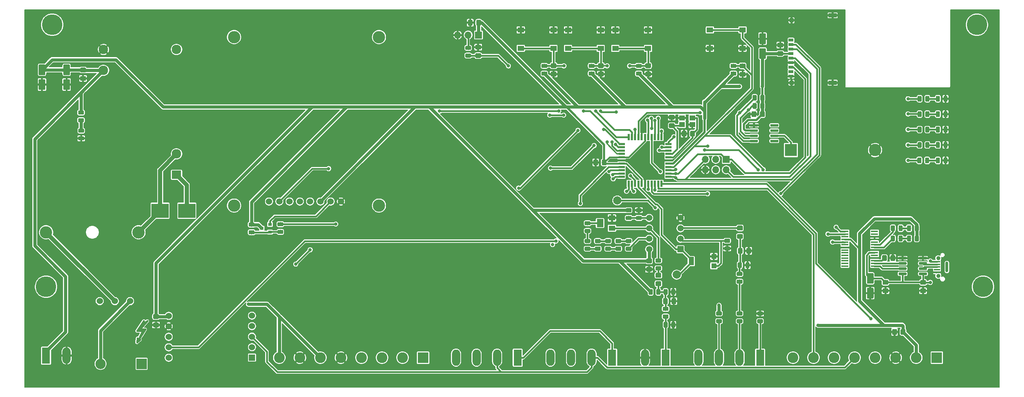
<source format=gbr>
G04 #@! TF.GenerationSoftware,KiCad,Pcbnew,(5.1.2)-2*
G04 #@! TF.CreationDate,2019-07-31T10:36:23+03:00*
G04 #@! TF.ProjectId,Main board,4d61696e-2062-46f6-9172-642e6b696361,rev?*
G04 #@! TF.SameCoordinates,Original*
G04 #@! TF.FileFunction,Copper,L1,Top*
G04 #@! TF.FilePolarity,Positive*
%FSLAX46Y46*%
G04 Gerber Fmt 4.6, Leading zero omitted, Abs format (unit mm)*
G04 Created by KiCad (PCBNEW (5.1.2)-2) date 2019-07-31 10:36:23*
%MOMM*%
%LPD*%
G04 APERTURE LIST*
%ADD10C,0.381000*%
%ADD11R,4.200000X3.500000*%
%ADD12C,0.100000*%
%ADD13C,0.975000*%
%ADD14C,1.524000*%
%ADD15C,1.600000*%
%ADD16C,2.300000*%
%ADD17R,2.300000X2.000000*%
%ADD18C,2.500000*%
%ADD19R,2.500000X2.500000*%
%ADD20O,1.980000X3.960000*%
%ADD21R,1.980000X3.960000*%
%ADD22C,3.000000*%
%ADD23R,1.200000X0.700000*%
%ADD24R,1.000000X1.000000*%
%ADD25R,2.000000X1.000000*%
%ADD26C,1.150000*%
%ADD27R,1.400000X1.200000*%
%ADD28R,1.550000X1.300000*%
%ADD29C,5.000000*%
%ADD30R,3.000000X3.000000*%
%ADD31C,2.600000*%
%ADD32R,2.600000X2.600000*%
%ADD33C,2.000000*%
%ADD34R,1.500000X0.450000*%
%ADD35C,1.000000*%
%ADD36O,0.700000X2.600000*%
%ADD37C,0.600000*%
%ADD38R,0.900000X0.800000*%
%ADD39R,1.524000X1.524000*%
%ADD40C,1.498600*%
%ADD41R,1.498600X1.498600*%
%ADD42R,0.550000X1.500000*%
%ADD43R,1.500000X0.550000*%
%ADD44R,1.750000X0.450000*%
%ADD45O,1.700000X1.700000*%
%ADD46R,1.700000X1.700000*%
%ADD47R,1.300000X1.300000*%
%ADD48R,1.300000X2.000000*%
%ADD49R,1.600000X1.300000*%
%ADD50R,1.600000X2.000000*%
%ADD51C,0.800000*%
%ADD52C,0.400000*%
%ADD53C,0.800000*%
%ADD54C,0.500000*%
%ADD55C,0.300000*%
%ADD56C,1.000000*%
%ADD57C,0.200000*%
G04 APERTURE END LIST*
D10*
X59623000Y-110774000D02*
X59496000Y-110266000D01*
X60766000Y-108488000D02*
X59623000Y-110774000D01*
X59369000Y-108488000D02*
X60766000Y-108488000D01*
X60893000Y-106202000D02*
X59369000Y-108488000D01*
X61147000Y-106583000D02*
X61020000Y-106075000D01*
X61909000Y-106075000D02*
X61147000Y-106583000D01*
X60131000Y-108107000D02*
X61909000Y-106075000D01*
X61401000Y-108107000D02*
X60131000Y-108107000D01*
X59623000Y-110901000D02*
X61401000Y-108107000D01*
X60131000Y-110647000D02*
X59623000Y-110901000D01*
X59369000Y-111282000D02*
X60131000Y-110647000D01*
X59496000Y-110266000D02*
X59369000Y-111282000D01*
X59750000Y-108361000D02*
X61020000Y-108361000D01*
X61147000Y-106456000D02*
X59750000Y-108361000D01*
D11*
X65000000Y-79250000D03*
X71500000Y-79250000D03*
D12*
G36*
X250080142Y-51301174D02*
G01*
X250103803Y-51304684D01*
X250127007Y-51310496D01*
X250149529Y-51318554D01*
X250171153Y-51328782D01*
X250191670Y-51341079D01*
X250210883Y-51355329D01*
X250228607Y-51371393D01*
X250244671Y-51389117D01*
X250258921Y-51408330D01*
X250271218Y-51428847D01*
X250281446Y-51450471D01*
X250289504Y-51472993D01*
X250295316Y-51496197D01*
X250298826Y-51519858D01*
X250300000Y-51543750D01*
X250300000Y-52456250D01*
X250298826Y-52480142D01*
X250295316Y-52503803D01*
X250289504Y-52527007D01*
X250281446Y-52549529D01*
X250271218Y-52571153D01*
X250258921Y-52591670D01*
X250244671Y-52610883D01*
X250228607Y-52628607D01*
X250210883Y-52644671D01*
X250191670Y-52658921D01*
X250171153Y-52671218D01*
X250149529Y-52681446D01*
X250127007Y-52689504D01*
X250103803Y-52695316D01*
X250080142Y-52698826D01*
X250056250Y-52700000D01*
X249568750Y-52700000D01*
X249544858Y-52698826D01*
X249521197Y-52695316D01*
X249497993Y-52689504D01*
X249475471Y-52681446D01*
X249453847Y-52671218D01*
X249433330Y-52658921D01*
X249414117Y-52644671D01*
X249396393Y-52628607D01*
X249380329Y-52610883D01*
X249366079Y-52591670D01*
X249353782Y-52571153D01*
X249343554Y-52549529D01*
X249335496Y-52527007D01*
X249329684Y-52503803D01*
X249326174Y-52480142D01*
X249325000Y-52456250D01*
X249325000Y-51543750D01*
X249326174Y-51519858D01*
X249329684Y-51496197D01*
X249335496Y-51472993D01*
X249343554Y-51450471D01*
X249353782Y-51428847D01*
X249366079Y-51408330D01*
X249380329Y-51389117D01*
X249396393Y-51371393D01*
X249414117Y-51355329D01*
X249433330Y-51341079D01*
X249453847Y-51328782D01*
X249475471Y-51318554D01*
X249497993Y-51310496D01*
X249521197Y-51304684D01*
X249544858Y-51301174D01*
X249568750Y-51300000D01*
X250056250Y-51300000D01*
X250080142Y-51301174D01*
X250080142Y-51301174D01*
G37*
D13*
X249812500Y-52000000D03*
D12*
G36*
X251955142Y-51301174D02*
G01*
X251978803Y-51304684D01*
X252002007Y-51310496D01*
X252024529Y-51318554D01*
X252046153Y-51328782D01*
X252066670Y-51341079D01*
X252085883Y-51355329D01*
X252103607Y-51371393D01*
X252119671Y-51389117D01*
X252133921Y-51408330D01*
X252146218Y-51428847D01*
X252156446Y-51450471D01*
X252164504Y-51472993D01*
X252170316Y-51496197D01*
X252173826Y-51519858D01*
X252175000Y-51543750D01*
X252175000Y-52456250D01*
X252173826Y-52480142D01*
X252170316Y-52503803D01*
X252164504Y-52527007D01*
X252156446Y-52549529D01*
X252146218Y-52571153D01*
X252133921Y-52591670D01*
X252119671Y-52610883D01*
X252103607Y-52628607D01*
X252085883Y-52644671D01*
X252066670Y-52658921D01*
X252046153Y-52671218D01*
X252024529Y-52681446D01*
X252002007Y-52689504D01*
X251978803Y-52695316D01*
X251955142Y-52698826D01*
X251931250Y-52700000D01*
X251443750Y-52700000D01*
X251419858Y-52698826D01*
X251396197Y-52695316D01*
X251372993Y-52689504D01*
X251350471Y-52681446D01*
X251328847Y-52671218D01*
X251308330Y-52658921D01*
X251289117Y-52644671D01*
X251271393Y-52628607D01*
X251255329Y-52610883D01*
X251241079Y-52591670D01*
X251228782Y-52571153D01*
X251218554Y-52549529D01*
X251210496Y-52527007D01*
X251204684Y-52503803D01*
X251201174Y-52480142D01*
X251200000Y-52456250D01*
X251200000Y-51543750D01*
X251201174Y-51519858D01*
X251204684Y-51496197D01*
X251210496Y-51472993D01*
X251218554Y-51450471D01*
X251228782Y-51428847D01*
X251241079Y-51408330D01*
X251255329Y-51389117D01*
X251271393Y-51371393D01*
X251289117Y-51355329D01*
X251308330Y-51341079D01*
X251328847Y-51328782D01*
X251350471Y-51318554D01*
X251372993Y-51310496D01*
X251396197Y-51304684D01*
X251419858Y-51301174D01*
X251443750Y-51300000D01*
X251931250Y-51300000D01*
X251955142Y-51301174D01*
X251955142Y-51301174D01*
G37*
D13*
X251687500Y-52000000D03*
D14*
X50300000Y-101250000D03*
X54000000Y-101250000D03*
X57700000Y-101250000D03*
D12*
G36*
X36824504Y-47251204D02*
G01*
X36848773Y-47254804D01*
X36872571Y-47260765D01*
X36895671Y-47269030D01*
X36917849Y-47279520D01*
X36938893Y-47292133D01*
X36958598Y-47306747D01*
X36976777Y-47323223D01*
X36993253Y-47341402D01*
X37007867Y-47361107D01*
X37020480Y-47382151D01*
X37030970Y-47404329D01*
X37039235Y-47427429D01*
X37045196Y-47451227D01*
X37048796Y-47475496D01*
X37050000Y-47500000D01*
X37050000Y-49600000D01*
X37048796Y-49624504D01*
X37045196Y-49648773D01*
X37039235Y-49672571D01*
X37030970Y-49695671D01*
X37020480Y-49717849D01*
X37007867Y-49738893D01*
X36993253Y-49758598D01*
X36976777Y-49776777D01*
X36958598Y-49793253D01*
X36938893Y-49807867D01*
X36917849Y-49820480D01*
X36895671Y-49830970D01*
X36872571Y-49839235D01*
X36848773Y-49845196D01*
X36824504Y-49848796D01*
X36800000Y-49850000D01*
X35700000Y-49850000D01*
X35675496Y-49848796D01*
X35651227Y-49845196D01*
X35627429Y-49839235D01*
X35604329Y-49830970D01*
X35582151Y-49820480D01*
X35561107Y-49807867D01*
X35541402Y-49793253D01*
X35523223Y-49776777D01*
X35506747Y-49758598D01*
X35492133Y-49738893D01*
X35479520Y-49717849D01*
X35469030Y-49695671D01*
X35460765Y-49672571D01*
X35454804Y-49648773D01*
X35451204Y-49624504D01*
X35450000Y-49600000D01*
X35450000Y-47500000D01*
X35451204Y-47475496D01*
X35454804Y-47451227D01*
X35460765Y-47427429D01*
X35469030Y-47404329D01*
X35479520Y-47382151D01*
X35492133Y-47361107D01*
X35506747Y-47341402D01*
X35523223Y-47323223D01*
X35541402Y-47306747D01*
X35561107Y-47292133D01*
X35582151Y-47279520D01*
X35604329Y-47269030D01*
X35627429Y-47260765D01*
X35651227Y-47254804D01*
X35675496Y-47251204D01*
X35700000Y-47250000D01*
X36800000Y-47250000D01*
X36824504Y-47251204D01*
X36824504Y-47251204D01*
G37*
D15*
X36250000Y-48550000D03*
D12*
G36*
X36824504Y-43651204D02*
G01*
X36848773Y-43654804D01*
X36872571Y-43660765D01*
X36895671Y-43669030D01*
X36917849Y-43679520D01*
X36938893Y-43692133D01*
X36958598Y-43706747D01*
X36976777Y-43723223D01*
X36993253Y-43741402D01*
X37007867Y-43761107D01*
X37020480Y-43782151D01*
X37030970Y-43804329D01*
X37039235Y-43827429D01*
X37045196Y-43851227D01*
X37048796Y-43875496D01*
X37050000Y-43900000D01*
X37050000Y-46000000D01*
X37048796Y-46024504D01*
X37045196Y-46048773D01*
X37039235Y-46072571D01*
X37030970Y-46095671D01*
X37020480Y-46117849D01*
X37007867Y-46138893D01*
X36993253Y-46158598D01*
X36976777Y-46176777D01*
X36958598Y-46193253D01*
X36938893Y-46207867D01*
X36917849Y-46220480D01*
X36895671Y-46230970D01*
X36872571Y-46239235D01*
X36848773Y-46245196D01*
X36824504Y-46248796D01*
X36800000Y-46250000D01*
X35700000Y-46250000D01*
X35675496Y-46248796D01*
X35651227Y-46245196D01*
X35627429Y-46239235D01*
X35604329Y-46230970D01*
X35582151Y-46220480D01*
X35561107Y-46207867D01*
X35541402Y-46193253D01*
X35523223Y-46176777D01*
X35506747Y-46158598D01*
X35492133Y-46138893D01*
X35479520Y-46117849D01*
X35469030Y-46095671D01*
X35460765Y-46072571D01*
X35454804Y-46048773D01*
X35451204Y-46024504D01*
X35450000Y-46000000D01*
X35450000Y-43900000D01*
X35451204Y-43875496D01*
X35454804Y-43851227D01*
X35460765Y-43827429D01*
X35469030Y-43804329D01*
X35479520Y-43782151D01*
X35492133Y-43761107D01*
X35506747Y-43741402D01*
X35523223Y-43723223D01*
X35541402Y-43706747D01*
X35561107Y-43692133D01*
X35582151Y-43679520D01*
X35604329Y-43669030D01*
X35627429Y-43660765D01*
X35651227Y-43654804D01*
X35675496Y-43651204D01*
X35700000Y-43650000D01*
X36800000Y-43650000D01*
X36824504Y-43651204D01*
X36824504Y-43651204D01*
G37*
D15*
X36250000Y-44950000D03*
D16*
X51220000Y-45100000D03*
X51220000Y-40020000D03*
X69000000Y-65420000D03*
D17*
X69000000Y-70500000D03*
D16*
X69000000Y-40020000D03*
D18*
X50500000Y-116500000D03*
D19*
X60500000Y-116500000D03*
D20*
X42250000Y-114500000D03*
D21*
X37250000Y-114500000D03*
D22*
X59750000Y-84500000D03*
X37250000Y-84500000D03*
D12*
G36*
X42824504Y-47251204D02*
G01*
X42848773Y-47254804D01*
X42872571Y-47260765D01*
X42895671Y-47269030D01*
X42917849Y-47279520D01*
X42938893Y-47292133D01*
X42958598Y-47306747D01*
X42976777Y-47323223D01*
X42993253Y-47341402D01*
X43007867Y-47361107D01*
X43020480Y-47382151D01*
X43030970Y-47404329D01*
X43039235Y-47427429D01*
X43045196Y-47451227D01*
X43048796Y-47475496D01*
X43050000Y-47500000D01*
X43050000Y-49600000D01*
X43048796Y-49624504D01*
X43045196Y-49648773D01*
X43039235Y-49672571D01*
X43030970Y-49695671D01*
X43020480Y-49717849D01*
X43007867Y-49738893D01*
X42993253Y-49758598D01*
X42976777Y-49776777D01*
X42958598Y-49793253D01*
X42938893Y-49807867D01*
X42917849Y-49820480D01*
X42895671Y-49830970D01*
X42872571Y-49839235D01*
X42848773Y-49845196D01*
X42824504Y-49848796D01*
X42800000Y-49850000D01*
X41700000Y-49850000D01*
X41675496Y-49848796D01*
X41651227Y-49845196D01*
X41627429Y-49839235D01*
X41604329Y-49830970D01*
X41582151Y-49820480D01*
X41561107Y-49807867D01*
X41541402Y-49793253D01*
X41523223Y-49776777D01*
X41506747Y-49758598D01*
X41492133Y-49738893D01*
X41479520Y-49717849D01*
X41469030Y-49695671D01*
X41460765Y-49672571D01*
X41454804Y-49648773D01*
X41451204Y-49624504D01*
X41450000Y-49600000D01*
X41450000Y-47500000D01*
X41451204Y-47475496D01*
X41454804Y-47451227D01*
X41460765Y-47427429D01*
X41469030Y-47404329D01*
X41479520Y-47382151D01*
X41492133Y-47361107D01*
X41506747Y-47341402D01*
X41523223Y-47323223D01*
X41541402Y-47306747D01*
X41561107Y-47292133D01*
X41582151Y-47279520D01*
X41604329Y-47269030D01*
X41627429Y-47260765D01*
X41651227Y-47254804D01*
X41675496Y-47251204D01*
X41700000Y-47250000D01*
X42800000Y-47250000D01*
X42824504Y-47251204D01*
X42824504Y-47251204D01*
G37*
D15*
X42250000Y-48550000D03*
D12*
G36*
X42824504Y-43651204D02*
G01*
X42848773Y-43654804D01*
X42872571Y-43660765D01*
X42895671Y-43669030D01*
X42917849Y-43679520D01*
X42938893Y-43692133D01*
X42958598Y-43706747D01*
X42976777Y-43723223D01*
X42993253Y-43741402D01*
X43007867Y-43761107D01*
X43020480Y-43782151D01*
X43030970Y-43804329D01*
X43039235Y-43827429D01*
X43045196Y-43851227D01*
X43048796Y-43875496D01*
X43050000Y-43900000D01*
X43050000Y-46000000D01*
X43048796Y-46024504D01*
X43045196Y-46048773D01*
X43039235Y-46072571D01*
X43030970Y-46095671D01*
X43020480Y-46117849D01*
X43007867Y-46138893D01*
X42993253Y-46158598D01*
X42976777Y-46176777D01*
X42958598Y-46193253D01*
X42938893Y-46207867D01*
X42917849Y-46220480D01*
X42895671Y-46230970D01*
X42872571Y-46239235D01*
X42848773Y-46245196D01*
X42824504Y-46248796D01*
X42800000Y-46250000D01*
X41700000Y-46250000D01*
X41675496Y-46248796D01*
X41651227Y-46245196D01*
X41627429Y-46239235D01*
X41604329Y-46230970D01*
X41582151Y-46220480D01*
X41561107Y-46207867D01*
X41541402Y-46193253D01*
X41523223Y-46176777D01*
X41506747Y-46158598D01*
X41492133Y-46138893D01*
X41479520Y-46117849D01*
X41469030Y-46095671D01*
X41460765Y-46072571D01*
X41454804Y-46048773D01*
X41451204Y-46024504D01*
X41450000Y-46000000D01*
X41450000Y-43900000D01*
X41451204Y-43875496D01*
X41454804Y-43851227D01*
X41460765Y-43827429D01*
X41469030Y-43804329D01*
X41479520Y-43782151D01*
X41492133Y-43761107D01*
X41506747Y-43741402D01*
X41523223Y-43723223D01*
X41541402Y-43706747D01*
X41561107Y-43692133D01*
X41582151Y-43679520D01*
X41604329Y-43669030D01*
X41627429Y-43660765D01*
X41651227Y-43654804D01*
X41675496Y-43651204D01*
X41700000Y-43650000D01*
X42800000Y-43650000D01*
X42824504Y-43651204D01*
X42824504Y-43651204D01*
G37*
D15*
X42250000Y-44950000D03*
D12*
G36*
X212174504Y-36101204D02*
G01*
X212198773Y-36104804D01*
X212222571Y-36110765D01*
X212245671Y-36119030D01*
X212267849Y-36129520D01*
X212288893Y-36142133D01*
X212308598Y-36156747D01*
X212326777Y-36173223D01*
X212343253Y-36191402D01*
X212357867Y-36211107D01*
X212370480Y-36232151D01*
X212380970Y-36254329D01*
X212389235Y-36277429D01*
X212395196Y-36301227D01*
X212398796Y-36325496D01*
X212400000Y-36350000D01*
X212400000Y-38450000D01*
X212398796Y-38474504D01*
X212395196Y-38498773D01*
X212389235Y-38522571D01*
X212380970Y-38545671D01*
X212370480Y-38567849D01*
X212357867Y-38588893D01*
X212343253Y-38608598D01*
X212326777Y-38626777D01*
X212308598Y-38643253D01*
X212288893Y-38657867D01*
X212267849Y-38670480D01*
X212245671Y-38680970D01*
X212222571Y-38689235D01*
X212198773Y-38695196D01*
X212174504Y-38698796D01*
X212150000Y-38700000D01*
X211050000Y-38700000D01*
X211025496Y-38698796D01*
X211001227Y-38695196D01*
X210977429Y-38689235D01*
X210954329Y-38680970D01*
X210932151Y-38670480D01*
X210911107Y-38657867D01*
X210891402Y-38643253D01*
X210873223Y-38626777D01*
X210856747Y-38608598D01*
X210842133Y-38588893D01*
X210829520Y-38567849D01*
X210819030Y-38545671D01*
X210810765Y-38522571D01*
X210804804Y-38498773D01*
X210801204Y-38474504D01*
X210800000Y-38450000D01*
X210800000Y-36350000D01*
X210801204Y-36325496D01*
X210804804Y-36301227D01*
X210810765Y-36277429D01*
X210819030Y-36254329D01*
X210829520Y-36232151D01*
X210842133Y-36211107D01*
X210856747Y-36191402D01*
X210873223Y-36173223D01*
X210891402Y-36156747D01*
X210911107Y-36142133D01*
X210932151Y-36129520D01*
X210954329Y-36119030D01*
X210977429Y-36110765D01*
X211001227Y-36104804D01*
X211025496Y-36101204D01*
X211050000Y-36100000D01*
X212150000Y-36100000D01*
X212174504Y-36101204D01*
X212174504Y-36101204D01*
G37*
D15*
X211600000Y-37400000D03*
D12*
G36*
X212174504Y-39701204D02*
G01*
X212198773Y-39704804D01*
X212222571Y-39710765D01*
X212245671Y-39719030D01*
X212267849Y-39729520D01*
X212288893Y-39742133D01*
X212308598Y-39756747D01*
X212326777Y-39773223D01*
X212343253Y-39791402D01*
X212357867Y-39811107D01*
X212370480Y-39832151D01*
X212380970Y-39854329D01*
X212389235Y-39877429D01*
X212395196Y-39901227D01*
X212398796Y-39925496D01*
X212400000Y-39950000D01*
X212400000Y-42050000D01*
X212398796Y-42074504D01*
X212395196Y-42098773D01*
X212389235Y-42122571D01*
X212380970Y-42145671D01*
X212370480Y-42167849D01*
X212357867Y-42188893D01*
X212343253Y-42208598D01*
X212326777Y-42226777D01*
X212308598Y-42243253D01*
X212288893Y-42257867D01*
X212267849Y-42270480D01*
X212245671Y-42280970D01*
X212222571Y-42289235D01*
X212198773Y-42295196D01*
X212174504Y-42298796D01*
X212150000Y-42300000D01*
X211050000Y-42300000D01*
X211025496Y-42298796D01*
X211001227Y-42295196D01*
X210977429Y-42289235D01*
X210954329Y-42280970D01*
X210932151Y-42270480D01*
X210911107Y-42257867D01*
X210891402Y-42243253D01*
X210873223Y-42226777D01*
X210856747Y-42208598D01*
X210842133Y-42188893D01*
X210829520Y-42167849D01*
X210819030Y-42145671D01*
X210810765Y-42122571D01*
X210804804Y-42098773D01*
X210801204Y-42074504D01*
X210800000Y-42050000D01*
X210800000Y-39950000D01*
X210801204Y-39925496D01*
X210804804Y-39901227D01*
X210810765Y-39877429D01*
X210819030Y-39854329D01*
X210829520Y-39832151D01*
X210842133Y-39811107D01*
X210856747Y-39791402D01*
X210873223Y-39773223D01*
X210891402Y-39756747D01*
X210911107Y-39742133D01*
X210932151Y-39729520D01*
X210954329Y-39719030D01*
X210977429Y-39710765D01*
X211001227Y-39704804D01*
X211025496Y-39701204D01*
X211050000Y-39700000D01*
X212150000Y-39700000D01*
X212174504Y-39701204D01*
X212174504Y-39701204D01*
G37*
D15*
X211600000Y-41000000D03*
D23*
X218525000Y-44325000D03*
X218525000Y-43225000D03*
X218525000Y-42125000D03*
X218525000Y-41025000D03*
X218525000Y-39925000D03*
X218525000Y-38825000D03*
X218525000Y-37725000D03*
X218525000Y-45425000D03*
X218525000Y-46550000D03*
D24*
X218650000Y-48100000D03*
X218650000Y-32900000D03*
D25*
X228650000Y-48100000D03*
X228650000Y-31700000D03*
D12*
G36*
X216374505Y-38376204D02*
G01*
X216398773Y-38379804D01*
X216422572Y-38385765D01*
X216445671Y-38394030D01*
X216467850Y-38404520D01*
X216488893Y-38417132D01*
X216508599Y-38431747D01*
X216526777Y-38448223D01*
X216543253Y-38466401D01*
X216557868Y-38486107D01*
X216570480Y-38507150D01*
X216580970Y-38529329D01*
X216589235Y-38552428D01*
X216595196Y-38576227D01*
X216598796Y-38600495D01*
X216600000Y-38624999D01*
X216600000Y-39275001D01*
X216598796Y-39299505D01*
X216595196Y-39323773D01*
X216589235Y-39347572D01*
X216580970Y-39370671D01*
X216570480Y-39392850D01*
X216557868Y-39413893D01*
X216543253Y-39433599D01*
X216526777Y-39451777D01*
X216508599Y-39468253D01*
X216488893Y-39482868D01*
X216467850Y-39495480D01*
X216445671Y-39505970D01*
X216422572Y-39514235D01*
X216398773Y-39520196D01*
X216374505Y-39523796D01*
X216350001Y-39525000D01*
X215449999Y-39525000D01*
X215425495Y-39523796D01*
X215401227Y-39520196D01*
X215377428Y-39514235D01*
X215354329Y-39505970D01*
X215332150Y-39495480D01*
X215311107Y-39482868D01*
X215291401Y-39468253D01*
X215273223Y-39451777D01*
X215256747Y-39433599D01*
X215242132Y-39413893D01*
X215229520Y-39392850D01*
X215219030Y-39370671D01*
X215210765Y-39347572D01*
X215204804Y-39323773D01*
X215201204Y-39299505D01*
X215200000Y-39275001D01*
X215200000Y-38624999D01*
X215201204Y-38600495D01*
X215204804Y-38576227D01*
X215210765Y-38552428D01*
X215219030Y-38529329D01*
X215229520Y-38507150D01*
X215242132Y-38486107D01*
X215256747Y-38466401D01*
X215273223Y-38448223D01*
X215291401Y-38431747D01*
X215311107Y-38417132D01*
X215332150Y-38404520D01*
X215354329Y-38394030D01*
X215377428Y-38385765D01*
X215401227Y-38379804D01*
X215425495Y-38376204D01*
X215449999Y-38375000D01*
X216350001Y-38375000D01*
X216374505Y-38376204D01*
X216374505Y-38376204D01*
G37*
D26*
X215900000Y-38950000D03*
D12*
G36*
X216374505Y-40426204D02*
G01*
X216398773Y-40429804D01*
X216422572Y-40435765D01*
X216445671Y-40444030D01*
X216467850Y-40454520D01*
X216488893Y-40467132D01*
X216508599Y-40481747D01*
X216526777Y-40498223D01*
X216543253Y-40516401D01*
X216557868Y-40536107D01*
X216570480Y-40557150D01*
X216580970Y-40579329D01*
X216589235Y-40602428D01*
X216595196Y-40626227D01*
X216598796Y-40650495D01*
X216600000Y-40674999D01*
X216600000Y-41325001D01*
X216598796Y-41349505D01*
X216595196Y-41373773D01*
X216589235Y-41397572D01*
X216580970Y-41420671D01*
X216570480Y-41442850D01*
X216557868Y-41463893D01*
X216543253Y-41483599D01*
X216526777Y-41501777D01*
X216508599Y-41518253D01*
X216488893Y-41532868D01*
X216467850Y-41545480D01*
X216445671Y-41555970D01*
X216422572Y-41564235D01*
X216398773Y-41570196D01*
X216374505Y-41573796D01*
X216350001Y-41575000D01*
X215449999Y-41575000D01*
X215425495Y-41573796D01*
X215401227Y-41570196D01*
X215377428Y-41564235D01*
X215354329Y-41555970D01*
X215332150Y-41545480D01*
X215311107Y-41532868D01*
X215291401Y-41518253D01*
X215273223Y-41501777D01*
X215256747Y-41483599D01*
X215242132Y-41463893D01*
X215229520Y-41442850D01*
X215219030Y-41420671D01*
X215210765Y-41397572D01*
X215204804Y-41373773D01*
X215201204Y-41349505D01*
X215200000Y-41325001D01*
X215200000Y-40674999D01*
X215201204Y-40650495D01*
X215204804Y-40626227D01*
X215210765Y-40602428D01*
X215219030Y-40579329D01*
X215229520Y-40557150D01*
X215242132Y-40536107D01*
X215256747Y-40516401D01*
X215273223Y-40498223D01*
X215291401Y-40481747D01*
X215311107Y-40467132D01*
X215332150Y-40454520D01*
X215354329Y-40444030D01*
X215377428Y-40435765D01*
X215401227Y-40429804D01*
X215425495Y-40426204D01*
X215449999Y-40425000D01*
X216350001Y-40425000D01*
X216374505Y-40426204D01*
X216374505Y-40426204D01*
G37*
D26*
X215900000Y-41000000D03*
D27*
X192000000Y-56700000D03*
X194500000Y-56700000D03*
X194500000Y-58300000D03*
X192000000Y-58300000D03*
D12*
G36*
X194899505Y-59801204D02*
G01*
X194923773Y-59804804D01*
X194947572Y-59810765D01*
X194970671Y-59819030D01*
X194992850Y-59829520D01*
X195013893Y-59842132D01*
X195033599Y-59856747D01*
X195051777Y-59873223D01*
X195068253Y-59891401D01*
X195082868Y-59911107D01*
X195095480Y-59932150D01*
X195105970Y-59954329D01*
X195114235Y-59977428D01*
X195120196Y-60001227D01*
X195123796Y-60025495D01*
X195125000Y-60049999D01*
X195125000Y-60950001D01*
X195123796Y-60974505D01*
X195120196Y-60998773D01*
X195114235Y-61022572D01*
X195105970Y-61045671D01*
X195095480Y-61067850D01*
X195082868Y-61088893D01*
X195068253Y-61108599D01*
X195051777Y-61126777D01*
X195033599Y-61143253D01*
X195013893Y-61157868D01*
X194992850Y-61170480D01*
X194970671Y-61180970D01*
X194947572Y-61189235D01*
X194923773Y-61195196D01*
X194899505Y-61198796D01*
X194875001Y-61200000D01*
X194224999Y-61200000D01*
X194200495Y-61198796D01*
X194176227Y-61195196D01*
X194152428Y-61189235D01*
X194129329Y-61180970D01*
X194107150Y-61170480D01*
X194086107Y-61157868D01*
X194066401Y-61143253D01*
X194048223Y-61126777D01*
X194031747Y-61108599D01*
X194017132Y-61088893D01*
X194004520Y-61067850D01*
X193994030Y-61045671D01*
X193985765Y-61022572D01*
X193979804Y-60998773D01*
X193976204Y-60974505D01*
X193975000Y-60950001D01*
X193975000Y-60049999D01*
X193976204Y-60025495D01*
X193979804Y-60001227D01*
X193985765Y-59977428D01*
X193994030Y-59954329D01*
X194004520Y-59932150D01*
X194017132Y-59911107D01*
X194031747Y-59891401D01*
X194048223Y-59873223D01*
X194066401Y-59856747D01*
X194086107Y-59842132D01*
X194107150Y-59829520D01*
X194129329Y-59819030D01*
X194152428Y-59810765D01*
X194176227Y-59804804D01*
X194200495Y-59801204D01*
X194224999Y-59800000D01*
X194875001Y-59800000D01*
X194899505Y-59801204D01*
X194899505Y-59801204D01*
G37*
D26*
X194550000Y-60500000D03*
D12*
G36*
X192849505Y-59801204D02*
G01*
X192873773Y-59804804D01*
X192897572Y-59810765D01*
X192920671Y-59819030D01*
X192942850Y-59829520D01*
X192963893Y-59842132D01*
X192983599Y-59856747D01*
X193001777Y-59873223D01*
X193018253Y-59891401D01*
X193032868Y-59911107D01*
X193045480Y-59932150D01*
X193055970Y-59954329D01*
X193064235Y-59977428D01*
X193070196Y-60001227D01*
X193073796Y-60025495D01*
X193075000Y-60049999D01*
X193075000Y-60950001D01*
X193073796Y-60974505D01*
X193070196Y-60998773D01*
X193064235Y-61022572D01*
X193055970Y-61045671D01*
X193045480Y-61067850D01*
X193032868Y-61088893D01*
X193018253Y-61108599D01*
X193001777Y-61126777D01*
X192983599Y-61143253D01*
X192963893Y-61157868D01*
X192942850Y-61170480D01*
X192920671Y-61180970D01*
X192897572Y-61189235D01*
X192873773Y-61195196D01*
X192849505Y-61198796D01*
X192825001Y-61200000D01*
X192174999Y-61200000D01*
X192150495Y-61198796D01*
X192126227Y-61195196D01*
X192102428Y-61189235D01*
X192079329Y-61180970D01*
X192057150Y-61170480D01*
X192036107Y-61157868D01*
X192016401Y-61143253D01*
X191998223Y-61126777D01*
X191981747Y-61108599D01*
X191967132Y-61088893D01*
X191954520Y-61067850D01*
X191944030Y-61045671D01*
X191935765Y-61022572D01*
X191929804Y-60998773D01*
X191926204Y-60974505D01*
X191925000Y-60950001D01*
X191925000Y-60049999D01*
X191926204Y-60025495D01*
X191929804Y-60001227D01*
X191935765Y-59977428D01*
X191944030Y-59954329D01*
X191954520Y-59932150D01*
X191967132Y-59911107D01*
X191981747Y-59891401D01*
X191998223Y-59873223D01*
X192016401Y-59856747D01*
X192036107Y-59842132D01*
X192057150Y-59829520D01*
X192079329Y-59819030D01*
X192102428Y-59810765D01*
X192126227Y-59804804D01*
X192150495Y-59801204D01*
X192174999Y-59800000D01*
X192825001Y-59800000D01*
X192849505Y-59801204D01*
X192849505Y-59801204D01*
G37*
D26*
X192500000Y-60500000D03*
D12*
G36*
X238374504Y-98001204D02*
G01*
X238398773Y-98004804D01*
X238422571Y-98010765D01*
X238445671Y-98019030D01*
X238467849Y-98029520D01*
X238488893Y-98042133D01*
X238508598Y-98056747D01*
X238526777Y-98073223D01*
X238543253Y-98091402D01*
X238557867Y-98111107D01*
X238570480Y-98132151D01*
X238580970Y-98154329D01*
X238589235Y-98177429D01*
X238595196Y-98201227D01*
X238598796Y-98225496D01*
X238600000Y-98250000D01*
X238600000Y-100350000D01*
X238598796Y-100374504D01*
X238595196Y-100398773D01*
X238589235Y-100422571D01*
X238580970Y-100445671D01*
X238570480Y-100467849D01*
X238557867Y-100488893D01*
X238543253Y-100508598D01*
X238526777Y-100526777D01*
X238508598Y-100543253D01*
X238488893Y-100557867D01*
X238467849Y-100570480D01*
X238445671Y-100580970D01*
X238422571Y-100589235D01*
X238398773Y-100595196D01*
X238374504Y-100598796D01*
X238350000Y-100600000D01*
X237250000Y-100600000D01*
X237225496Y-100598796D01*
X237201227Y-100595196D01*
X237177429Y-100589235D01*
X237154329Y-100580970D01*
X237132151Y-100570480D01*
X237111107Y-100557867D01*
X237091402Y-100543253D01*
X237073223Y-100526777D01*
X237056747Y-100508598D01*
X237042133Y-100488893D01*
X237029520Y-100467849D01*
X237019030Y-100445671D01*
X237010765Y-100422571D01*
X237004804Y-100398773D01*
X237001204Y-100374504D01*
X237000000Y-100350000D01*
X237000000Y-98250000D01*
X237001204Y-98225496D01*
X237004804Y-98201227D01*
X237010765Y-98177429D01*
X237019030Y-98154329D01*
X237029520Y-98132151D01*
X237042133Y-98111107D01*
X237056747Y-98091402D01*
X237073223Y-98073223D01*
X237091402Y-98056747D01*
X237111107Y-98042133D01*
X237132151Y-98029520D01*
X237154329Y-98019030D01*
X237177429Y-98010765D01*
X237201227Y-98004804D01*
X237225496Y-98001204D01*
X237250000Y-98000000D01*
X238350000Y-98000000D01*
X238374504Y-98001204D01*
X238374504Y-98001204D01*
G37*
D15*
X237800000Y-99300000D03*
D12*
G36*
X238374504Y-94401204D02*
G01*
X238398773Y-94404804D01*
X238422571Y-94410765D01*
X238445671Y-94419030D01*
X238467849Y-94429520D01*
X238488893Y-94442133D01*
X238508598Y-94456747D01*
X238526777Y-94473223D01*
X238543253Y-94491402D01*
X238557867Y-94511107D01*
X238570480Y-94532151D01*
X238580970Y-94554329D01*
X238589235Y-94577429D01*
X238595196Y-94601227D01*
X238598796Y-94625496D01*
X238600000Y-94650000D01*
X238600000Y-96750000D01*
X238598796Y-96774504D01*
X238595196Y-96798773D01*
X238589235Y-96822571D01*
X238580970Y-96845671D01*
X238570480Y-96867849D01*
X238557867Y-96888893D01*
X238543253Y-96908598D01*
X238526777Y-96926777D01*
X238508598Y-96943253D01*
X238488893Y-96957867D01*
X238467849Y-96970480D01*
X238445671Y-96980970D01*
X238422571Y-96989235D01*
X238398773Y-96995196D01*
X238374504Y-96998796D01*
X238350000Y-97000000D01*
X237250000Y-97000000D01*
X237225496Y-96998796D01*
X237201227Y-96995196D01*
X237177429Y-96989235D01*
X237154329Y-96980970D01*
X237132151Y-96970480D01*
X237111107Y-96957867D01*
X237091402Y-96943253D01*
X237073223Y-96926777D01*
X237056747Y-96908598D01*
X237042133Y-96888893D01*
X237029520Y-96867849D01*
X237019030Y-96845671D01*
X237010765Y-96822571D01*
X237004804Y-96798773D01*
X237001204Y-96774504D01*
X237000000Y-96750000D01*
X237000000Y-94650000D01*
X237001204Y-94625496D01*
X237004804Y-94601227D01*
X237010765Y-94577429D01*
X237019030Y-94554329D01*
X237029520Y-94532151D01*
X237042133Y-94511107D01*
X237056747Y-94491402D01*
X237073223Y-94473223D01*
X237091402Y-94456747D01*
X237111107Y-94442133D01*
X237132151Y-94429520D01*
X237154329Y-94419030D01*
X237177429Y-94410765D01*
X237201227Y-94404804D01*
X237225496Y-94401204D01*
X237250000Y-94400000D01*
X238350000Y-94400000D01*
X238374504Y-94401204D01*
X238374504Y-94401204D01*
G37*
D15*
X237800000Y-95700000D03*
D28*
X152775000Y-35250000D03*
X152775000Y-39750000D03*
X160725000Y-39750000D03*
X160725000Y-35250000D03*
X164275000Y-35250000D03*
X164275000Y-39750000D03*
X172225000Y-39750000D03*
X172225000Y-35250000D03*
X175775000Y-35250000D03*
X175775000Y-39750000D03*
X183725000Y-39750000D03*
X183725000Y-35250000D03*
X198775000Y-35250000D03*
X198775000Y-39750000D03*
X206725000Y-39750000D03*
X206725000Y-35250000D03*
D14*
X109000000Y-77000000D03*
X106500000Y-77000000D03*
X104000000Y-77000000D03*
X101500000Y-77000000D03*
X99000000Y-77000000D03*
X96500000Y-77000000D03*
X94000000Y-77000000D03*
X91500000Y-77000000D03*
D22*
X118250000Y-78000000D03*
X83000000Y-78000000D03*
X83000000Y-37000000D03*
X118250000Y-37000000D03*
D29*
X263750000Y-34000000D03*
X38750000Y-34000000D03*
X37250000Y-97750000D03*
X265250000Y-97750000D03*
D12*
G36*
X46235142Y-54866174D02*
G01*
X46258803Y-54869684D01*
X46282007Y-54875496D01*
X46304529Y-54883554D01*
X46326153Y-54893782D01*
X46346670Y-54906079D01*
X46365883Y-54920329D01*
X46383607Y-54936393D01*
X46399671Y-54954117D01*
X46413921Y-54973330D01*
X46426218Y-54993847D01*
X46436446Y-55015471D01*
X46444504Y-55037993D01*
X46450316Y-55061197D01*
X46453826Y-55084858D01*
X46455000Y-55108750D01*
X46455000Y-55596250D01*
X46453826Y-55620142D01*
X46450316Y-55643803D01*
X46444504Y-55667007D01*
X46436446Y-55689529D01*
X46426218Y-55711153D01*
X46413921Y-55731670D01*
X46399671Y-55750883D01*
X46383607Y-55768607D01*
X46365883Y-55784671D01*
X46346670Y-55798921D01*
X46326153Y-55811218D01*
X46304529Y-55821446D01*
X46282007Y-55829504D01*
X46258803Y-55835316D01*
X46235142Y-55838826D01*
X46211250Y-55840000D01*
X45298750Y-55840000D01*
X45274858Y-55838826D01*
X45251197Y-55835316D01*
X45227993Y-55829504D01*
X45205471Y-55821446D01*
X45183847Y-55811218D01*
X45163330Y-55798921D01*
X45144117Y-55784671D01*
X45126393Y-55768607D01*
X45110329Y-55750883D01*
X45096079Y-55731670D01*
X45083782Y-55711153D01*
X45073554Y-55689529D01*
X45065496Y-55667007D01*
X45059684Y-55643803D01*
X45056174Y-55620142D01*
X45055000Y-55596250D01*
X45055000Y-55108750D01*
X45056174Y-55084858D01*
X45059684Y-55061197D01*
X45065496Y-55037993D01*
X45073554Y-55015471D01*
X45083782Y-54993847D01*
X45096079Y-54973330D01*
X45110329Y-54954117D01*
X45126393Y-54936393D01*
X45144117Y-54920329D01*
X45163330Y-54906079D01*
X45183847Y-54893782D01*
X45205471Y-54883554D01*
X45227993Y-54875496D01*
X45251197Y-54869684D01*
X45274858Y-54866174D01*
X45298750Y-54865000D01*
X46211250Y-54865000D01*
X46235142Y-54866174D01*
X46235142Y-54866174D01*
G37*
D13*
X45755000Y-55352500D03*
D12*
G36*
X46235142Y-56741174D02*
G01*
X46258803Y-56744684D01*
X46282007Y-56750496D01*
X46304529Y-56758554D01*
X46326153Y-56768782D01*
X46346670Y-56781079D01*
X46365883Y-56795329D01*
X46383607Y-56811393D01*
X46399671Y-56829117D01*
X46413921Y-56848330D01*
X46426218Y-56868847D01*
X46436446Y-56890471D01*
X46444504Y-56912993D01*
X46450316Y-56936197D01*
X46453826Y-56959858D01*
X46455000Y-56983750D01*
X46455000Y-57471250D01*
X46453826Y-57495142D01*
X46450316Y-57518803D01*
X46444504Y-57542007D01*
X46436446Y-57564529D01*
X46426218Y-57586153D01*
X46413921Y-57606670D01*
X46399671Y-57625883D01*
X46383607Y-57643607D01*
X46365883Y-57659671D01*
X46346670Y-57673921D01*
X46326153Y-57686218D01*
X46304529Y-57696446D01*
X46282007Y-57704504D01*
X46258803Y-57710316D01*
X46235142Y-57713826D01*
X46211250Y-57715000D01*
X45298750Y-57715000D01*
X45274858Y-57713826D01*
X45251197Y-57710316D01*
X45227993Y-57704504D01*
X45205471Y-57696446D01*
X45183847Y-57686218D01*
X45163330Y-57673921D01*
X45144117Y-57659671D01*
X45126393Y-57643607D01*
X45110329Y-57625883D01*
X45096079Y-57606670D01*
X45083782Y-57586153D01*
X45073554Y-57564529D01*
X45065496Y-57542007D01*
X45059684Y-57518803D01*
X45056174Y-57495142D01*
X45055000Y-57471250D01*
X45055000Y-56983750D01*
X45056174Y-56959858D01*
X45059684Y-56936197D01*
X45065496Y-56912993D01*
X45073554Y-56890471D01*
X45083782Y-56868847D01*
X45096079Y-56848330D01*
X45110329Y-56829117D01*
X45126393Y-56811393D01*
X45144117Y-56795329D01*
X45163330Y-56781079D01*
X45183847Y-56768782D01*
X45205471Y-56758554D01*
X45227993Y-56750496D01*
X45251197Y-56744684D01*
X45274858Y-56741174D01*
X45298750Y-56740000D01*
X46211250Y-56740000D01*
X46235142Y-56741174D01*
X46235142Y-56741174D01*
G37*
D13*
X45755000Y-57227500D03*
D12*
G36*
X46280142Y-59276174D02*
G01*
X46303803Y-59279684D01*
X46327007Y-59285496D01*
X46349529Y-59293554D01*
X46371153Y-59303782D01*
X46391670Y-59316079D01*
X46410883Y-59330329D01*
X46428607Y-59346393D01*
X46444671Y-59364117D01*
X46458921Y-59383330D01*
X46471218Y-59403847D01*
X46481446Y-59425471D01*
X46489504Y-59447993D01*
X46495316Y-59471197D01*
X46498826Y-59494858D01*
X46500000Y-59518750D01*
X46500000Y-60006250D01*
X46498826Y-60030142D01*
X46495316Y-60053803D01*
X46489504Y-60077007D01*
X46481446Y-60099529D01*
X46471218Y-60121153D01*
X46458921Y-60141670D01*
X46444671Y-60160883D01*
X46428607Y-60178607D01*
X46410883Y-60194671D01*
X46391670Y-60208921D01*
X46371153Y-60221218D01*
X46349529Y-60231446D01*
X46327007Y-60239504D01*
X46303803Y-60245316D01*
X46280142Y-60248826D01*
X46256250Y-60250000D01*
X45343750Y-60250000D01*
X45319858Y-60248826D01*
X45296197Y-60245316D01*
X45272993Y-60239504D01*
X45250471Y-60231446D01*
X45228847Y-60221218D01*
X45208330Y-60208921D01*
X45189117Y-60194671D01*
X45171393Y-60178607D01*
X45155329Y-60160883D01*
X45141079Y-60141670D01*
X45128782Y-60121153D01*
X45118554Y-60099529D01*
X45110496Y-60077007D01*
X45104684Y-60053803D01*
X45101174Y-60030142D01*
X45100000Y-60006250D01*
X45100000Y-59518750D01*
X45101174Y-59494858D01*
X45104684Y-59471197D01*
X45110496Y-59447993D01*
X45118554Y-59425471D01*
X45128782Y-59403847D01*
X45141079Y-59383330D01*
X45155329Y-59364117D01*
X45171393Y-59346393D01*
X45189117Y-59330329D01*
X45208330Y-59316079D01*
X45228847Y-59303782D01*
X45250471Y-59293554D01*
X45272993Y-59285496D01*
X45296197Y-59279684D01*
X45319858Y-59276174D01*
X45343750Y-59275000D01*
X46256250Y-59275000D01*
X46280142Y-59276174D01*
X46280142Y-59276174D01*
G37*
D13*
X45800000Y-59762500D03*
D12*
G36*
X46280142Y-61151174D02*
G01*
X46303803Y-61154684D01*
X46327007Y-61160496D01*
X46349529Y-61168554D01*
X46371153Y-61178782D01*
X46391670Y-61191079D01*
X46410883Y-61205329D01*
X46428607Y-61221393D01*
X46444671Y-61239117D01*
X46458921Y-61258330D01*
X46471218Y-61278847D01*
X46481446Y-61300471D01*
X46489504Y-61322993D01*
X46495316Y-61346197D01*
X46498826Y-61369858D01*
X46500000Y-61393750D01*
X46500000Y-61881250D01*
X46498826Y-61905142D01*
X46495316Y-61928803D01*
X46489504Y-61952007D01*
X46481446Y-61974529D01*
X46471218Y-61996153D01*
X46458921Y-62016670D01*
X46444671Y-62035883D01*
X46428607Y-62053607D01*
X46410883Y-62069671D01*
X46391670Y-62083921D01*
X46371153Y-62096218D01*
X46349529Y-62106446D01*
X46327007Y-62114504D01*
X46303803Y-62120316D01*
X46280142Y-62123826D01*
X46256250Y-62125000D01*
X45343750Y-62125000D01*
X45319858Y-62123826D01*
X45296197Y-62120316D01*
X45272993Y-62114504D01*
X45250471Y-62106446D01*
X45228847Y-62096218D01*
X45208330Y-62083921D01*
X45189117Y-62069671D01*
X45171393Y-62053607D01*
X45155329Y-62035883D01*
X45141079Y-62016670D01*
X45128782Y-61996153D01*
X45118554Y-61974529D01*
X45110496Y-61952007D01*
X45104684Y-61928803D01*
X45101174Y-61905142D01*
X45100000Y-61881250D01*
X45100000Y-61393750D01*
X45101174Y-61369858D01*
X45104684Y-61346197D01*
X45110496Y-61322993D01*
X45118554Y-61300471D01*
X45128782Y-61278847D01*
X45141079Y-61258330D01*
X45155329Y-61239117D01*
X45171393Y-61221393D01*
X45189117Y-61205329D01*
X45208330Y-61191079D01*
X45228847Y-61178782D01*
X45250471Y-61168554D01*
X45272993Y-61160496D01*
X45296197Y-61154684D01*
X45319858Y-61151174D01*
X45343750Y-61150000D01*
X46256250Y-61150000D01*
X46280142Y-61151174D01*
X46280142Y-61151174D01*
G37*
D13*
X45800000Y-61637500D03*
D30*
X218500000Y-64500000D03*
D22*
X238990000Y-64500000D03*
D31*
X94000000Y-115000000D03*
X99000000Y-115000000D03*
X104000000Y-115000000D03*
X109000000Y-115000000D03*
X114000000Y-115000000D03*
X119000000Y-115000000D03*
X124000000Y-115000000D03*
D32*
X129000000Y-115000000D03*
D33*
X176250000Y-76750000D03*
X190700000Y-94800000D03*
D34*
X254050000Y-91650000D03*
X254050000Y-92300000D03*
X254050000Y-92950000D03*
X254050000Y-93600000D03*
X254050000Y-94250000D03*
D35*
X254350000Y-90800000D03*
X254350000Y-95100000D03*
D36*
X256450000Y-92950000D03*
D12*
G36*
X87730142Y-84013674D02*
G01*
X87753803Y-84017184D01*
X87777007Y-84022996D01*
X87799529Y-84031054D01*
X87821153Y-84041282D01*
X87841670Y-84053579D01*
X87860883Y-84067829D01*
X87878607Y-84083893D01*
X87894671Y-84101617D01*
X87908921Y-84120830D01*
X87921218Y-84141347D01*
X87931446Y-84162971D01*
X87939504Y-84185493D01*
X87945316Y-84208697D01*
X87948826Y-84232358D01*
X87950000Y-84256250D01*
X87950000Y-84743750D01*
X87948826Y-84767642D01*
X87945316Y-84791303D01*
X87939504Y-84814507D01*
X87931446Y-84837029D01*
X87921218Y-84858653D01*
X87908921Y-84879170D01*
X87894671Y-84898383D01*
X87878607Y-84916107D01*
X87860883Y-84932171D01*
X87841670Y-84946421D01*
X87821153Y-84958718D01*
X87799529Y-84968946D01*
X87777007Y-84977004D01*
X87753803Y-84982816D01*
X87730142Y-84986326D01*
X87706250Y-84987500D01*
X86793750Y-84987500D01*
X86769858Y-84986326D01*
X86746197Y-84982816D01*
X86722993Y-84977004D01*
X86700471Y-84968946D01*
X86678847Y-84958718D01*
X86658330Y-84946421D01*
X86639117Y-84932171D01*
X86621393Y-84916107D01*
X86605329Y-84898383D01*
X86591079Y-84879170D01*
X86578782Y-84858653D01*
X86568554Y-84837029D01*
X86560496Y-84814507D01*
X86554684Y-84791303D01*
X86551174Y-84767642D01*
X86550000Y-84743750D01*
X86550000Y-84256250D01*
X86551174Y-84232358D01*
X86554684Y-84208697D01*
X86560496Y-84185493D01*
X86568554Y-84162971D01*
X86578782Y-84141347D01*
X86591079Y-84120830D01*
X86605329Y-84101617D01*
X86621393Y-84083893D01*
X86639117Y-84067829D01*
X86658330Y-84053579D01*
X86678847Y-84041282D01*
X86700471Y-84031054D01*
X86722993Y-84022996D01*
X86746197Y-84017184D01*
X86769858Y-84013674D01*
X86793750Y-84012500D01*
X87706250Y-84012500D01*
X87730142Y-84013674D01*
X87730142Y-84013674D01*
G37*
D13*
X87250000Y-84500000D03*
D12*
G36*
X87730142Y-82138674D02*
G01*
X87753803Y-82142184D01*
X87777007Y-82147996D01*
X87799529Y-82156054D01*
X87821153Y-82166282D01*
X87841670Y-82178579D01*
X87860883Y-82192829D01*
X87878607Y-82208893D01*
X87894671Y-82226617D01*
X87908921Y-82245830D01*
X87921218Y-82266347D01*
X87931446Y-82287971D01*
X87939504Y-82310493D01*
X87945316Y-82333697D01*
X87948826Y-82357358D01*
X87950000Y-82381250D01*
X87950000Y-82868750D01*
X87948826Y-82892642D01*
X87945316Y-82916303D01*
X87939504Y-82939507D01*
X87931446Y-82962029D01*
X87921218Y-82983653D01*
X87908921Y-83004170D01*
X87894671Y-83023383D01*
X87878607Y-83041107D01*
X87860883Y-83057171D01*
X87841670Y-83071421D01*
X87821153Y-83083718D01*
X87799529Y-83093946D01*
X87777007Y-83102004D01*
X87753803Y-83107816D01*
X87730142Y-83111326D01*
X87706250Y-83112500D01*
X86793750Y-83112500D01*
X86769858Y-83111326D01*
X86746197Y-83107816D01*
X86722993Y-83102004D01*
X86700471Y-83093946D01*
X86678847Y-83083718D01*
X86658330Y-83071421D01*
X86639117Y-83057171D01*
X86621393Y-83041107D01*
X86605329Y-83023383D01*
X86591079Y-83004170D01*
X86578782Y-82983653D01*
X86568554Y-82962029D01*
X86560496Y-82939507D01*
X86554684Y-82916303D01*
X86551174Y-82892642D01*
X86550000Y-82868750D01*
X86550000Y-82381250D01*
X86551174Y-82357358D01*
X86554684Y-82333697D01*
X86560496Y-82310493D01*
X86568554Y-82287971D01*
X86578782Y-82266347D01*
X86591079Y-82245830D01*
X86605329Y-82226617D01*
X86621393Y-82208893D01*
X86639117Y-82192829D01*
X86658330Y-82178579D01*
X86678847Y-82166282D01*
X86700471Y-82156054D01*
X86722993Y-82147996D01*
X86746197Y-82142184D01*
X86769858Y-82138674D01*
X86793750Y-82137500D01*
X87706250Y-82137500D01*
X87730142Y-82138674D01*
X87730142Y-82138674D01*
G37*
D13*
X87250000Y-82625000D03*
D12*
G36*
X244074505Y-108051204D02*
G01*
X244098773Y-108054804D01*
X244122572Y-108060765D01*
X244145671Y-108069030D01*
X244167850Y-108079520D01*
X244188893Y-108092132D01*
X244208599Y-108106747D01*
X244226777Y-108123223D01*
X244243253Y-108141401D01*
X244257868Y-108161107D01*
X244270480Y-108182150D01*
X244280970Y-108204329D01*
X244289235Y-108227428D01*
X244295196Y-108251227D01*
X244298796Y-108275495D01*
X244300000Y-108299999D01*
X244300000Y-109200001D01*
X244298796Y-109224505D01*
X244295196Y-109248773D01*
X244289235Y-109272572D01*
X244280970Y-109295671D01*
X244270480Y-109317850D01*
X244257868Y-109338893D01*
X244243253Y-109358599D01*
X244226777Y-109376777D01*
X244208599Y-109393253D01*
X244188893Y-109407868D01*
X244167850Y-109420480D01*
X244145671Y-109430970D01*
X244122572Y-109439235D01*
X244098773Y-109445196D01*
X244074505Y-109448796D01*
X244050001Y-109450000D01*
X243399999Y-109450000D01*
X243375495Y-109448796D01*
X243351227Y-109445196D01*
X243327428Y-109439235D01*
X243304329Y-109430970D01*
X243282150Y-109420480D01*
X243261107Y-109407868D01*
X243241401Y-109393253D01*
X243223223Y-109376777D01*
X243206747Y-109358599D01*
X243192132Y-109338893D01*
X243179520Y-109317850D01*
X243169030Y-109295671D01*
X243160765Y-109272572D01*
X243154804Y-109248773D01*
X243151204Y-109224505D01*
X243150000Y-109200001D01*
X243150000Y-108299999D01*
X243151204Y-108275495D01*
X243154804Y-108251227D01*
X243160765Y-108227428D01*
X243169030Y-108204329D01*
X243179520Y-108182150D01*
X243192132Y-108161107D01*
X243206747Y-108141401D01*
X243223223Y-108123223D01*
X243241401Y-108106747D01*
X243261107Y-108092132D01*
X243282150Y-108079520D01*
X243304329Y-108069030D01*
X243327428Y-108060765D01*
X243351227Y-108054804D01*
X243375495Y-108051204D01*
X243399999Y-108050000D01*
X244050001Y-108050000D01*
X244074505Y-108051204D01*
X244074505Y-108051204D01*
G37*
D26*
X243725000Y-108750000D03*
D12*
G36*
X246124505Y-108051204D02*
G01*
X246148773Y-108054804D01*
X246172572Y-108060765D01*
X246195671Y-108069030D01*
X246217850Y-108079520D01*
X246238893Y-108092132D01*
X246258599Y-108106747D01*
X246276777Y-108123223D01*
X246293253Y-108141401D01*
X246307868Y-108161107D01*
X246320480Y-108182150D01*
X246330970Y-108204329D01*
X246339235Y-108227428D01*
X246345196Y-108251227D01*
X246348796Y-108275495D01*
X246350000Y-108299999D01*
X246350000Y-109200001D01*
X246348796Y-109224505D01*
X246345196Y-109248773D01*
X246339235Y-109272572D01*
X246330970Y-109295671D01*
X246320480Y-109317850D01*
X246307868Y-109338893D01*
X246293253Y-109358599D01*
X246276777Y-109376777D01*
X246258599Y-109393253D01*
X246238893Y-109407868D01*
X246217850Y-109420480D01*
X246195671Y-109430970D01*
X246172572Y-109439235D01*
X246148773Y-109445196D01*
X246124505Y-109448796D01*
X246100001Y-109450000D01*
X245449999Y-109450000D01*
X245425495Y-109448796D01*
X245401227Y-109445196D01*
X245377428Y-109439235D01*
X245354329Y-109430970D01*
X245332150Y-109420480D01*
X245311107Y-109407868D01*
X245291401Y-109393253D01*
X245273223Y-109376777D01*
X245256747Y-109358599D01*
X245242132Y-109338893D01*
X245229520Y-109317850D01*
X245219030Y-109295671D01*
X245210765Y-109272572D01*
X245204804Y-109248773D01*
X245201204Y-109224505D01*
X245200000Y-109200001D01*
X245200000Y-108299999D01*
X245201204Y-108275495D01*
X245204804Y-108251227D01*
X245210765Y-108227428D01*
X245219030Y-108204329D01*
X245229520Y-108182150D01*
X245242132Y-108161107D01*
X245256747Y-108141401D01*
X245273223Y-108123223D01*
X245291401Y-108106747D01*
X245311107Y-108092132D01*
X245332150Y-108079520D01*
X245354329Y-108069030D01*
X245377428Y-108060765D01*
X245401227Y-108054804D01*
X245425495Y-108051204D01*
X245449999Y-108050000D01*
X246100001Y-108050000D01*
X246124505Y-108051204D01*
X246124505Y-108051204D01*
G37*
D26*
X245775000Y-108750000D03*
D12*
G36*
X210339703Y-61970722D02*
G01*
X210354264Y-61972882D01*
X210368543Y-61976459D01*
X210382403Y-61981418D01*
X210395710Y-61987712D01*
X210408336Y-61995280D01*
X210420159Y-62004048D01*
X210431066Y-62013934D01*
X210440952Y-62024841D01*
X210449720Y-62036664D01*
X210457288Y-62049290D01*
X210463582Y-62062597D01*
X210468541Y-62076457D01*
X210472118Y-62090736D01*
X210474278Y-62105297D01*
X210475000Y-62120000D01*
X210475000Y-62420000D01*
X210474278Y-62434703D01*
X210472118Y-62449264D01*
X210468541Y-62463543D01*
X210463582Y-62477403D01*
X210457288Y-62490710D01*
X210449720Y-62503336D01*
X210440952Y-62515159D01*
X210431066Y-62526066D01*
X210420159Y-62535952D01*
X210408336Y-62544720D01*
X210395710Y-62552288D01*
X210382403Y-62558582D01*
X210368543Y-62563541D01*
X210354264Y-62567118D01*
X210339703Y-62569278D01*
X210325000Y-62570000D01*
X208675000Y-62570000D01*
X208660297Y-62569278D01*
X208645736Y-62567118D01*
X208631457Y-62563541D01*
X208617597Y-62558582D01*
X208604290Y-62552288D01*
X208591664Y-62544720D01*
X208579841Y-62535952D01*
X208568934Y-62526066D01*
X208559048Y-62515159D01*
X208550280Y-62503336D01*
X208542712Y-62490710D01*
X208536418Y-62477403D01*
X208531459Y-62463543D01*
X208527882Y-62449264D01*
X208525722Y-62434703D01*
X208525000Y-62420000D01*
X208525000Y-62120000D01*
X208525722Y-62105297D01*
X208527882Y-62090736D01*
X208531459Y-62076457D01*
X208536418Y-62062597D01*
X208542712Y-62049290D01*
X208550280Y-62036664D01*
X208559048Y-62024841D01*
X208568934Y-62013934D01*
X208579841Y-62004048D01*
X208591664Y-61995280D01*
X208604290Y-61987712D01*
X208617597Y-61981418D01*
X208631457Y-61976459D01*
X208645736Y-61972882D01*
X208660297Y-61970722D01*
X208675000Y-61970000D01*
X210325000Y-61970000D01*
X210339703Y-61970722D01*
X210339703Y-61970722D01*
G37*
D37*
X209500000Y-62270000D03*
D12*
G36*
X210339703Y-60700722D02*
G01*
X210354264Y-60702882D01*
X210368543Y-60706459D01*
X210382403Y-60711418D01*
X210395710Y-60717712D01*
X210408336Y-60725280D01*
X210420159Y-60734048D01*
X210431066Y-60743934D01*
X210440952Y-60754841D01*
X210449720Y-60766664D01*
X210457288Y-60779290D01*
X210463582Y-60792597D01*
X210468541Y-60806457D01*
X210472118Y-60820736D01*
X210474278Y-60835297D01*
X210475000Y-60850000D01*
X210475000Y-61150000D01*
X210474278Y-61164703D01*
X210472118Y-61179264D01*
X210468541Y-61193543D01*
X210463582Y-61207403D01*
X210457288Y-61220710D01*
X210449720Y-61233336D01*
X210440952Y-61245159D01*
X210431066Y-61256066D01*
X210420159Y-61265952D01*
X210408336Y-61274720D01*
X210395710Y-61282288D01*
X210382403Y-61288582D01*
X210368543Y-61293541D01*
X210354264Y-61297118D01*
X210339703Y-61299278D01*
X210325000Y-61300000D01*
X208675000Y-61300000D01*
X208660297Y-61299278D01*
X208645736Y-61297118D01*
X208631457Y-61293541D01*
X208617597Y-61288582D01*
X208604290Y-61282288D01*
X208591664Y-61274720D01*
X208579841Y-61265952D01*
X208568934Y-61256066D01*
X208559048Y-61245159D01*
X208550280Y-61233336D01*
X208542712Y-61220710D01*
X208536418Y-61207403D01*
X208531459Y-61193543D01*
X208527882Y-61179264D01*
X208525722Y-61164703D01*
X208525000Y-61150000D01*
X208525000Y-60850000D01*
X208525722Y-60835297D01*
X208527882Y-60820736D01*
X208531459Y-60806457D01*
X208536418Y-60792597D01*
X208542712Y-60779290D01*
X208550280Y-60766664D01*
X208559048Y-60754841D01*
X208568934Y-60743934D01*
X208579841Y-60734048D01*
X208591664Y-60725280D01*
X208604290Y-60717712D01*
X208617597Y-60711418D01*
X208631457Y-60706459D01*
X208645736Y-60702882D01*
X208660297Y-60700722D01*
X208675000Y-60700000D01*
X210325000Y-60700000D01*
X210339703Y-60700722D01*
X210339703Y-60700722D01*
G37*
D37*
X209500000Y-61000000D03*
D12*
G36*
X210339703Y-59430722D02*
G01*
X210354264Y-59432882D01*
X210368543Y-59436459D01*
X210382403Y-59441418D01*
X210395710Y-59447712D01*
X210408336Y-59455280D01*
X210420159Y-59464048D01*
X210431066Y-59473934D01*
X210440952Y-59484841D01*
X210449720Y-59496664D01*
X210457288Y-59509290D01*
X210463582Y-59522597D01*
X210468541Y-59536457D01*
X210472118Y-59550736D01*
X210474278Y-59565297D01*
X210475000Y-59580000D01*
X210475000Y-59880000D01*
X210474278Y-59894703D01*
X210472118Y-59909264D01*
X210468541Y-59923543D01*
X210463582Y-59937403D01*
X210457288Y-59950710D01*
X210449720Y-59963336D01*
X210440952Y-59975159D01*
X210431066Y-59986066D01*
X210420159Y-59995952D01*
X210408336Y-60004720D01*
X210395710Y-60012288D01*
X210382403Y-60018582D01*
X210368543Y-60023541D01*
X210354264Y-60027118D01*
X210339703Y-60029278D01*
X210325000Y-60030000D01*
X208675000Y-60030000D01*
X208660297Y-60029278D01*
X208645736Y-60027118D01*
X208631457Y-60023541D01*
X208617597Y-60018582D01*
X208604290Y-60012288D01*
X208591664Y-60004720D01*
X208579841Y-59995952D01*
X208568934Y-59986066D01*
X208559048Y-59975159D01*
X208550280Y-59963336D01*
X208542712Y-59950710D01*
X208536418Y-59937403D01*
X208531459Y-59923543D01*
X208527882Y-59909264D01*
X208525722Y-59894703D01*
X208525000Y-59880000D01*
X208525000Y-59580000D01*
X208525722Y-59565297D01*
X208527882Y-59550736D01*
X208531459Y-59536457D01*
X208536418Y-59522597D01*
X208542712Y-59509290D01*
X208550280Y-59496664D01*
X208559048Y-59484841D01*
X208568934Y-59473934D01*
X208579841Y-59464048D01*
X208591664Y-59455280D01*
X208604290Y-59447712D01*
X208617597Y-59441418D01*
X208631457Y-59436459D01*
X208645736Y-59432882D01*
X208660297Y-59430722D01*
X208675000Y-59430000D01*
X210325000Y-59430000D01*
X210339703Y-59430722D01*
X210339703Y-59430722D01*
G37*
D37*
X209500000Y-59730000D03*
D12*
G36*
X210339703Y-58160722D02*
G01*
X210354264Y-58162882D01*
X210368543Y-58166459D01*
X210382403Y-58171418D01*
X210395710Y-58177712D01*
X210408336Y-58185280D01*
X210420159Y-58194048D01*
X210431066Y-58203934D01*
X210440952Y-58214841D01*
X210449720Y-58226664D01*
X210457288Y-58239290D01*
X210463582Y-58252597D01*
X210468541Y-58266457D01*
X210472118Y-58280736D01*
X210474278Y-58295297D01*
X210475000Y-58310000D01*
X210475000Y-58610000D01*
X210474278Y-58624703D01*
X210472118Y-58639264D01*
X210468541Y-58653543D01*
X210463582Y-58667403D01*
X210457288Y-58680710D01*
X210449720Y-58693336D01*
X210440952Y-58705159D01*
X210431066Y-58716066D01*
X210420159Y-58725952D01*
X210408336Y-58734720D01*
X210395710Y-58742288D01*
X210382403Y-58748582D01*
X210368543Y-58753541D01*
X210354264Y-58757118D01*
X210339703Y-58759278D01*
X210325000Y-58760000D01*
X208675000Y-58760000D01*
X208660297Y-58759278D01*
X208645736Y-58757118D01*
X208631457Y-58753541D01*
X208617597Y-58748582D01*
X208604290Y-58742288D01*
X208591664Y-58734720D01*
X208579841Y-58725952D01*
X208568934Y-58716066D01*
X208559048Y-58705159D01*
X208550280Y-58693336D01*
X208542712Y-58680710D01*
X208536418Y-58667403D01*
X208531459Y-58653543D01*
X208527882Y-58639264D01*
X208525722Y-58624703D01*
X208525000Y-58610000D01*
X208525000Y-58310000D01*
X208525722Y-58295297D01*
X208527882Y-58280736D01*
X208531459Y-58266457D01*
X208536418Y-58252597D01*
X208542712Y-58239290D01*
X208550280Y-58226664D01*
X208559048Y-58214841D01*
X208568934Y-58203934D01*
X208579841Y-58194048D01*
X208591664Y-58185280D01*
X208604290Y-58177712D01*
X208617597Y-58171418D01*
X208631457Y-58166459D01*
X208645736Y-58162882D01*
X208660297Y-58160722D01*
X208675000Y-58160000D01*
X210325000Y-58160000D01*
X210339703Y-58160722D01*
X210339703Y-58160722D01*
G37*
D37*
X209500000Y-58460000D03*
D12*
G36*
X215289703Y-58160722D02*
G01*
X215304264Y-58162882D01*
X215318543Y-58166459D01*
X215332403Y-58171418D01*
X215345710Y-58177712D01*
X215358336Y-58185280D01*
X215370159Y-58194048D01*
X215381066Y-58203934D01*
X215390952Y-58214841D01*
X215399720Y-58226664D01*
X215407288Y-58239290D01*
X215413582Y-58252597D01*
X215418541Y-58266457D01*
X215422118Y-58280736D01*
X215424278Y-58295297D01*
X215425000Y-58310000D01*
X215425000Y-58610000D01*
X215424278Y-58624703D01*
X215422118Y-58639264D01*
X215418541Y-58653543D01*
X215413582Y-58667403D01*
X215407288Y-58680710D01*
X215399720Y-58693336D01*
X215390952Y-58705159D01*
X215381066Y-58716066D01*
X215370159Y-58725952D01*
X215358336Y-58734720D01*
X215345710Y-58742288D01*
X215332403Y-58748582D01*
X215318543Y-58753541D01*
X215304264Y-58757118D01*
X215289703Y-58759278D01*
X215275000Y-58760000D01*
X213625000Y-58760000D01*
X213610297Y-58759278D01*
X213595736Y-58757118D01*
X213581457Y-58753541D01*
X213567597Y-58748582D01*
X213554290Y-58742288D01*
X213541664Y-58734720D01*
X213529841Y-58725952D01*
X213518934Y-58716066D01*
X213509048Y-58705159D01*
X213500280Y-58693336D01*
X213492712Y-58680710D01*
X213486418Y-58667403D01*
X213481459Y-58653543D01*
X213477882Y-58639264D01*
X213475722Y-58624703D01*
X213475000Y-58610000D01*
X213475000Y-58310000D01*
X213475722Y-58295297D01*
X213477882Y-58280736D01*
X213481459Y-58266457D01*
X213486418Y-58252597D01*
X213492712Y-58239290D01*
X213500280Y-58226664D01*
X213509048Y-58214841D01*
X213518934Y-58203934D01*
X213529841Y-58194048D01*
X213541664Y-58185280D01*
X213554290Y-58177712D01*
X213567597Y-58171418D01*
X213581457Y-58166459D01*
X213595736Y-58162882D01*
X213610297Y-58160722D01*
X213625000Y-58160000D01*
X215275000Y-58160000D01*
X215289703Y-58160722D01*
X215289703Y-58160722D01*
G37*
D37*
X214450000Y-58460000D03*
D12*
G36*
X215289703Y-59430722D02*
G01*
X215304264Y-59432882D01*
X215318543Y-59436459D01*
X215332403Y-59441418D01*
X215345710Y-59447712D01*
X215358336Y-59455280D01*
X215370159Y-59464048D01*
X215381066Y-59473934D01*
X215390952Y-59484841D01*
X215399720Y-59496664D01*
X215407288Y-59509290D01*
X215413582Y-59522597D01*
X215418541Y-59536457D01*
X215422118Y-59550736D01*
X215424278Y-59565297D01*
X215425000Y-59580000D01*
X215425000Y-59880000D01*
X215424278Y-59894703D01*
X215422118Y-59909264D01*
X215418541Y-59923543D01*
X215413582Y-59937403D01*
X215407288Y-59950710D01*
X215399720Y-59963336D01*
X215390952Y-59975159D01*
X215381066Y-59986066D01*
X215370159Y-59995952D01*
X215358336Y-60004720D01*
X215345710Y-60012288D01*
X215332403Y-60018582D01*
X215318543Y-60023541D01*
X215304264Y-60027118D01*
X215289703Y-60029278D01*
X215275000Y-60030000D01*
X213625000Y-60030000D01*
X213610297Y-60029278D01*
X213595736Y-60027118D01*
X213581457Y-60023541D01*
X213567597Y-60018582D01*
X213554290Y-60012288D01*
X213541664Y-60004720D01*
X213529841Y-59995952D01*
X213518934Y-59986066D01*
X213509048Y-59975159D01*
X213500280Y-59963336D01*
X213492712Y-59950710D01*
X213486418Y-59937403D01*
X213481459Y-59923543D01*
X213477882Y-59909264D01*
X213475722Y-59894703D01*
X213475000Y-59880000D01*
X213475000Y-59580000D01*
X213475722Y-59565297D01*
X213477882Y-59550736D01*
X213481459Y-59536457D01*
X213486418Y-59522597D01*
X213492712Y-59509290D01*
X213500280Y-59496664D01*
X213509048Y-59484841D01*
X213518934Y-59473934D01*
X213529841Y-59464048D01*
X213541664Y-59455280D01*
X213554290Y-59447712D01*
X213567597Y-59441418D01*
X213581457Y-59436459D01*
X213595736Y-59432882D01*
X213610297Y-59430722D01*
X213625000Y-59430000D01*
X215275000Y-59430000D01*
X215289703Y-59430722D01*
X215289703Y-59430722D01*
G37*
D37*
X214450000Y-59730000D03*
D12*
G36*
X215289703Y-60700722D02*
G01*
X215304264Y-60702882D01*
X215318543Y-60706459D01*
X215332403Y-60711418D01*
X215345710Y-60717712D01*
X215358336Y-60725280D01*
X215370159Y-60734048D01*
X215381066Y-60743934D01*
X215390952Y-60754841D01*
X215399720Y-60766664D01*
X215407288Y-60779290D01*
X215413582Y-60792597D01*
X215418541Y-60806457D01*
X215422118Y-60820736D01*
X215424278Y-60835297D01*
X215425000Y-60850000D01*
X215425000Y-61150000D01*
X215424278Y-61164703D01*
X215422118Y-61179264D01*
X215418541Y-61193543D01*
X215413582Y-61207403D01*
X215407288Y-61220710D01*
X215399720Y-61233336D01*
X215390952Y-61245159D01*
X215381066Y-61256066D01*
X215370159Y-61265952D01*
X215358336Y-61274720D01*
X215345710Y-61282288D01*
X215332403Y-61288582D01*
X215318543Y-61293541D01*
X215304264Y-61297118D01*
X215289703Y-61299278D01*
X215275000Y-61300000D01*
X213625000Y-61300000D01*
X213610297Y-61299278D01*
X213595736Y-61297118D01*
X213581457Y-61293541D01*
X213567597Y-61288582D01*
X213554290Y-61282288D01*
X213541664Y-61274720D01*
X213529841Y-61265952D01*
X213518934Y-61256066D01*
X213509048Y-61245159D01*
X213500280Y-61233336D01*
X213492712Y-61220710D01*
X213486418Y-61207403D01*
X213481459Y-61193543D01*
X213477882Y-61179264D01*
X213475722Y-61164703D01*
X213475000Y-61150000D01*
X213475000Y-60850000D01*
X213475722Y-60835297D01*
X213477882Y-60820736D01*
X213481459Y-60806457D01*
X213486418Y-60792597D01*
X213492712Y-60779290D01*
X213500280Y-60766664D01*
X213509048Y-60754841D01*
X213518934Y-60743934D01*
X213529841Y-60734048D01*
X213541664Y-60725280D01*
X213554290Y-60717712D01*
X213567597Y-60711418D01*
X213581457Y-60706459D01*
X213595736Y-60702882D01*
X213610297Y-60700722D01*
X213625000Y-60700000D01*
X215275000Y-60700000D01*
X215289703Y-60700722D01*
X215289703Y-60700722D01*
G37*
D37*
X214450000Y-61000000D03*
D12*
G36*
X215289703Y-61970722D02*
G01*
X215304264Y-61972882D01*
X215318543Y-61976459D01*
X215332403Y-61981418D01*
X215345710Y-61987712D01*
X215358336Y-61995280D01*
X215370159Y-62004048D01*
X215381066Y-62013934D01*
X215390952Y-62024841D01*
X215399720Y-62036664D01*
X215407288Y-62049290D01*
X215413582Y-62062597D01*
X215418541Y-62076457D01*
X215422118Y-62090736D01*
X215424278Y-62105297D01*
X215425000Y-62120000D01*
X215425000Y-62420000D01*
X215424278Y-62434703D01*
X215422118Y-62449264D01*
X215418541Y-62463543D01*
X215413582Y-62477403D01*
X215407288Y-62490710D01*
X215399720Y-62503336D01*
X215390952Y-62515159D01*
X215381066Y-62526066D01*
X215370159Y-62535952D01*
X215358336Y-62544720D01*
X215345710Y-62552288D01*
X215332403Y-62558582D01*
X215318543Y-62563541D01*
X215304264Y-62567118D01*
X215289703Y-62569278D01*
X215275000Y-62570000D01*
X213625000Y-62570000D01*
X213610297Y-62569278D01*
X213595736Y-62567118D01*
X213581457Y-62563541D01*
X213567597Y-62558582D01*
X213554290Y-62552288D01*
X213541664Y-62544720D01*
X213529841Y-62535952D01*
X213518934Y-62526066D01*
X213509048Y-62515159D01*
X213500280Y-62503336D01*
X213492712Y-62490710D01*
X213486418Y-62477403D01*
X213481459Y-62463543D01*
X213477882Y-62449264D01*
X213475722Y-62434703D01*
X213475000Y-62420000D01*
X213475000Y-62120000D01*
X213475722Y-62105297D01*
X213477882Y-62090736D01*
X213481459Y-62076457D01*
X213486418Y-62062597D01*
X213492712Y-62049290D01*
X213500280Y-62036664D01*
X213509048Y-62024841D01*
X213518934Y-62013934D01*
X213529841Y-62004048D01*
X213541664Y-61995280D01*
X213554290Y-61987712D01*
X213567597Y-61981418D01*
X213581457Y-61976459D01*
X213595736Y-61972882D01*
X213610297Y-61970722D01*
X213625000Y-61970000D01*
X215275000Y-61970000D01*
X215289703Y-61970722D01*
X215289703Y-61970722D01*
G37*
D37*
X214450000Y-62270000D03*
D12*
G36*
X94730142Y-83913674D02*
G01*
X94753803Y-83917184D01*
X94777007Y-83922996D01*
X94799529Y-83931054D01*
X94821153Y-83941282D01*
X94841670Y-83953579D01*
X94860883Y-83967829D01*
X94878607Y-83983893D01*
X94894671Y-84001617D01*
X94908921Y-84020830D01*
X94921218Y-84041347D01*
X94931446Y-84062971D01*
X94939504Y-84085493D01*
X94945316Y-84108697D01*
X94948826Y-84132358D01*
X94950000Y-84156250D01*
X94950000Y-84643750D01*
X94948826Y-84667642D01*
X94945316Y-84691303D01*
X94939504Y-84714507D01*
X94931446Y-84737029D01*
X94921218Y-84758653D01*
X94908921Y-84779170D01*
X94894671Y-84798383D01*
X94878607Y-84816107D01*
X94860883Y-84832171D01*
X94841670Y-84846421D01*
X94821153Y-84858718D01*
X94799529Y-84868946D01*
X94777007Y-84877004D01*
X94753803Y-84882816D01*
X94730142Y-84886326D01*
X94706250Y-84887500D01*
X93793750Y-84887500D01*
X93769858Y-84886326D01*
X93746197Y-84882816D01*
X93722993Y-84877004D01*
X93700471Y-84868946D01*
X93678847Y-84858718D01*
X93658330Y-84846421D01*
X93639117Y-84832171D01*
X93621393Y-84816107D01*
X93605329Y-84798383D01*
X93591079Y-84779170D01*
X93578782Y-84758653D01*
X93568554Y-84737029D01*
X93560496Y-84714507D01*
X93554684Y-84691303D01*
X93551174Y-84667642D01*
X93550000Y-84643750D01*
X93550000Y-84156250D01*
X93551174Y-84132358D01*
X93554684Y-84108697D01*
X93560496Y-84085493D01*
X93568554Y-84062971D01*
X93578782Y-84041347D01*
X93591079Y-84020830D01*
X93605329Y-84001617D01*
X93621393Y-83983893D01*
X93639117Y-83967829D01*
X93658330Y-83953579D01*
X93678847Y-83941282D01*
X93700471Y-83931054D01*
X93722993Y-83922996D01*
X93746197Y-83917184D01*
X93769858Y-83913674D01*
X93793750Y-83912500D01*
X94706250Y-83912500D01*
X94730142Y-83913674D01*
X94730142Y-83913674D01*
G37*
D13*
X94250000Y-84400000D03*
D12*
G36*
X94730142Y-82038674D02*
G01*
X94753803Y-82042184D01*
X94777007Y-82047996D01*
X94799529Y-82056054D01*
X94821153Y-82066282D01*
X94841670Y-82078579D01*
X94860883Y-82092829D01*
X94878607Y-82108893D01*
X94894671Y-82126617D01*
X94908921Y-82145830D01*
X94921218Y-82166347D01*
X94931446Y-82187971D01*
X94939504Y-82210493D01*
X94945316Y-82233697D01*
X94948826Y-82257358D01*
X94950000Y-82281250D01*
X94950000Y-82768750D01*
X94948826Y-82792642D01*
X94945316Y-82816303D01*
X94939504Y-82839507D01*
X94931446Y-82862029D01*
X94921218Y-82883653D01*
X94908921Y-82904170D01*
X94894671Y-82923383D01*
X94878607Y-82941107D01*
X94860883Y-82957171D01*
X94841670Y-82971421D01*
X94821153Y-82983718D01*
X94799529Y-82993946D01*
X94777007Y-83002004D01*
X94753803Y-83007816D01*
X94730142Y-83011326D01*
X94706250Y-83012500D01*
X93793750Y-83012500D01*
X93769858Y-83011326D01*
X93746197Y-83007816D01*
X93722993Y-83002004D01*
X93700471Y-82993946D01*
X93678847Y-82983718D01*
X93658330Y-82971421D01*
X93639117Y-82957171D01*
X93621393Y-82941107D01*
X93605329Y-82923383D01*
X93591079Y-82904170D01*
X93578782Y-82883653D01*
X93568554Y-82862029D01*
X93560496Y-82839507D01*
X93554684Y-82816303D01*
X93551174Y-82792642D01*
X93550000Y-82768750D01*
X93550000Y-82281250D01*
X93551174Y-82257358D01*
X93554684Y-82233697D01*
X93560496Y-82210493D01*
X93568554Y-82187971D01*
X93578782Y-82166347D01*
X93591079Y-82145830D01*
X93605329Y-82126617D01*
X93621393Y-82108893D01*
X93639117Y-82092829D01*
X93658330Y-82078579D01*
X93678847Y-82066282D01*
X93700471Y-82056054D01*
X93722993Y-82047996D01*
X93746197Y-82042184D01*
X93769858Y-82038674D01*
X93793750Y-82037500D01*
X94706250Y-82037500D01*
X94730142Y-82038674D01*
X94730142Y-82038674D01*
G37*
D13*
X94250000Y-82525000D03*
D38*
X89750000Y-83500000D03*
X91750000Y-82550000D03*
X91750000Y-84450000D03*
D14*
X67100000Y-112480000D03*
X67100000Y-104830000D03*
X67100000Y-115030000D03*
X67100000Y-109930000D03*
X67100000Y-107380000D03*
X87360000Y-104790000D03*
X87360000Y-107340000D03*
X87360000Y-109890000D03*
X87360000Y-112440000D03*
D39*
X87360000Y-114990000D03*
D40*
X184000000Y-88620000D03*
X184000000Y-86080000D03*
X184000000Y-83540000D03*
X184000000Y-81000000D03*
X191620000Y-81000000D03*
X191620000Y-83540000D03*
X191620000Y-86080000D03*
D41*
X191620000Y-88620000D03*
D12*
G36*
X246514703Y-94305722D02*
G01*
X246529264Y-94307882D01*
X246543543Y-94311459D01*
X246557403Y-94316418D01*
X246570710Y-94322712D01*
X246583336Y-94330280D01*
X246595159Y-94339048D01*
X246606066Y-94348934D01*
X246615952Y-94359841D01*
X246624720Y-94371664D01*
X246632288Y-94384290D01*
X246638582Y-94397597D01*
X246643541Y-94411457D01*
X246647118Y-94425736D01*
X246649278Y-94440297D01*
X246650000Y-94455000D01*
X246650000Y-94755000D01*
X246649278Y-94769703D01*
X246647118Y-94784264D01*
X246643541Y-94798543D01*
X246638582Y-94812403D01*
X246632288Y-94825710D01*
X246624720Y-94838336D01*
X246615952Y-94850159D01*
X246606066Y-94861066D01*
X246595159Y-94870952D01*
X246583336Y-94879720D01*
X246570710Y-94887288D01*
X246557403Y-94893582D01*
X246543543Y-94898541D01*
X246529264Y-94902118D01*
X246514703Y-94904278D01*
X246500000Y-94905000D01*
X244850000Y-94905000D01*
X244835297Y-94904278D01*
X244820736Y-94902118D01*
X244806457Y-94898541D01*
X244792597Y-94893582D01*
X244779290Y-94887288D01*
X244766664Y-94879720D01*
X244754841Y-94870952D01*
X244743934Y-94861066D01*
X244734048Y-94850159D01*
X244725280Y-94838336D01*
X244717712Y-94825710D01*
X244711418Y-94812403D01*
X244706459Y-94798543D01*
X244702882Y-94784264D01*
X244700722Y-94769703D01*
X244700000Y-94755000D01*
X244700000Y-94455000D01*
X244700722Y-94440297D01*
X244702882Y-94425736D01*
X244706459Y-94411457D01*
X244711418Y-94397597D01*
X244717712Y-94384290D01*
X244725280Y-94371664D01*
X244734048Y-94359841D01*
X244743934Y-94348934D01*
X244754841Y-94339048D01*
X244766664Y-94330280D01*
X244779290Y-94322712D01*
X244792597Y-94316418D01*
X244806457Y-94311459D01*
X244820736Y-94307882D01*
X244835297Y-94305722D01*
X244850000Y-94305000D01*
X246500000Y-94305000D01*
X246514703Y-94305722D01*
X246514703Y-94305722D01*
G37*
D37*
X245675000Y-94605000D03*
D12*
G36*
X246514703Y-93035722D02*
G01*
X246529264Y-93037882D01*
X246543543Y-93041459D01*
X246557403Y-93046418D01*
X246570710Y-93052712D01*
X246583336Y-93060280D01*
X246595159Y-93069048D01*
X246606066Y-93078934D01*
X246615952Y-93089841D01*
X246624720Y-93101664D01*
X246632288Y-93114290D01*
X246638582Y-93127597D01*
X246643541Y-93141457D01*
X246647118Y-93155736D01*
X246649278Y-93170297D01*
X246650000Y-93185000D01*
X246650000Y-93485000D01*
X246649278Y-93499703D01*
X246647118Y-93514264D01*
X246643541Y-93528543D01*
X246638582Y-93542403D01*
X246632288Y-93555710D01*
X246624720Y-93568336D01*
X246615952Y-93580159D01*
X246606066Y-93591066D01*
X246595159Y-93600952D01*
X246583336Y-93609720D01*
X246570710Y-93617288D01*
X246557403Y-93623582D01*
X246543543Y-93628541D01*
X246529264Y-93632118D01*
X246514703Y-93634278D01*
X246500000Y-93635000D01*
X244850000Y-93635000D01*
X244835297Y-93634278D01*
X244820736Y-93632118D01*
X244806457Y-93628541D01*
X244792597Y-93623582D01*
X244779290Y-93617288D01*
X244766664Y-93609720D01*
X244754841Y-93600952D01*
X244743934Y-93591066D01*
X244734048Y-93580159D01*
X244725280Y-93568336D01*
X244717712Y-93555710D01*
X244711418Y-93542403D01*
X244706459Y-93528543D01*
X244702882Y-93514264D01*
X244700722Y-93499703D01*
X244700000Y-93485000D01*
X244700000Y-93185000D01*
X244700722Y-93170297D01*
X244702882Y-93155736D01*
X244706459Y-93141457D01*
X244711418Y-93127597D01*
X244717712Y-93114290D01*
X244725280Y-93101664D01*
X244734048Y-93089841D01*
X244743934Y-93078934D01*
X244754841Y-93069048D01*
X244766664Y-93060280D01*
X244779290Y-93052712D01*
X244792597Y-93046418D01*
X244806457Y-93041459D01*
X244820736Y-93037882D01*
X244835297Y-93035722D01*
X244850000Y-93035000D01*
X246500000Y-93035000D01*
X246514703Y-93035722D01*
X246514703Y-93035722D01*
G37*
D37*
X245675000Y-93335000D03*
D12*
G36*
X246514703Y-91765722D02*
G01*
X246529264Y-91767882D01*
X246543543Y-91771459D01*
X246557403Y-91776418D01*
X246570710Y-91782712D01*
X246583336Y-91790280D01*
X246595159Y-91799048D01*
X246606066Y-91808934D01*
X246615952Y-91819841D01*
X246624720Y-91831664D01*
X246632288Y-91844290D01*
X246638582Y-91857597D01*
X246643541Y-91871457D01*
X246647118Y-91885736D01*
X246649278Y-91900297D01*
X246650000Y-91915000D01*
X246650000Y-92215000D01*
X246649278Y-92229703D01*
X246647118Y-92244264D01*
X246643541Y-92258543D01*
X246638582Y-92272403D01*
X246632288Y-92285710D01*
X246624720Y-92298336D01*
X246615952Y-92310159D01*
X246606066Y-92321066D01*
X246595159Y-92330952D01*
X246583336Y-92339720D01*
X246570710Y-92347288D01*
X246557403Y-92353582D01*
X246543543Y-92358541D01*
X246529264Y-92362118D01*
X246514703Y-92364278D01*
X246500000Y-92365000D01*
X244850000Y-92365000D01*
X244835297Y-92364278D01*
X244820736Y-92362118D01*
X244806457Y-92358541D01*
X244792597Y-92353582D01*
X244779290Y-92347288D01*
X244766664Y-92339720D01*
X244754841Y-92330952D01*
X244743934Y-92321066D01*
X244734048Y-92310159D01*
X244725280Y-92298336D01*
X244717712Y-92285710D01*
X244711418Y-92272403D01*
X244706459Y-92258543D01*
X244702882Y-92244264D01*
X244700722Y-92229703D01*
X244700000Y-92215000D01*
X244700000Y-91915000D01*
X244700722Y-91900297D01*
X244702882Y-91885736D01*
X244706459Y-91871457D01*
X244711418Y-91857597D01*
X244717712Y-91844290D01*
X244725280Y-91831664D01*
X244734048Y-91819841D01*
X244743934Y-91808934D01*
X244754841Y-91799048D01*
X244766664Y-91790280D01*
X244779290Y-91782712D01*
X244792597Y-91776418D01*
X244806457Y-91771459D01*
X244820736Y-91767882D01*
X244835297Y-91765722D01*
X244850000Y-91765000D01*
X246500000Y-91765000D01*
X246514703Y-91765722D01*
X246514703Y-91765722D01*
G37*
D37*
X245675000Y-92065000D03*
D12*
G36*
X246514703Y-90495722D02*
G01*
X246529264Y-90497882D01*
X246543543Y-90501459D01*
X246557403Y-90506418D01*
X246570710Y-90512712D01*
X246583336Y-90520280D01*
X246595159Y-90529048D01*
X246606066Y-90538934D01*
X246615952Y-90549841D01*
X246624720Y-90561664D01*
X246632288Y-90574290D01*
X246638582Y-90587597D01*
X246643541Y-90601457D01*
X246647118Y-90615736D01*
X246649278Y-90630297D01*
X246650000Y-90645000D01*
X246650000Y-90945000D01*
X246649278Y-90959703D01*
X246647118Y-90974264D01*
X246643541Y-90988543D01*
X246638582Y-91002403D01*
X246632288Y-91015710D01*
X246624720Y-91028336D01*
X246615952Y-91040159D01*
X246606066Y-91051066D01*
X246595159Y-91060952D01*
X246583336Y-91069720D01*
X246570710Y-91077288D01*
X246557403Y-91083582D01*
X246543543Y-91088541D01*
X246529264Y-91092118D01*
X246514703Y-91094278D01*
X246500000Y-91095000D01*
X244850000Y-91095000D01*
X244835297Y-91094278D01*
X244820736Y-91092118D01*
X244806457Y-91088541D01*
X244792597Y-91083582D01*
X244779290Y-91077288D01*
X244766664Y-91069720D01*
X244754841Y-91060952D01*
X244743934Y-91051066D01*
X244734048Y-91040159D01*
X244725280Y-91028336D01*
X244717712Y-91015710D01*
X244711418Y-91002403D01*
X244706459Y-90988543D01*
X244702882Y-90974264D01*
X244700722Y-90959703D01*
X244700000Y-90945000D01*
X244700000Y-90645000D01*
X244700722Y-90630297D01*
X244702882Y-90615736D01*
X244706459Y-90601457D01*
X244711418Y-90587597D01*
X244717712Y-90574290D01*
X244725280Y-90561664D01*
X244734048Y-90549841D01*
X244743934Y-90538934D01*
X244754841Y-90529048D01*
X244766664Y-90520280D01*
X244779290Y-90512712D01*
X244792597Y-90506418D01*
X244806457Y-90501459D01*
X244820736Y-90497882D01*
X244835297Y-90495722D01*
X244850000Y-90495000D01*
X246500000Y-90495000D01*
X246514703Y-90495722D01*
X246514703Y-90495722D01*
G37*
D37*
X245675000Y-90795000D03*
D12*
G36*
X251464703Y-90495722D02*
G01*
X251479264Y-90497882D01*
X251493543Y-90501459D01*
X251507403Y-90506418D01*
X251520710Y-90512712D01*
X251533336Y-90520280D01*
X251545159Y-90529048D01*
X251556066Y-90538934D01*
X251565952Y-90549841D01*
X251574720Y-90561664D01*
X251582288Y-90574290D01*
X251588582Y-90587597D01*
X251593541Y-90601457D01*
X251597118Y-90615736D01*
X251599278Y-90630297D01*
X251600000Y-90645000D01*
X251600000Y-90945000D01*
X251599278Y-90959703D01*
X251597118Y-90974264D01*
X251593541Y-90988543D01*
X251588582Y-91002403D01*
X251582288Y-91015710D01*
X251574720Y-91028336D01*
X251565952Y-91040159D01*
X251556066Y-91051066D01*
X251545159Y-91060952D01*
X251533336Y-91069720D01*
X251520710Y-91077288D01*
X251507403Y-91083582D01*
X251493543Y-91088541D01*
X251479264Y-91092118D01*
X251464703Y-91094278D01*
X251450000Y-91095000D01*
X249800000Y-91095000D01*
X249785297Y-91094278D01*
X249770736Y-91092118D01*
X249756457Y-91088541D01*
X249742597Y-91083582D01*
X249729290Y-91077288D01*
X249716664Y-91069720D01*
X249704841Y-91060952D01*
X249693934Y-91051066D01*
X249684048Y-91040159D01*
X249675280Y-91028336D01*
X249667712Y-91015710D01*
X249661418Y-91002403D01*
X249656459Y-90988543D01*
X249652882Y-90974264D01*
X249650722Y-90959703D01*
X249650000Y-90945000D01*
X249650000Y-90645000D01*
X249650722Y-90630297D01*
X249652882Y-90615736D01*
X249656459Y-90601457D01*
X249661418Y-90587597D01*
X249667712Y-90574290D01*
X249675280Y-90561664D01*
X249684048Y-90549841D01*
X249693934Y-90538934D01*
X249704841Y-90529048D01*
X249716664Y-90520280D01*
X249729290Y-90512712D01*
X249742597Y-90506418D01*
X249756457Y-90501459D01*
X249770736Y-90497882D01*
X249785297Y-90495722D01*
X249800000Y-90495000D01*
X251450000Y-90495000D01*
X251464703Y-90495722D01*
X251464703Y-90495722D01*
G37*
D37*
X250625000Y-90795000D03*
D12*
G36*
X251464703Y-91765722D02*
G01*
X251479264Y-91767882D01*
X251493543Y-91771459D01*
X251507403Y-91776418D01*
X251520710Y-91782712D01*
X251533336Y-91790280D01*
X251545159Y-91799048D01*
X251556066Y-91808934D01*
X251565952Y-91819841D01*
X251574720Y-91831664D01*
X251582288Y-91844290D01*
X251588582Y-91857597D01*
X251593541Y-91871457D01*
X251597118Y-91885736D01*
X251599278Y-91900297D01*
X251600000Y-91915000D01*
X251600000Y-92215000D01*
X251599278Y-92229703D01*
X251597118Y-92244264D01*
X251593541Y-92258543D01*
X251588582Y-92272403D01*
X251582288Y-92285710D01*
X251574720Y-92298336D01*
X251565952Y-92310159D01*
X251556066Y-92321066D01*
X251545159Y-92330952D01*
X251533336Y-92339720D01*
X251520710Y-92347288D01*
X251507403Y-92353582D01*
X251493543Y-92358541D01*
X251479264Y-92362118D01*
X251464703Y-92364278D01*
X251450000Y-92365000D01*
X249800000Y-92365000D01*
X249785297Y-92364278D01*
X249770736Y-92362118D01*
X249756457Y-92358541D01*
X249742597Y-92353582D01*
X249729290Y-92347288D01*
X249716664Y-92339720D01*
X249704841Y-92330952D01*
X249693934Y-92321066D01*
X249684048Y-92310159D01*
X249675280Y-92298336D01*
X249667712Y-92285710D01*
X249661418Y-92272403D01*
X249656459Y-92258543D01*
X249652882Y-92244264D01*
X249650722Y-92229703D01*
X249650000Y-92215000D01*
X249650000Y-91915000D01*
X249650722Y-91900297D01*
X249652882Y-91885736D01*
X249656459Y-91871457D01*
X249661418Y-91857597D01*
X249667712Y-91844290D01*
X249675280Y-91831664D01*
X249684048Y-91819841D01*
X249693934Y-91808934D01*
X249704841Y-91799048D01*
X249716664Y-91790280D01*
X249729290Y-91782712D01*
X249742597Y-91776418D01*
X249756457Y-91771459D01*
X249770736Y-91767882D01*
X249785297Y-91765722D01*
X249800000Y-91765000D01*
X251450000Y-91765000D01*
X251464703Y-91765722D01*
X251464703Y-91765722D01*
G37*
D37*
X250625000Y-92065000D03*
D12*
G36*
X251464703Y-93035722D02*
G01*
X251479264Y-93037882D01*
X251493543Y-93041459D01*
X251507403Y-93046418D01*
X251520710Y-93052712D01*
X251533336Y-93060280D01*
X251545159Y-93069048D01*
X251556066Y-93078934D01*
X251565952Y-93089841D01*
X251574720Y-93101664D01*
X251582288Y-93114290D01*
X251588582Y-93127597D01*
X251593541Y-93141457D01*
X251597118Y-93155736D01*
X251599278Y-93170297D01*
X251600000Y-93185000D01*
X251600000Y-93485000D01*
X251599278Y-93499703D01*
X251597118Y-93514264D01*
X251593541Y-93528543D01*
X251588582Y-93542403D01*
X251582288Y-93555710D01*
X251574720Y-93568336D01*
X251565952Y-93580159D01*
X251556066Y-93591066D01*
X251545159Y-93600952D01*
X251533336Y-93609720D01*
X251520710Y-93617288D01*
X251507403Y-93623582D01*
X251493543Y-93628541D01*
X251479264Y-93632118D01*
X251464703Y-93634278D01*
X251450000Y-93635000D01*
X249800000Y-93635000D01*
X249785297Y-93634278D01*
X249770736Y-93632118D01*
X249756457Y-93628541D01*
X249742597Y-93623582D01*
X249729290Y-93617288D01*
X249716664Y-93609720D01*
X249704841Y-93600952D01*
X249693934Y-93591066D01*
X249684048Y-93580159D01*
X249675280Y-93568336D01*
X249667712Y-93555710D01*
X249661418Y-93542403D01*
X249656459Y-93528543D01*
X249652882Y-93514264D01*
X249650722Y-93499703D01*
X249650000Y-93485000D01*
X249650000Y-93185000D01*
X249650722Y-93170297D01*
X249652882Y-93155736D01*
X249656459Y-93141457D01*
X249661418Y-93127597D01*
X249667712Y-93114290D01*
X249675280Y-93101664D01*
X249684048Y-93089841D01*
X249693934Y-93078934D01*
X249704841Y-93069048D01*
X249716664Y-93060280D01*
X249729290Y-93052712D01*
X249742597Y-93046418D01*
X249756457Y-93041459D01*
X249770736Y-93037882D01*
X249785297Y-93035722D01*
X249800000Y-93035000D01*
X251450000Y-93035000D01*
X251464703Y-93035722D01*
X251464703Y-93035722D01*
G37*
D37*
X250625000Y-93335000D03*
D12*
G36*
X251464703Y-94305722D02*
G01*
X251479264Y-94307882D01*
X251493543Y-94311459D01*
X251507403Y-94316418D01*
X251520710Y-94322712D01*
X251533336Y-94330280D01*
X251545159Y-94339048D01*
X251556066Y-94348934D01*
X251565952Y-94359841D01*
X251574720Y-94371664D01*
X251582288Y-94384290D01*
X251588582Y-94397597D01*
X251593541Y-94411457D01*
X251597118Y-94425736D01*
X251599278Y-94440297D01*
X251600000Y-94455000D01*
X251600000Y-94755000D01*
X251599278Y-94769703D01*
X251597118Y-94784264D01*
X251593541Y-94798543D01*
X251588582Y-94812403D01*
X251582288Y-94825710D01*
X251574720Y-94838336D01*
X251565952Y-94850159D01*
X251556066Y-94861066D01*
X251545159Y-94870952D01*
X251533336Y-94879720D01*
X251520710Y-94887288D01*
X251507403Y-94893582D01*
X251493543Y-94898541D01*
X251479264Y-94902118D01*
X251464703Y-94904278D01*
X251450000Y-94905000D01*
X249800000Y-94905000D01*
X249785297Y-94904278D01*
X249770736Y-94902118D01*
X249756457Y-94898541D01*
X249742597Y-94893582D01*
X249729290Y-94887288D01*
X249716664Y-94879720D01*
X249704841Y-94870952D01*
X249693934Y-94861066D01*
X249684048Y-94850159D01*
X249675280Y-94838336D01*
X249667712Y-94825710D01*
X249661418Y-94812403D01*
X249656459Y-94798543D01*
X249652882Y-94784264D01*
X249650722Y-94769703D01*
X249650000Y-94755000D01*
X249650000Y-94455000D01*
X249650722Y-94440297D01*
X249652882Y-94425736D01*
X249656459Y-94411457D01*
X249661418Y-94397597D01*
X249667712Y-94384290D01*
X249675280Y-94371664D01*
X249684048Y-94359841D01*
X249693934Y-94348934D01*
X249704841Y-94339048D01*
X249716664Y-94330280D01*
X249729290Y-94322712D01*
X249742597Y-94316418D01*
X249756457Y-94311459D01*
X249770736Y-94307882D01*
X249785297Y-94305722D01*
X249800000Y-94305000D01*
X251450000Y-94305000D01*
X251464703Y-94305722D01*
X251464703Y-94305722D01*
G37*
D37*
X250625000Y-94605000D03*
D42*
X187000000Y-72700000D03*
X186200000Y-72700000D03*
X185400000Y-72700000D03*
X184600000Y-72700000D03*
X183800000Y-72700000D03*
X183000000Y-72700000D03*
X182200000Y-72700000D03*
X181400000Y-72700000D03*
X180600000Y-72700000D03*
X179800000Y-72700000D03*
X179000000Y-72700000D03*
D43*
X177300000Y-71000000D03*
X177300000Y-70200000D03*
X177300000Y-69400000D03*
X177300000Y-68600000D03*
X177300000Y-67800000D03*
X177300000Y-67000000D03*
X177300000Y-66200000D03*
X177300000Y-65400000D03*
X177300000Y-64600000D03*
X177300000Y-63800000D03*
X177300000Y-63000000D03*
D42*
X179000000Y-61300000D03*
X179800000Y-61300000D03*
X180600000Y-61300000D03*
X181400000Y-61300000D03*
X182200000Y-61300000D03*
X183000000Y-61300000D03*
X183800000Y-61300000D03*
X184600000Y-61300000D03*
X185400000Y-61300000D03*
X186200000Y-61300000D03*
X187000000Y-61300000D03*
D43*
X188700000Y-63000000D03*
X188700000Y-63800000D03*
X188700000Y-64600000D03*
X188700000Y-65400000D03*
X188700000Y-66200000D03*
X188700000Y-67000000D03*
X188700000Y-67800000D03*
X188700000Y-68600000D03*
X188700000Y-69400000D03*
X188700000Y-70200000D03*
X188700000Y-71000000D03*
D44*
X238850000Y-84275000D03*
X238850000Y-84925000D03*
X238850000Y-85575000D03*
X238850000Y-86225000D03*
X238850000Y-86875000D03*
X238850000Y-87525000D03*
X238850000Y-88175000D03*
X238850000Y-88825000D03*
X238850000Y-89475000D03*
X238850000Y-90125000D03*
X238850000Y-90775000D03*
X238850000Y-91425000D03*
X238850000Y-92075000D03*
X238850000Y-92725000D03*
X231650000Y-92725000D03*
X231650000Y-92075000D03*
X231650000Y-91425000D03*
X231650000Y-90775000D03*
X231650000Y-90125000D03*
X231650000Y-89475000D03*
X231650000Y-88825000D03*
X231650000Y-88175000D03*
X231650000Y-87525000D03*
X231650000Y-86875000D03*
X231650000Y-86225000D03*
X231650000Y-85575000D03*
X231650000Y-84925000D03*
X231650000Y-84275000D03*
D12*
G36*
X140442642Y-41013674D02*
G01*
X140466303Y-41017184D01*
X140489507Y-41022996D01*
X140512029Y-41031054D01*
X140533653Y-41041282D01*
X140554170Y-41053579D01*
X140573383Y-41067829D01*
X140591107Y-41083893D01*
X140607171Y-41101617D01*
X140621421Y-41120830D01*
X140633718Y-41141347D01*
X140643946Y-41162971D01*
X140652004Y-41185493D01*
X140657816Y-41208697D01*
X140661326Y-41232358D01*
X140662500Y-41256250D01*
X140662500Y-41743750D01*
X140661326Y-41767642D01*
X140657816Y-41791303D01*
X140652004Y-41814507D01*
X140643946Y-41837029D01*
X140633718Y-41858653D01*
X140621421Y-41879170D01*
X140607171Y-41898383D01*
X140591107Y-41916107D01*
X140573383Y-41932171D01*
X140554170Y-41946421D01*
X140533653Y-41958718D01*
X140512029Y-41968946D01*
X140489507Y-41977004D01*
X140466303Y-41982816D01*
X140442642Y-41986326D01*
X140418750Y-41987500D01*
X139506250Y-41987500D01*
X139482358Y-41986326D01*
X139458697Y-41982816D01*
X139435493Y-41977004D01*
X139412971Y-41968946D01*
X139391347Y-41958718D01*
X139370830Y-41946421D01*
X139351617Y-41932171D01*
X139333893Y-41916107D01*
X139317829Y-41898383D01*
X139303579Y-41879170D01*
X139291282Y-41858653D01*
X139281054Y-41837029D01*
X139272996Y-41814507D01*
X139267184Y-41791303D01*
X139263674Y-41767642D01*
X139262500Y-41743750D01*
X139262500Y-41256250D01*
X139263674Y-41232358D01*
X139267184Y-41208697D01*
X139272996Y-41185493D01*
X139281054Y-41162971D01*
X139291282Y-41141347D01*
X139303579Y-41120830D01*
X139317829Y-41101617D01*
X139333893Y-41083893D01*
X139351617Y-41067829D01*
X139370830Y-41053579D01*
X139391347Y-41041282D01*
X139412971Y-41031054D01*
X139435493Y-41022996D01*
X139458697Y-41017184D01*
X139482358Y-41013674D01*
X139506250Y-41012500D01*
X140418750Y-41012500D01*
X140442642Y-41013674D01*
X140442642Y-41013674D01*
G37*
D13*
X139962500Y-41500000D03*
D12*
G36*
X140442642Y-39138674D02*
G01*
X140466303Y-39142184D01*
X140489507Y-39147996D01*
X140512029Y-39156054D01*
X140533653Y-39166282D01*
X140554170Y-39178579D01*
X140573383Y-39192829D01*
X140591107Y-39208893D01*
X140607171Y-39226617D01*
X140621421Y-39245830D01*
X140633718Y-39266347D01*
X140643946Y-39287971D01*
X140652004Y-39310493D01*
X140657816Y-39333697D01*
X140661326Y-39357358D01*
X140662500Y-39381250D01*
X140662500Y-39868750D01*
X140661326Y-39892642D01*
X140657816Y-39916303D01*
X140652004Y-39939507D01*
X140643946Y-39962029D01*
X140633718Y-39983653D01*
X140621421Y-40004170D01*
X140607171Y-40023383D01*
X140591107Y-40041107D01*
X140573383Y-40057171D01*
X140554170Y-40071421D01*
X140533653Y-40083718D01*
X140512029Y-40093946D01*
X140489507Y-40102004D01*
X140466303Y-40107816D01*
X140442642Y-40111326D01*
X140418750Y-40112500D01*
X139506250Y-40112500D01*
X139482358Y-40111326D01*
X139458697Y-40107816D01*
X139435493Y-40102004D01*
X139412971Y-40093946D01*
X139391347Y-40083718D01*
X139370830Y-40071421D01*
X139351617Y-40057171D01*
X139333893Y-40041107D01*
X139317829Y-40023383D01*
X139303579Y-40004170D01*
X139291282Y-39983653D01*
X139281054Y-39962029D01*
X139272996Y-39939507D01*
X139267184Y-39916303D01*
X139263674Y-39892642D01*
X139262500Y-39868750D01*
X139262500Y-39381250D01*
X139263674Y-39357358D01*
X139267184Y-39333697D01*
X139272996Y-39310493D01*
X139281054Y-39287971D01*
X139291282Y-39266347D01*
X139303579Y-39245830D01*
X139317829Y-39226617D01*
X139333893Y-39208893D01*
X139351617Y-39192829D01*
X139370830Y-39178579D01*
X139391347Y-39166282D01*
X139412971Y-39156054D01*
X139435493Y-39147996D01*
X139458697Y-39142184D01*
X139482358Y-39138674D01*
X139506250Y-39137500D01*
X140418750Y-39137500D01*
X140442642Y-39138674D01*
X140442642Y-39138674D01*
G37*
D13*
X139962500Y-39625000D03*
D12*
G36*
X158980142Y-43513674D02*
G01*
X159003803Y-43517184D01*
X159027007Y-43522996D01*
X159049529Y-43531054D01*
X159071153Y-43541282D01*
X159091670Y-43553579D01*
X159110883Y-43567829D01*
X159128607Y-43583893D01*
X159144671Y-43601617D01*
X159158921Y-43620830D01*
X159171218Y-43641347D01*
X159181446Y-43662971D01*
X159189504Y-43685493D01*
X159195316Y-43708697D01*
X159198826Y-43732358D01*
X159200000Y-43756250D01*
X159200000Y-44243750D01*
X159198826Y-44267642D01*
X159195316Y-44291303D01*
X159189504Y-44314507D01*
X159181446Y-44337029D01*
X159171218Y-44358653D01*
X159158921Y-44379170D01*
X159144671Y-44398383D01*
X159128607Y-44416107D01*
X159110883Y-44432171D01*
X159091670Y-44446421D01*
X159071153Y-44458718D01*
X159049529Y-44468946D01*
X159027007Y-44477004D01*
X159003803Y-44482816D01*
X158980142Y-44486326D01*
X158956250Y-44487500D01*
X158043750Y-44487500D01*
X158019858Y-44486326D01*
X157996197Y-44482816D01*
X157972993Y-44477004D01*
X157950471Y-44468946D01*
X157928847Y-44458718D01*
X157908330Y-44446421D01*
X157889117Y-44432171D01*
X157871393Y-44416107D01*
X157855329Y-44398383D01*
X157841079Y-44379170D01*
X157828782Y-44358653D01*
X157818554Y-44337029D01*
X157810496Y-44314507D01*
X157804684Y-44291303D01*
X157801174Y-44267642D01*
X157800000Y-44243750D01*
X157800000Y-43756250D01*
X157801174Y-43732358D01*
X157804684Y-43708697D01*
X157810496Y-43685493D01*
X157818554Y-43662971D01*
X157828782Y-43641347D01*
X157841079Y-43620830D01*
X157855329Y-43601617D01*
X157871393Y-43583893D01*
X157889117Y-43567829D01*
X157908330Y-43553579D01*
X157928847Y-43541282D01*
X157950471Y-43531054D01*
X157972993Y-43522996D01*
X157996197Y-43517184D01*
X158019858Y-43513674D01*
X158043750Y-43512500D01*
X158956250Y-43512500D01*
X158980142Y-43513674D01*
X158980142Y-43513674D01*
G37*
D13*
X158500000Y-44000000D03*
D12*
G36*
X158980142Y-45388674D02*
G01*
X159003803Y-45392184D01*
X159027007Y-45397996D01*
X159049529Y-45406054D01*
X159071153Y-45416282D01*
X159091670Y-45428579D01*
X159110883Y-45442829D01*
X159128607Y-45458893D01*
X159144671Y-45476617D01*
X159158921Y-45495830D01*
X159171218Y-45516347D01*
X159181446Y-45537971D01*
X159189504Y-45560493D01*
X159195316Y-45583697D01*
X159198826Y-45607358D01*
X159200000Y-45631250D01*
X159200000Y-46118750D01*
X159198826Y-46142642D01*
X159195316Y-46166303D01*
X159189504Y-46189507D01*
X159181446Y-46212029D01*
X159171218Y-46233653D01*
X159158921Y-46254170D01*
X159144671Y-46273383D01*
X159128607Y-46291107D01*
X159110883Y-46307171D01*
X159091670Y-46321421D01*
X159071153Y-46333718D01*
X159049529Y-46343946D01*
X159027007Y-46352004D01*
X159003803Y-46357816D01*
X158980142Y-46361326D01*
X158956250Y-46362500D01*
X158043750Y-46362500D01*
X158019858Y-46361326D01*
X157996197Y-46357816D01*
X157972993Y-46352004D01*
X157950471Y-46343946D01*
X157928847Y-46333718D01*
X157908330Y-46321421D01*
X157889117Y-46307171D01*
X157871393Y-46291107D01*
X157855329Y-46273383D01*
X157841079Y-46254170D01*
X157828782Y-46233653D01*
X157818554Y-46212029D01*
X157810496Y-46189507D01*
X157804684Y-46166303D01*
X157801174Y-46142642D01*
X157800000Y-46118750D01*
X157800000Y-45631250D01*
X157801174Y-45607358D01*
X157804684Y-45583697D01*
X157810496Y-45560493D01*
X157818554Y-45537971D01*
X157828782Y-45516347D01*
X157841079Y-45495830D01*
X157855329Y-45476617D01*
X157871393Y-45458893D01*
X157889117Y-45442829D01*
X157908330Y-45428579D01*
X157928847Y-45416282D01*
X157950471Y-45406054D01*
X157972993Y-45397996D01*
X157996197Y-45392184D01*
X158019858Y-45388674D01*
X158043750Y-45387500D01*
X158956250Y-45387500D01*
X158980142Y-45388674D01*
X158980142Y-45388674D01*
G37*
D13*
X158500000Y-45875000D03*
D12*
G36*
X170480142Y-43513674D02*
G01*
X170503803Y-43517184D01*
X170527007Y-43522996D01*
X170549529Y-43531054D01*
X170571153Y-43541282D01*
X170591670Y-43553579D01*
X170610883Y-43567829D01*
X170628607Y-43583893D01*
X170644671Y-43601617D01*
X170658921Y-43620830D01*
X170671218Y-43641347D01*
X170681446Y-43662971D01*
X170689504Y-43685493D01*
X170695316Y-43708697D01*
X170698826Y-43732358D01*
X170700000Y-43756250D01*
X170700000Y-44243750D01*
X170698826Y-44267642D01*
X170695316Y-44291303D01*
X170689504Y-44314507D01*
X170681446Y-44337029D01*
X170671218Y-44358653D01*
X170658921Y-44379170D01*
X170644671Y-44398383D01*
X170628607Y-44416107D01*
X170610883Y-44432171D01*
X170591670Y-44446421D01*
X170571153Y-44458718D01*
X170549529Y-44468946D01*
X170527007Y-44477004D01*
X170503803Y-44482816D01*
X170480142Y-44486326D01*
X170456250Y-44487500D01*
X169543750Y-44487500D01*
X169519858Y-44486326D01*
X169496197Y-44482816D01*
X169472993Y-44477004D01*
X169450471Y-44468946D01*
X169428847Y-44458718D01*
X169408330Y-44446421D01*
X169389117Y-44432171D01*
X169371393Y-44416107D01*
X169355329Y-44398383D01*
X169341079Y-44379170D01*
X169328782Y-44358653D01*
X169318554Y-44337029D01*
X169310496Y-44314507D01*
X169304684Y-44291303D01*
X169301174Y-44267642D01*
X169300000Y-44243750D01*
X169300000Y-43756250D01*
X169301174Y-43732358D01*
X169304684Y-43708697D01*
X169310496Y-43685493D01*
X169318554Y-43662971D01*
X169328782Y-43641347D01*
X169341079Y-43620830D01*
X169355329Y-43601617D01*
X169371393Y-43583893D01*
X169389117Y-43567829D01*
X169408330Y-43553579D01*
X169428847Y-43541282D01*
X169450471Y-43531054D01*
X169472993Y-43522996D01*
X169496197Y-43517184D01*
X169519858Y-43513674D01*
X169543750Y-43512500D01*
X170456250Y-43512500D01*
X170480142Y-43513674D01*
X170480142Y-43513674D01*
G37*
D13*
X170000000Y-44000000D03*
D12*
G36*
X170480142Y-45388674D02*
G01*
X170503803Y-45392184D01*
X170527007Y-45397996D01*
X170549529Y-45406054D01*
X170571153Y-45416282D01*
X170591670Y-45428579D01*
X170610883Y-45442829D01*
X170628607Y-45458893D01*
X170644671Y-45476617D01*
X170658921Y-45495830D01*
X170671218Y-45516347D01*
X170681446Y-45537971D01*
X170689504Y-45560493D01*
X170695316Y-45583697D01*
X170698826Y-45607358D01*
X170700000Y-45631250D01*
X170700000Y-46118750D01*
X170698826Y-46142642D01*
X170695316Y-46166303D01*
X170689504Y-46189507D01*
X170681446Y-46212029D01*
X170671218Y-46233653D01*
X170658921Y-46254170D01*
X170644671Y-46273383D01*
X170628607Y-46291107D01*
X170610883Y-46307171D01*
X170591670Y-46321421D01*
X170571153Y-46333718D01*
X170549529Y-46343946D01*
X170527007Y-46352004D01*
X170503803Y-46357816D01*
X170480142Y-46361326D01*
X170456250Y-46362500D01*
X169543750Y-46362500D01*
X169519858Y-46361326D01*
X169496197Y-46357816D01*
X169472993Y-46352004D01*
X169450471Y-46343946D01*
X169428847Y-46333718D01*
X169408330Y-46321421D01*
X169389117Y-46307171D01*
X169371393Y-46291107D01*
X169355329Y-46273383D01*
X169341079Y-46254170D01*
X169328782Y-46233653D01*
X169318554Y-46212029D01*
X169310496Y-46189507D01*
X169304684Y-46166303D01*
X169301174Y-46142642D01*
X169300000Y-46118750D01*
X169300000Y-45631250D01*
X169301174Y-45607358D01*
X169304684Y-45583697D01*
X169310496Y-45560493D01*
X169318554Y-45537971D01*
X169328782Y-45516347D01*
X169341079Y-45495830D01*
X169355329Y-45476617D01*
X169371393Y-45458893D01*
X169389117Y-45442829D01*
X169408330Y-45428579D01*
X169428847Y-45416282D01*
X169450471Y-45406054D01*
X169472993Y-45397996D01*
X169496197Y-45392184D01*
X169519858Y-45388674D01*
X169543750Y-45387500D01*
X170456250Y-45387500D01*
X170480142Y-45388674D01*
X170480142Y-45388674D01*
G37*
D13*
X170000000Y-45875000D03*
D12*
G36*
X181980142Y-43513674D02*
G01*
X182003803Y-43517184D01*
X182027007Y-43522996D01*
X182049529Y-43531054D01*
X182071153Y-43541282D01*
X182091670Y-43553579D01*
X182110883Y-43567829D01*
X182128607Y-43583893D01*
X182144671Y-43601617D01*
X182158921Y-43620830D01*
X182171218Y-43641347D01*
X182181446Y-43662971D01*
X182189504Y-43685493D01*
X182195316Y-43708697D01*
X182198826Y-43732358D01*
X182200000Y-43756250D01*
X182200000Y-44243750D01*
X182198826Y-44267642D01*
X182195316Y-44291303D01*
X182189504Y-44314507D01*
X182181446Y-44337029D01*
X182171218Y-44358653D01*
X182158921Y-44379170D01*
X182144671Y-44398383D01*
X182128607Y-44416107D01*
X182110883Y-44432171D01*
X182091670Y-44446421D01*
X182071153Y-44458718D01*
X182049529Y-44468946D01*
X182027007Y-44477004D01*
X182003803Y-44482816D01*
X181980142Y-44486326D01*
X181956250Y-44487500D01*
X181043750Y-44487500D01*
X181019858Y-44486326D01*
X180996197Y-44482816D01*
X180972993Y-44477004D01*
X180950471Y-44468946D01*
X180928847Y-44458718D01*
X180908330Y-44446421D01*
X180889117Y-44432171D01*
X180871393Y-44416107D01*
X180855329Y-44398383D01*
X180841079Y-44379170D01*
X180828782Y-44358653D01*
X180818554Y-44337029D01*
X180810496Y-44314507D01*
X180804684Y-44291303D01*
X180801174Y-44267642D01*
X180800000Y-44243750D01*
X180800000Y-43756250D01*
X180801174Y-43732358D01*
X180804684Y-43708697D01*
X180810496Y-43685493D01*
X180818554Y-43662971D01*
X180828782Y-43641347D01*
X180841079Y-43620830D01*
X180855329Y-43601617D01*
X180871393Y-43583893D01*
X180889117Y-43567829D01*
X180908330Y-43553579D01*
X180928847Y-43541282D01*
X180950471Y-43531054D01*
X180972993Y-43522996D01*
X180996197Y-43517184D01*
X181019858Y-43513674D01*
X181043750Y-43512500D01*
X181956250Y-43512500D01*
X181980142Y-43513674D01*
X181980142Y-43513674D01*
G37*
D13*
X181500000Y-44000000D03*
D12*
G36*
X181980142Y-45388674D02*
G01*
X182003803Y-45392184D01*
X182027007Y-45397996D01*
X182049529Y-45406054D01*
X182071153Y-45416282D01*
X182091670Y-45428579D01*
X182110883Y-45442829D01*
X182128607Y-45458893D01*
X182144671Y-45476617D01*
X182158921Y-45495830D01*
X182171218Y-45516347D01*
X182181446Y-45537971D01*
X182189504Y-45560493D01*
X182195316Y-45583697D01*
X182198826Y-45607358D01*
X182200000Y-45631250D01*
X182200000Y-46118750D01*
X182198826Y-46142642D01*
X182195316Y-46166303D01*
X182189504Y-46189507D01*
X182181446Y-46212029D01*
X182171218Y-46233653D01*
X182158921Y-46254170D01*
X182144671Y-46273383D01*
X182128607Y-46291107D01*
X182110883Y-46307171D01*
X182091670Y-46321421D01*
X182071153Y-46333718D01*
X182049529Y-46343946D01*
X182027007Y-46352004D01*
X182003803Y-46357816D01*
X181980142Y-46361326D01*
X181956250Y-46362500D01*
X181043750Y-46362500D01*
X181019858Y-46361326D01*
X180996197Y-46357816D01*
X180972993Y-46352004D01*
X180950471Y-46343946D01*
X180928847Y-46333718D01*
X180908330Y-46321421D01*
X180889117Y-46307171D01*
X180871393Y-46291107D01*
X180855329Y-46273383D01*
X180841079Y-46254170D01*
X180828782Y-46233653D01*
X180818554Y-46212029D01*
X180810496Y-46189507D01*
X180804684Y-46166303D01*
X180801174Y-46142642D01*
X180800000Y-46118750D01*
X180800000Y-45631250D01*
X180801174Y-45607358D01*
X180804684Y-45583697D01*
X180810496Y-45560493D01*
X180818554Y-45537971D01*
X180828782Y-45516347D01*
X180841079Y-45495830D01*
X180855329Y-45476617D01*
X180871393Y-45458893D01*
X180889117Y-45442829D01*
X180908330Y-45428579D01*
X180928847Y-45416282D01*
X180950471Y-45406054D01*
X180972993Y-45397996D01*
X180996197Y-45392184D01*
X181019858Y-45388674D01*
X181043750Y-45387500D01*
X181956250Y-45387500D01*
X181980142Y-45388674D01*
X181980142Y-45388674D01*
G37*
D13*
X181500000Y-45875000D03*
D12*
G36*
X247517642Y-85301174D02*
G01*
X247541303Y-85304684D01*
X247564507Y-85310496D01*
X247587029Y-85318554D01*
X247608653Y-85328782D01*
X247629170Y-85341079D01*
X247648383Y-85355329D01*
X247666107Y-85371393D01*
X247682171Y-85389117D01*
X247696421Y-85408330D01*
X247708718Y-85428847D01*
X247718946Y-85450471D01*
X247727004Y-85472993D01*
X247732816Y-85496197D01*
X247736326Y-85519858D01*
X247737500Y-85543750D01*
X247737500Y-86456250D01*
X247736326Y-86480142D01*
X247732816Y-86503803D01*
X247727004Y-86527007D01*
X247718946Y-86549529D01*
X247708718Y-86571153D01*
X247696421Y-86591670D01*
X247682171Y-86610883D01*
X247666107Y-86628607D01*
X247648383Y-86644671D01*
X247629170Y-86658921D01*
X247608653Y-86671218D01*
X247587029Y-86681446D01*
X247564507Y-86689504D01*
X247541303Y-86695316D01*
X247517642Y-86698826D01*
X247493750Y-86700000D01*
X247006250Y-86700000D01*
X246982358Y-86698826D01*
X246958697Y-86695316D01*
X246935493Y-86689504D01*
X246912971Y-86681446D01*
X246891347Y-86671218D01*
X246870830Y-86658921D01*
X246851617Y-86644671D01*
X246833893Y-86628607D01*
X246817829Y-86610883D01*
X246803579Y-86591670D01*
X246791282Y-86571153D01*
X246781054Y-86549529D01*
X246772996Y-86527007D01*
X246767184Y-86503803D01*
X246763674Y-86480142D01*
X246762500Y-86456250D01*
X246762500Y-85543750D01*
X246763674Y-85519858D01*
X246767184Y-85496197D01*
X246772996Y-85472993D01*
X246781054Y-85450471D01*
X246791282Y-85428847D01*
X246803579Y-85408330D01*
X246817829Y-85389117D01*
X246833893Y-85371393D01*
X246851617Y-85355329D01*
X246870830Y-85341079D01*
X246891347Y-85328782D01*
X246912971Y-85318554D01*
X246935493Y-85310496D01*
X246958697Y-85304684D01*
X246982358Y-85301174D01*
X247006250Y-85300000D01*
X247493750Y-85300000D01*
X247517642Y-85301174D01*
X247517642Y-85301174D01*
G37*
D13*
X247250000Y-86000000D03*
D12*
G36*
X249392642Y-85301174D02*
G01*
X249416303Y-85304684D01*
X249439507Y-85310496D01*
X249462029Y-85318554D01*
X249483653Y-85328782D01*
X249504170Y-85341079D01*
X249523383Y-85355329D01*
X249541107Y-85371393D01*
X249557171Y-85389117D01*
X249571421Y-85408330D01*
X249583718Y-85428847D01*
X249593946Y-85450471D01*
X249602004Y-85472993D01*
X249607816Y-85496197D01*
X249611326Y-85519858D01*
X249612500Y-85543750D01*
X249612500Y-86456250D01*
X249611326Y-86480142D01*
X249607816Y-86503803D01*
X249602004Y-86527007D01*
X249593946Y-86549529D01*
X249583718Y-86571153D01*
X249571421Y-86591670D01*
X249557171Y-86610883D01*
X249541107Y-86628607D01*
X249523383Y-86644671D01*
X249504170Y-86658921D01*
X249483653Y-86671218D01*
X249462029Y-86681446D01*
X249439507Y-86689504D01*
X249416303Y-86695316D01*
X249392642Y-86698826D01*
X249368750Y-86700000D01*
X248881250Y-86700000D01*
X248857358Y-86698826D01*
X248833697Y-86695316D01*
X248810493Y-86689504D01*
X248787971Y-86681446D01*
X248766347Y-86671218D01*
X248745830Y-86658921D01*
X248726617Y-86644671D01*
X248708893Y-86628607D01*
X248692829Y-86610883D01*
X248678579Y-86591670D01*
X248666282Y-86571153D01*
X248656054Y-86549529D01*
X248647996Y-86527007D01*
X248642184Y-86503803D01*
X248638674Y-86480142D01*
X248637500Y-86456250D01*
X248637500Y-85543750D01*
X248638674Y-85519858D01*
X248642184Y-85496197D01*
X248647996Y-85472993D01*
X248656054Y-85450471D01*
X248666282Y-85428847D01*
X248678579Y-85408330D01*
X248692829Y-85389117D01*
X248708893Y-85371393D01*
X248726617Y-85355329D01*
X248745830Y-85341079D01*
X248766347Y-85328782D01*
X248787971Y-85318554D01*
X248810493Y-85310496D01*
X248833697Y-85304684D01*
X248857358Y-85301174D01*
X248881250Y-85300000D01*
X249368750Y-85300000D01*
X249392642Y-85301174D01*
X249392642Y-85301174D01*
G37*
D13*
X249125000Y-86000000D03*
D12*
G36*
X247517642Y-82801174D02*
G01*
X247541303Y-82804684D01*
X247564507Y-82810496D01*
X247587029Y-82818554D01*
X247608653Y-82828782D01*
X247629170Y-82841079D01*
X247648383Y-82855329D01*
X247666107Y-82871393D01*
X247682171Y-82889117D01*
X247696421Y-82908330D01*
X247708718Y-82928847D01*
X247718946Y-82950471D01*
X247727004Y-82972993D01*
X247732816Y-82996197D01*
X247736326Y-83019858D01*
X247737500Y-83043750D01*
X247737500Y-83956250D01*
X247736326Y-83980142D01*
X247732816Y-84003803D01*
X247727004Y-84027007D01*
X247718946Y-84049529D01*
X247708718Y-84071153D01*
X247696421Y-84091670D01*
X247682171Y-84110883D01*
X247666107Y-84128607D01*
X247648383Y-84144671D01*
X247629170Y-84158921D01*
X247608653Y-84171218D01*
X247587029Y-84181446D01*
X247564507Y-84189504D01*
X247541303Y-84195316D01*
X247517642Y-84198826D01*
X247493750Y-84200000D01*
X247006250Y-84200000D01*
X246982358Y-84198826D01*
X246958697Y-84195316D01*
X246935493Y-84189504D01*
X246912971Y-84181446D01*
X246891347Y-84171218D01*
X246870830Y-84158921D01*
X246851617Y-84144671D01*
X246833893Y-84128607D01*
X246817829Y-84110883D01*
X246803579Y-84091670D01*
X246791282Y-84071153D01*
X246781054Y-84049529D01*
X246772996Y-84027007D01*
X246767184Y-84003803D01*
X246763674Y-83980142D01*
X246762500Y-83956250D01*
X246762500Y-83043750D01*
X246763674Y-83019858D01*
X246767184Y-82996197D01*
X246772996Y-82972993D01*
X246781054Y-82950471D01*
X246791282Y-82928847D01*
X246803579Y-82908330D01*
X246817829Y-82889117D01*
X246833893Y-82871393D01*
X246851617Y-82855329D01*
X246870830Y-82841079D01*
X246891347Y-82828782D01*
X246912971Y-82818554D01*
X246935493Y-82810496D01*
X246958697Y-82804684D01*
X246982358Y-82801174D01*
X247006250Y-82800000D01*
X247493750Y-82800000D01*
X247517642Y-82801174D01*
X247517642Y-82801174D01*
G37*
D13*
X247250000Y-83500000D03*
D12*
G36*
X249392642Y-82801174D02*
G01*
X249416303Y-82804684D01*
X249439507Y-82810496D01*
X249462029Y-82818554D01*
X249483653Y-82828782D01*
X249504170Y-82841079D01*
X249523383Y-82855329D01*
X249541107Y-82871393D01*
X249557171Y-82889117D01*
X249571421Y-82908330D01*
X249583718Y-82928847D01*
X249593946Y-82950471D01*
X249602004Y-82972993D01*
X249607816Y-82996197D01*
X249611326Y-83019858D01*
X249612500Y-83043750D01*
X249612500Y-83956250D01*
X249611326Y-83980142D01*
X249607816Y-84003803D01*
X249602004Y-84027007D01*
X249593946Y-84049529D01*
X249583718Y-84071153D01*
X249571421Y-84091670D01*
X249557171Y-84110883D01*
X249541107Y-84128607D01*
X249523383Y-84144671D01*
X249504170Y-84158921D01*
X249483653Y-84171218D01*
X249462029Y-84181446D01*
X249439507Y-84189504D01*
X249416303Y-84195316D01*
X249392642Y-84198826D01*
X249368750Y-84200000D01*
X248881250Y-84200000D01*
X248857358Y-84198826D01*
X248833697Y-84195316D01*
X248810493Y-84189504D01*
X248787971Y-84181446D01*
X248766347Y-84171218D01*
X248745830Y-84158921D01*
X248726617Y-84144671D01*
X248708893Y-84128607D01*
X248692829Y-84110883D01*
X248678579Y-84091670D01*
X248666282Y-84071153D01*
X248656054Y-84049529D01*
X248647996Y-84027007D01*
X248642184Y-84003803D01*
X248638674Y-83980142D01*
X248637500Y-83956250D01*
X248637500Y-83043750D01*
X248638674Y-83019858D01*
X248642184Y-82996197D01*
X248647996Y-82972993D01*
X248656054Y-82950471D01*
X248666282Y-82928847D01*
X248678579Y-82908330D01*
X248692829Y-82889117D01*
X248708893Y-82871393D01*
X248726617Y-82855329D01*
X248745830Y-82841079D01*
X248766347Y-82828782D01*
X248787971Y-82818554D01*
X248810493Y-82810496D01*
X248833697Y-82804684D01*
X248857358Y-82801174D01*
X248881250Y-82800000D01*
X249368750Y-82800000D01*
X249392642Y-82801174D01*
X249392642Y-82801174D01*
G37*
D13*
X249125000Y-83500000D03*
D12*
G36*
X250080142Y-55051174D02*
G01*
X250103803Y-55054684D01*
X250127007Y-55060496D01*
X250149529Y-55068554D01*
X250171153Y-55078782D01*
X250191670Y-55091079D01*
X250210883Y-55105329D01*
X250228607Y-55121393D01*
X250244671Y-55139117D01*
X250258921Y-55158330D01*
X250271218Y-55178847D01*
X250281446Y-55200471D01*
X250289504Y-55222993D01*
X250295316Y-55246197D01*
X250298826Y-55269858D01*
X250300000Y-55293750D01*
X250300000Y-56206250D01*
X250298826Y-56230142D01*
X250295316Y-56253803D01*
X250289504Y-56277007D01*
X250281446Y-56299529D01*
X250271218Y-56321153D01*
X250258921Y-56341670D01*
X250244671Y-56360883D01*
X250228607Y-56378607D01*
X250210883Y-56394671D01*
X250191670Y-56408921D01*
X250171153Y-56421218D01*
X250149529Y-56431446D01*
X250127007Y-56439504D01*
X250103803Y-56445316D01*
X250080142Y-56448826D01*
X250056250Y-56450000D01*
X249568750Y-56450000D01*
X249544858Y-56448826D01*
X249521197Y-56445316D01*
X249497993Y-56439504D01*
X249475471Y-56431446D01*
X249453847Y-56421218D01*
X249433330Y-56408921D01*
X249414117Y-56394671D01*
X249396393Y-56378607D01*
X249380329Y-56360883D01*
X249366079Y-56341670D01*
X249353782Y-56321153D01*
X249343554Y-56299529D01*
X249335496Y-56277007D01*
X249329684Y-56253803D01*
X249326174Y-56230142D01*
X249325000Y-56206250D01*
X249325000Y-55293750D01*
X249326174Y-55269858D01*
X249329684Y-55246197D01*
X249335496Y-55222993D01*
X249343554Y-55200471D01*
X249353782Y-55178847D01*
X249366079Y-55158330D01*
X249380329Y-55139117D01*
X249396393Y-55121393D01*
X249414117Y-55105329D01*
X249433330Y-55091079D01*
X249453847Y-55078782D01*
X249475471Y-55068554D01*
X249497993Y-55060496D01*
X249521197Y-55054684D01*
X249544858Y-55051174D01*
X249568750Y-55050000D01*
X250056250Y-55050000D01*
X250080142Y-55051174D01*
X250080142Y-55051174D01*
G37*
D13*
X249812500Y-55750000D03*
D12*
G36*
X251955142Y-55051174D02*
G01*
X251978803Y-55054684D01*
X252002007Y-55060496D01*
X252024529Y-55068554D01*
X252046153Y-55078782D01*
X252066670Y-55091079D01*
X252085883Y-55105329D01*
X252103607Y-55121393D01*
X252119671Y-55139117D01*
X252133921Y-55158330D01*
X252146218Y-55178847D01*
X252156446Y-55200471D01*
X252164504Y-55222993D01*
X252170316Y-55246197D01*
X252173826Y-55269858D01*
X252175000Y-55293750D01*
X252175000Y-56206250D01*
X252173826Y-56230142D01*
X252170316Y-56253803D01*
X252164504Y-56277007D01*
X252156446Y-56299529D01*
X252146218Y-56321153D01*
X252133921Y-56341670D01*
X252119671Y-56360883D01*
X252103607Y-56378607D01*
X252085883Y-56394671D01*
X252066670Y-56408921D01*
X252046153Y-56421218D01*
X252024529Y-56431446D01*
X252002007Y-56439504D01*
X251978803Y-56445316D01*
X251955142Y-56448826D01*
X251931250Y-56450000D01*
X251443750Y-56450000D01*
X251419858Y-56448826D01*
X251396197Y-56445316D01*
X251372993Y-56439504D01*
X251350471Y-56431446D01*
X251328847Y-56421218D01*
X251308330Y-56408921D01*
X251289117Y-56394671D01*
X251271393Y-56378607D01*
X251255329Y-56360883D01*
X251241079Y-56341670D01*
X251228782Y-56321153D01*
X251218554Y-56299529D01*
X251210496Y-56277007D01*
X251204684Y-56253803D01*
X251201174Y-56230142D01*
X251200000Y-56206250D01*
X251200000Y-55293750D01*
X251201174Y-55269858D01*
X251204684Y-55246197D01*
X251210496Y-55222993D01*
X251218554Y-55200471D01*
X251228782Y-55178847D01*
X251241079Y-55158330D01*
X251255329Y-55139117D01*
X251271393Y-55121393D01*
X251289117Y-55105329D01*
X251308330Y-55091079D01*
X251328847Y-55078782D01*
X251350471Y-55068554D01*
X251372993Y-55060496D01*
X251396197Y-55054684D01*
X251419858Y-55051174D01*
X251443750Y-55050000D01*
X251931250Y-55050000D01*
X251955142Y-55051174D01*
X251955142Y-55051174D01*
G37*
D13*
X251687500Y-55750000D03*
D12*
G36*
X250080142Y-58801174D02*
G01*
X250103803Y-58804684D01*
X250127007Y-58810496D01*
X250149529Y-58818554D01*
X250171153Y-58828782D01*
X250191670Y-58841079D01*
X250210883Y-58855329D01*
X250228607Y-58871393D01*
X250244671Y-58889117D01*
X250258921Y-58908330D01*
X250271218Y-58928847D01*
X250281446Y-58950471D01*
X250289504Y-58972993D01*
X250295316Y-58996197D01*
X250298826Y-59019858D01*
X250300000Y-59043750D01*
X250300000Y-59956250D01*
X250298826Y-59980142D01*
X250295316Y-60003803D01*
X250289504Y-60027007D01*
X250281446Y-60049529D01*
X250271218Y-60071153D01*
X250258921Y-60091670D01*
X250244671Y-60110883D01*
X250228607Y-60128607D01*
X250210883Y-60144671D01*
X250191670Y-60158921D01*
X250171153Y-60171218D01*
X250149529Y-60181446D01*
X250127007Y-60189504D01*
X250103803Y-60195316D01*
X250080142Y-60198826D01*
X250056250Y-60200000D01*
X249568750Y-60200000D01*
X249544858Y-60198826D01*
X249521197Y-60195316D01*
X249497993Y-60189504D01*
X249475471Y-60181446D01*
X249453847Y-60171218D01*
X249433330Y-60158921D01*
X249414117Y-60144671D01*
X249396393Y-60128607D01*
X249380329Y-60110883D01*
X249366079Y-60091670D01*
X249353782Y-60071153D01*
X249343554Y-60049529D01*
X249335496Y-60027007D01*
X249329684Y-60003803D01*
X249326174Y-59980142D01*
X249325000Y-59956250D01*
X249325000Y-59043750D01*
X249326174Y-59019858D01*
X249329684Y-58996197D01*
X249335496Y-58972993D01*
X249343554Y-58950471D01*
X249353782Y-58928847D01*
X249366079Y-58908330D01*
X249380329Y-58889117D01*
X249396393Y-58871393D01*
X249414117Y-58855329D01*
X249433330Y-58841079D01*
X249453847Y-58828782D01*
X249475471Y-58818554D01*
X249497993Y-58810496D01*
X249521197Y-58804684D01*
X249544858Y-58801174D01*
X249568750Y-58800000D01*
X250056250Y-58800000D01*
X250080142Y-58801174D01*
X250080142Y-58801174D01*
G37*
D13*
X249812500Y-59500000D03*
D12*
G36*
X251955142Y-58801174D02*
G01*
X251978803Y-58804684D01*
X252002007Y-58810496D01*
X252024529Y-58818554D01*
X252046153Y-58828782D01*
X252066670Y-58841079D01*
X252085883Y-58855329D01*
X252103607Y-58871393D01*
X252119671Y-58889117D01*
X252133921Y-58908330D01*
X252146218Y-58928847D01*
X252156446Y-58950471D01*
X252164504Y-58972993D01*
X252170316Y-58996197D01*
X252173826Y-59019858D01*
X252175000Y-59043750D01*
X252175000Y-59956250D01*
X252173826Y-59980142D01*
X252170316Y-60003803D01*
X252164504Y-60027007D01*
X252156446Y-60049529D01*
X252146218Y-60071153D01*
X252133921Y-60091670D01*
X252119671Y-60110883D01*
X252103607Y-60128607D01*
X252085883Y-60144671D01*
X252066670Y-60158921D01*
X252046153Y-60171218D01*
X252024529Y-60181446D01*
X252002007Y-60189504D01*
X251978803Y-60195316D01*
X251955142Y-60198826D01*
X251931250Y-60200000D01*
X251443750Y-60200000D01*
X251419858Y-60198826D01*
X251396197Y-60195316D01*
X251372993Y-60189504D01*
X251350471Y-60181446D01*
X251328847Y-60171218D01*
X251308330Y-60158921D01*
X251289117Y-60144671D01*
X251271393Y-60128607D01*
X251255329Y-60110883D01*
X251241079Y-60091670D01*
X251228782Y-60071153D01*
X251218554Y-60049529D01*
X251210496Y-60027007D01*
X251204684Y-60003803D01*
X251201174Y-59980142D01*
X251200000Y-59956250D01*
X251200000Y-59043750D01*
X251201174Y-59019858D01*
X251204684Y-58996197D01*
X251210496Y-58972993D01*
X251218554Y-58950471D01*
X251228782Y-58928847D01*
X251241079Y-58908330D01*
X251255329Y-58889117D01*
X251271393Y-58871393D01*
X251289117Y-58855329D01*
X251308330Y-58841079D01*
X251328847Y-58828782D01*
X251350471Y-58818554D01*
X251372993Y-58810496D01*
X251396197Y-58804684D01*
X251419858Y-58801174D01*
X251443750Y-58800000D01*
X251931250Y-58800000D01*
X251955142Y-58801174D01*
X251955142Y-58801174D01*
G37*
D13*
X251687500Y-59500000D03*
D12*
G36*
X250080142Y-62551174D02*
G01*
X250103803Y-62554684D01*
X250127007Y-62560496D01*
X250149529Y-62568554D01*
X250171153Y-62578782D01*
X250191670Y-62591079D01*
X250210883Y-62605329D01*
X250228607Y-62621393D01*
X250244671Y-62639117D01*
X250258921Y-62658330D01*
X250271218Y-62678847D01*
X250281446Y-62700471D01*
X250289504Y-62722993D01*
X250295316Y-62746197D01*
X250298826Y-62769858D01*
X250300000Y-62793750D01*
X250300000Y-63706250D01*
X250298826Y-63730142D01*
X250295316Y-63753803D01*
X250289504Y-63777007D01*
X250281446Y-63799529D01*
X250271218Y-63821153D01*
X250258921Y-63841670D01*
X250244671Y-63860883D01*
X250228607Y-63878607D01*
X250210883Y-63894671D01*
X250191670Y-63908921D01*
X250171153Y-63921218D01*
X250149529Y-63931446D01*
X250127007Y-63939504D01*
X250103803Y-63945316D01*
X250080142Y-63948826D01*
X250056250Y-63950000D01*
X249568750Y-63950000D01*
X249544858Y-63948826D01*
X249521197Y-63945316D01*
X249497993Y-63939504D01*
X249475471Y-63931446D01*
X249453847Y-63921218D01*
X249433330Y-63908921D01*
X249414117Y-63894671D01*
X249396393Y-63878607D01*
X249380329Y-63860883D01*
X249366079Y-63841670D01*
X249353782Y-63821153D01*
X249343554Y-63799529D01*
X249335496Y-63777007D01*
X249329684Y-63753803D01*
X249326174Y-63730142D01*
X249325000Y-63706250D01*
X249325000Y-62793750D01*
X249326174Y-62769858D01*
X249329684Y-62746197D01*
X249335496Y-62722993D01*
X249343554Y-62700471D01*
X249353782Y-62678847D01*
X249366079Y-62658330D01*
X249380329Y-62639117D01*
X249396393Y-62621393D01*
X249414117Y-62605329D01*
X249433330Y-62591079D01*
X249453847Y-62578782D01*
X249475471Y-62568554D01*
X249497993Y-62560496D01*
X249521197Y-62554684D01*
X249544858Y-62551174D01*
X249568750Y-62550000D01*
X250056250Y-62550000D01*
X250080142Y-62551174D01*
X250080142Y-62551174D01*
G37*
D13*
X249812500Y-63250000D03*
D12*
G36*
X251955142Y-62551174D02*
G01*
X251978803Y-62554684D01*
X252002007Y-62560496D01*
X252024529Y-62568554D01*
X252046153Y-62578782D01*
X252066670Y-62591079D01*
X252085883Y-62605329D01*
X252103607Y-62621393D01*
X252119671Y-62639117D01*
X252133921Y-62658330D01*
X252146218Y-62678847D01*
X252156446Y-62700471D01*
X252164504Y-62722993D01*
X252170316Y-62746197D01*
X252173826Y-62769858D01*
X252175000Y-62793750D01*
X252175000Y-63706250D01*
X252173826Y-63730142D01*
X252170316Y-63753803D01*
X252164504Y-63777007D01*
X252156446Y-63799529D01*
X252146218Y-63821153D01*
X252133921Y-63841670D01*
X252119671Y-63860883D01*
X252103607Y-63878607D01*
X252085883Y-63894671D01*
X252066670Y-63908921D01*
X252046153Y-63921218D01*
X252024529Y-63931446D01*
X252002007Y-63939504D01*
X251978803Y-63945316D01*
X251955142Y-63948826D01*
X251931250Y-63950000D01*
X251443750Y-63950000D01*
X251419858Y-63948826D01*
X251396197Y-63945316D01*
X251372993Y-63939504D01*
X251350471Y-63931446D01*
X251328847Y-63921218D01*
X251308330Y-63908921D01*
X251289117Y-63894671D01*
X251271393Y-63878607D01*
X251255329Y-63860883D01*
X251241079Y-63841670D01*
X251228782Y-63821153D01*
X251218554Y-63799529D01*
X251210496Y-63777007D01*
X251204684Y-63753803D01*
X251201174Y-63730142D01*
X251200000Y-63706250D01*
X251200000Y-62793750D01*
X251201174Y-62769858D01*
X251204684Y-62746197D01*
X251210496Y-62722993D01*
X251218554Y-62700471D01*
X251228782Y-62678847D01*
X251241079Y-62658330D01*
X251255329Y-62639117D01*
X251271393Y-62621393D01*
X251289117Y-62605329D01*
X251308330Y-62591079D01*
X251328847Y-62578782D01*
X251350471Y-62568554D01*
X251372993Y-62560496D01*
X251396197Y-62554684D01*
X251419858Y-62551174D01*
X251443750Y-62550000D01*
X251931250Y-62550000D01*
X251955142Y-62551174D01*
X251955142Y-62551174D01*
G37*
D13*
X251687500Y-63250000D03*
D12*
G36*
X250017642Y-66301174D02*
G01*
X250041303Y-66304684D01*
X250064507Y-66310496D01*
X250087029Y-66318554D01*
X250108653Y-66328782D01*
X250129170Y-66341079D01*
X250148383Y-66355329D01*
X250166107Y-66371393D01*
X250182171Y-66389117D01*
X250196421Y-66408330D01*
X250208718Y-66428847D01*
X250218946Y-66450471D01*
X250227004Y-66472993D01*
X250232816Y-66496197D01*
X250236326Y-66519858D01*
X250237500Y-66543750D01*
X250237500Y-67456250D01*
X250236326Y-67480142D01*
X250232816Y-67503803D01*
X250227004Y-67527007D01*
X250218946Y-67549529D01*
X250208718Y-67571153D01*
X250196421Y-67591670D01*
X250182171Y-67610883D01*
X250166107Y-67628607D01*
X250148383Y-67644671D01*
X250129170Y-67658921D01*
X250108653Y-67671218D01*
X250087029Y-67681446D01*
X250064507Y-67689504D01*
X250041303Y-67695316D01*
X250017642Y-67698826D01*
X249993750Y-67700000D01*
X249506250Y-67700000D01*
X249482358Y-67698826D01*
X249458697Y-67695316D01*
X249435493Y-67689504D01*
X249412971Y-67681446D01*
X249391347Y-67671218D01*
X249370830Y-67658921D01*
X249351617Y-67644671D01*
X249333893Y-67628607D01*
X249317829Y-67610883D01*
X249303579Y-67591670D01*
X249291282Y-67571153D01*
X249281054Y-67549529D01*
X249272996Y-67527007D01*
X249267184Y-67503803D01*
X249263674Y-67480142D01*
X249262500Y-67456250D01*
X249262500Y-66543750D01*
X249263674Y-66519858D01*
X249267184Y-66496197D01*
X249272996Y-66472993D01*
X249281054Y-66450471D01*
X249291282Y-66428847D01*
X249303579Y-66408330D01*
X249317829Y-66389117D01*
X249333893Y-66371393D01*
X249351617Y-66355329D01*
X249370830Y-66341079D01*
X249391347Y-66328782D01*
X249412971Y-66318554D01*
X249435493Y-66310496D01*
X249458697Y-66304684D01*
X249482358Y-66301174D01*
X249506250Y-66300000D01*
X249993750Y-66300000D01*
X250017642Y-66301174D01*
X250017642Y-66301174D01*
G37*
D13*
X249750000Y-67000000D03*
D12*
G36*
X251892642Y-66301174D02*
G01*
X251916303Y-66304684D01*
X251939507Y-66310496D01*
X251962029Y-66318554D01*
X251983653Y-66328782D01*
X252004170Y-66341079D01*
X252023383Y-66355329D01*
X252041107Y-66371393D01*
X252057171Y-66389117D01*
X252071421Y-66408330D01*
X252083718Y-66428847D01*
X252093946Y-66450471D01*
X252102004Y-66472993D01*
X252107816Y-66496197D01*
X252111326Y-66519858D01*
X252112500Y-66543750D01*
X252112500Y-67456250D01*
X252111326Y-67480142D01*
X252107816Y-67503803D01*
X252102004Y-67527007D01*
X252093946Y-67549529D01*
X252083718Y-67571153D01*
X252071421Y-67591670D01*
X252057171Y-67610883D01*
X252041107Y-67628607D01*
X252023383Y-67644671D01*
X252004170Y-67658921D01*
X251983653Y-67671218D01*
X251962029Y-67681446D01*
X251939507Y-67689504D01*
X251916303Y-67695316D01*
X251892642Y-67698826D01*
X251868750Y-67700000D01*
X251381250Y-67700000D01*
X251357358Y-67698826D01*
X251333697Y-67695316D01*
X251310493Y-67689504D01*
X251287971Y-67681446D01*
X251266347Y-67671218D01*
X251245830Y-67658921D01*
X251226617Y-67644671D01*
X251208893Y-67628607D01*
X251192829Y-67610883D01*
X251178579Y-67591670D01*
X251166282Y-67571153D01*
X251156054Y-67549529D01*
X251147996Y-67527007D01*
X251142184Y-67503803D01*
X251138674Y-67480142D01*
X251137500Y-67456250D01*
X251137500Y-66543750D01*
X251138674Y-66519858D01*
X251142184Y-66496197D01*
X251147996Y-66472993D01*
X251156054Y-66450471D01*
X251166282Y-66428847D01*
X251178579Y-66408330D01*
X251192829Y-66389117D01*
X251208893Y-66371393D01*
X251226617Y-66355329D01*
X251245830Y-66341079D01*
X251266347Y-66328782D01*
X251287971Y-66318554D01*
X251310493Y-66310496D01*
X251333697Y-66304684D01*
X251357358Y-66301174D01*
X251381250Y-66300000D01*
X251868750Y-66300000D01*
X251892642Y-66301174D01*
X251892642Y-66301174D01*
G37*
D13*
X251625000Y-67000000D03*
D12*
G36*
X171980142Y-88013674D02*
G01*
X172003803Y-88017184D01*
X172027007Y-88022996D01*
X172049529Y-88031054D01*
X172071153Y-88041282D01*
X172091670Y-88053579D01*
X172110883Y-88067829D01*
X172128607Y-88083893D01*
X172144671Y-88101617D01*
X172158921Y-88120830D01*
X172171218Y-88141347D01*
X172181446Y-88162971D01*
X172189504Y-88185493D01*
X172195316Y-88208697D01*
X172198826Y-88232358D01*
X172200000Y-88256250D01*
X172200000Y-88743750D01*
X172198826Y-88767642D01*
X172195316Y-88791303D01*
X172189504Y-88814507D01*
X172181446Y-88837029D01*
X172171218Y-88858653D01*
X172158921Y-88879170D01*
X172144671Y-88898383D01*
X172128607Y-88916107D01*
X172110883Y-88932171D01*
X172091670Y-88946421D01*
X172071153Y-88958718D01*
X172049529Y-88968946D01*
X172027007Y-88977004D01*
X172003803Y-88982816D01*
X171980142Y-88986326D01*
X171956250Y-88987500D01*
X171043750Y-88987500D01*
X171019858Y-88986326D01*
X170996197Y-88982816D01*
X170972993Y-88977004D01*
X170950471Y-88968946D01*
X170928847Y-88958718D01*
X170908330Y-88946421D01*
X170889117Y-88932171D01*
X170871393Y-88916107D01*
X170855329Y-88898383D01*
X170841079Y-88879170D01*
X170828782Y-88858653D01*
X170818554Y-88837029D01*
X170810496Y-88814507D01*
X170804684Y-88791303D01*
X170801174Y-88767642D01*
X170800000Y-88743750D01*
X170800000Y-88256250D01*
X170801174Y-88232358D01*
X170804684Y-88208697D01*
X170810496Y-88185493D01*
X170818554Y-88162971D01*
X170828782Y-88141347D01*
X170841079Y-88120830D01*
X170855329Y-88101617D01*
X170871393Y-88083893D01*
X170889117Y-88067829D01*
X170908330Y-88053579D01*
X170928847Y-88041282D01*
X170950471Y-88031054D01*
X170972993Y-88022996D01*
X170996197Y-88017184D01*
X171019858Y-88013674D01*
X171043750Y-88012500D01*
X171956250Y-88012500D01*
X171980142Y-88013674D01*
X171980142Y-88013674D01*
G37*
D13*
X171500000Y-88500000D03*
D12*
G36*
X171980142Y-86138674D02*
G01*
X172003803Y-86142184D01*
X172027007Y-86147996D01*
X172049529Y-86156054D01*
X172071153Y-86166282D01*
X172091670Y-86178579D01*
X172110883Y-86192829D01*
X172128607Y-86208893D01*
X172144671Y-86226617D01*
X172158921Y-86245830D01*
X172171218Y-86266347D01*
X172181446Y-86287971D01*
X172189504Y-86310493D01*
X172195316Y-86333697D01*
X172198826Y-86357358D01*
X172200000Y-86381250D01*
X172200000Y-86868750D01*
X172198826Y-86892642D01*
X172195316Y-86916303D01*
X172189504Y-86939507D01*
X172181446Y-86962029D01*
X172171218Y-86983653D01*
X172158921Y-87004170D01*
X172144671Y-87023383D01*
X172128607Y-87041107D01*
X172110883Y-87057171D01*
X172091670Y-87071421D01*
X172071153Y-87083718D01*
X172049529Y-87093946D01*
X172027007Y-87102004D01*
X172003803Y-87107816D01*
X171980142Y-87111326D01*
X171956250Y-87112500D01*
X171043750Y-87112500D01*
X171019858Y-87111326D01*
X170996197Y-87107816D01*
X170972993Y-87102004D01*
X170950471Y-87093946D01*
X170928847Y-87083718D01*
X170908330Y-87071421D01*
X170889117Y-87057171D01*
X170871393Y-87041107D01*
X170855329Y-87023383D01*
X170841079Y-87004170D01*
X170828782Y-86983653D01*
X170818554Y-86962029D01*
X170810496Y-86939507D01*
X170804684Y-86916303D01*
X170801174Y-86892642D01*
X170800000Y-86868750D01*
X170800000Y-86381250D01*
X170801174Y-86357358D01*
X170804684Y-86333697D01*
X170810496Y-86310493D01*
X170818554Y-86287971D01*
X170828782Y-86266347D01*
X170841079Y-86245830D01*
X170855329Y-86226617D01*
X170871393Y-86208893D01*
X170889117Y-86192829D01*
X170908330Y-86178579D01*
X170928847Y-86166282D01*
X170950471Y-86156054D01*
X170972993Y-86147996D01*
X170996197Y-86142184D01*
X171019858Y-86138674D01*
X171043750Y-86137500D01*
X171956250Y-86137500D01*
X171980142Y-86138674D01*
X171980142Y-86138674D01*
G37*
D13*
X171500000Y-86625000D03*
D12*
G36*
X174480142Y-88013674D02*
G01*
X174503803Y-88017184D01*
X174527007Y-88022996D01*
X174549529Y-88031054D01*
X174571153Y-88041282D01*
X174591670Y-88053579D01*
X174610883Y-88067829D01*
X174628607Y-88083893D01*
X174644671Y-88101617D01*
X174658921Y-88120830D01*
X174671218Y-88141347D01*
X174681446Y-88162971D01*
X174689504Y-88185493D01*
X174695316Y-88208697D01*
X174698826Y-88232358D01*
X174700000Y-88256250D01*
X174700000Y-88743750D01*
X174698826Y-88767642D01*
X174695316Y-88791303D01*
X174689504Y-88814507D01*
X174681446Y-88837029D01*
X174671218Y-88858653D01*
X174658921Y-88879170D01*
X174644671Y-88898383D01*
X174628607Y-88916107D01*
X174610883Y-88932171D01*
X174591670Y-88946421D01*
X174571153Y-88958718D01*
X174549529Y-88968946D01*
X174527007Y-88977004D01*
X174503803Y-88982816D01*
X174480142Y-88986326D01*
X174456250Y-88987500D01*
X173543750Y-88987500D01*
X173519858Y-88986326D01*
X173496197Y-88982816D01*
X173472993Y-88977004D01*
X173450471Y-88968946D01*
X173428847Y-88958718D01*
X173408330Y-88946421D01*
X173389117Y-88932171D01*
X173371393Y-88916107D01*
X173355329Y-88898383D01*
X173341079Y-88879170D01*
X173328782Y-88858653D01*
X173318554Y-88837029D01*
X173310496Y-88814507D01*
X173304684Y-88791303D01*
X173301174Y-88767642D01*
X173300000Y-88743750D01*
X173300000Y-88256250D01*
X173301174Y-88232358D01*
X173304684Y-88208697D01*
X173310496Y-88185493D01*
X173318554Y-88162971D01*
X173328782Y-88141347D01*
X173341079Y-88120830D01*
X173355329Y-88101617D01*
X173371393Y-88083893D01*
X173389117Y-88067829D01*
X173408330Y-88053579D01*
X173428847Y-88041282D01*
X173450471Y-88031054D01*
X173472993Y-88022996D01*
X173496197Y-88017184D01*
X173519858Y-88013674D01*
X173543750Y-88012500D01*
X174456250Y-88012500D01*
X174480142Y-88013674D01*
X174480142Y-88013674D01*
G37*
D13*
X174000000Y-88500000D03*
D12*
G36*
X174480142Y-86138674D02*
G01*
X174503803Y-86142184D01*
X174527007Y-86147996D01*
X174549529Y-86156054D01*
X174571153Y-86166282D01*
X174591670Y-86178579D01*
X174610883Y-86192829D01*
X174628607Y-86208893D01*
X174644671Y-86226617D01*
X174658921Y-86245830D01*
X174671218Y-86266347D01*
X174681446Y-86287971D01*
X174689504Y-86310493D01*
X174695316Y-86333697D01*
X174698826Y-86357358D01*
X174700000Y-86381250D01*
X174700000Y-86868750D01*
X174698826Y-86892642D01*
X174695316Y-86916303D01*
X174689504Y-86939507D01*
X174681446Y-86962029D01*
X174671218Y-86983653D01*
X174658921Y-87004170D01*
X174644671Y-87023383D01*
X174628607Y-87041107D01*
X174610883Y-87057171D01*
X174591670Y-87071421D01*
X174571153Y-87083718D01*
X174549529Y-87093946D01*
X174527007Y-87102004D01*
X174503803Y-87107816D01*
X174480142Y-87111326D01*
X174456250Y-87112500D01*
X173543750Y-87112500D01*
X173519858Y-87111326D01*
X173496197Y-87107816D01*
X173472993Y-87102004D01*
X173450471Y-87093946D01*
X173428847Y-87083718D01*
X173408330Y-87071421D01*
X173389117Y-87057171D01*
X173371393Y-87041107D01*
X173355329Y-87023383D01*
X173341079Y-87004170D01*
X173328782Y-86983653D01*
X173318554Y-86962029D01*
X173310496Y-86939507D01*
X173304684Y-86916303D01*
X173301174Y-86892642D01*
X173300000Y-86868750D01*
X173300000Y-86381250D01*
X173301174Y-86357358D01*
X173304684Y-86333697D01*
X173310496Y-86310493D01*
X173318554Y-86287971D01*
X173328782Y-86266347D01*
X173341079Y-86245830D01*
X173355329Y-86226617D01*
X173371393Y-86208893D01*
X173389117Y-86192829D01*
X173408330Y-86178579D01*
X173428847Y-86166282D01*
X173450471Y-86156054D01*
X173472993Y-86147996D01*
X173496197Y-86142184D01*
X173519858Y-86138674D01*
X173543750Y-86137500D01*
X174456250Y-86137500D01*
X174480142Y-86138674D01*
X174480142Y-86138674D01*
G37*
D13*
X174000000Y-86625000D03*
D12*
G36*
X169480142Y-86138674D02*
G01*
X169503803Y-86142184D01*
X169527007Y-86147996D01*
X169549529Y-86156054D01*
X169571153Y-86166282D01*
X169591670Y-86178579D01*
X169610883Y-86192829D01*
X169628607Y-86208893D01*
X169644671Y-86226617D01*
X169658921Y-86245830D01*
X169671218Y-86266347D01*
X169681446Y-86287971D01*
X169689504Y-86310493D01*
X169695316Y-86333697D01*
X169698826Y-86357358D01*
X169700000Y-86381250D01*
X169700000Y-86868750D01*
X169698826Y-86892642D01*
X169695316Y-86916303D01*
X169689504Y-86939507D01*
X169681446Y-86962029D01*
X169671218Y-86983653D01*
X169658921Y-87004170D01*
X169644671Y-87023383D01*
X169628607Y-87041107D01*
X169610883Y-87057171D01*
X169591670Y-87071421D01*
X169571153Y-87083718D01*
X169549529Y-87093946D01*
X169527007Y-87102004D01*
X169503803Y-87107816D01*
X169480142Y-87111326D01*
X169456250Y-87112500D01*
X168543750Y-87112500D01*
X168519858Y-87111326D01*
X168496197Y-87107816D01*
X168472993Y-87102004D01*
X168450471Y-87093946D01*
X168428847Y-87083718D01*
X168408330Y-87071421D01*
X168389117Y-87057171D01*
X168371393Y-87041107D01*
X168355329Y-87023383D01*
X168341079Y-87004170D01*
X168328782Y-86983653D01*
X168318554Y-86962029D01*
X168310496Y-86939507D01*
X168304684Y-86916303D01*
X168301174Y-86892642D01*
X168300000Y-86868750D01*
X168300000Y-86381250D01*
X168301174Y-86357358D01*
X168304684Y-86333697D01*
X168310496Y-86310493D01*
X168318554Y-86287971D01*
X168328782Y-86266347D01*
X168341079Y-86245830D01*
X168355329Y-86226617D01*
X168371393Y-86208893D01*
X168389117Y-86192829D01*
X168408330Y-86178579D01*
X168428847Y-86166282D01*
X168450471Y-86156054D01*
X168472993Y-86147996D01*
X168496197Y-86142184D01*
X168519858Y-86138674D01*
X168543750Y-86137500D01*
X169456250Y-86137500D01*
X169480142Y-86138674D01*
X169480142Y-86138674D01*
G37*
D13*
X169000000Y-86625000D03*
D12*
G36*
X169480142Y-88013674D02*
G01*
X169503803Y-88017184D01*
X169527007Y-88022996D01*
X169549529Y-88031054D01*
X169571153Y-88041282D01*
X169591670Y-88053579D01*
X169610883Y-88067829D01*
X169628607Y-88083893D01*
X169644671Y-88101617D01*
X169658921Y-88120830D01*
X169671218Y-88141347D01*
X169681446Y-88162971D01*
X169689504Y-88185493D01*
X169695316Y-88208697D01*
X169698826Y-88232358D01*
X169700000Y-88256250D01*
X169700000Y-88743750D01*
X169698826Y-88767642D01*
X169695316Y-88791303D01*
X169689504Y-88814507D01*
X169681446Y-88837029D01*
X169671218Y-88858653D01*
X169658921Y-88879170D01*
X169644671Y-88898383D01*
X169628607Y-88916107D01*
X169610883Y-88932171D01*
X169591670Y-88946421D01*
X169571153Y-88958718D01*
X169549529Y-88968946D01*
X169527007Y-88977004D01*
X169503803Y-88982816D01*
X169480142Y-88986326D01*
X169456250Y-88987500D01*
X168543750Y-88987500D01*
X168519858Y-88986326D01*
X168496197Y-88982816D01*
X168472993Y-88977004D01*
X168450471Y-88968946D01*
X168428847Y-88958718D01*
X168408330Y-88946421D01*
X168389117Y-88932171D01*
X168371393Y-88916107D01*
X168355329Y-88898383D01*
X168341079Y-88879170D01*
X168328782Y-88858653D01*
X168318554Y-88837029D01*
X168310496Y-88814507D01*
X168304684Y-88791303D01*
X168301174Y-88767642D01*
X168300000Y-88743750D01*
X168300000Y-88256250D01*
X168301174Y-88232358D01*
X168304684Y-88208697D01*
X168310496Y-88185493D01*
X168318554Y-88162971D01*
X168328782Y-88141347D01*
X168341079Y-88120830D01*
X168355329Y-88101617D01*
X168371393Y-88083893D01*
X168389117Y-88067829D01*
X168408330Y-88053579D01*
X168428847Y-88041282D01*
X168450471Y-88031054D01*
X168472993Y-88022996D01*
X168496197Y-88017184D01*
X168519858Y-88013674D01*
X168543750Y-88012500D01*
X169456250Y-88012500D01*
X169480142Y-88013674D01*
X169480142Y-88013674D01*
G37*
D13*
X169000000Y-88500000D03*
D12*
G36*
X176980142Y-86138674D02*
G01*
X177003803Y-86142184D01*
X177027007Y-86147996D01*
X177049529Y-86156054D01*
X177071153Y-86166282D01*
X177091670Y-86178579D01*
X177110883Y-86192829D01*
X177128607Y-86208893D01*
X177144671Y-86226617D01*
X177158921Y-86245830D01*
X177171218Y-86266347D01*
X177181446Y-86287971D01*
X177189504Y-86310493D01*
X177195316Y-86333697D01*
X177198826Y-86357358D01*
X177200000Y-86381250D01*
X177200000Y-86868750D01*
X177198826Y-86892642D01*
X177195316Y-86916303D01*
X177189504Y-86939507D01*
X177181446Y-86962029D01*
X177171218Y-86983653D01*
X177158921Y-87004170D01*
X177144671Y-87023383D01*
X177128607Y-87041107D01*
X177110883Y-87057171D01*
X177091670Y-87071421D01*
X177071153Y-87083718D01*
X177049529Y-87093946D01*
X177027007Y-87102004D01*
X177003803Y-87107816D01*
X176980142Y-87111326D01*
X176956250Y-87112500D01*
X176043750Y-87112500D01*
X176019858Y-87111326D01*
X175996197Y-87107816D01*
X175972993Y-87102004D01*
X175950471Y-87093946D01*
X175928847Y-87083718D01*
X175908330Y-87071421D01*
X175889117Y-87057171D01*
X175871393Y-87041107D01*
X175855329Y-87023383D01*
X175841079Y-87004170D01*
X175828782Y-86983653D01*
X175818554Y-86962029D01*
X175810496Y-86939507D01*
X175804684Y-86916303D01*
X175801174Y-86892642D01*
X175800000Y-86868750D01*
X175800000Y-86381250D01*
X175801174Y-86357358D01*
X175804684Y-86333697D01*
X175810496Y-86310493D01*
X175818554Y-86287971D01*
X175828782Y-86266347D01*
X175841079Y-86245830D01*
X175855329Y-86226617D01*
X175871393Y-86208893D01*
X175889117Y-86192829D01*
X175908330Y-86178579D01*
X175928847Y-86166282D01*
X175950471Y-86156054D01*
X175972993Y-86147996D01*
X175996197Y-86142184D01*
X176019858Y-86138674D01*
X176043750Y-86137500D01*
X176956250Y-86137500D01*
X176980142Y-86138674D01*
X176980142Y-86138674D01*
G37*
D13*
X176500000Y-86625000D03*
D12*
G36*
X176980142Y-88013674D02*
G01*
X177003803Y-88017184D01*
X177027007Y-88022996D01*
X177049529Y-88031054D01*
X177071153Y-88041282D01*
X177091670Y-88053579D01*
X177110883Y-88067829D01*
X177128607Y-88083893D01*
X177144671Y-88101617D01*
X177158921Y-88120830D01*
X177171218Y-88141347D01*
X177181446Y-88162971D01*
X177189504Y-88185493D01*
X177195316Y-88208697D01*
X177198826Y-88232358D01*
X177200000Y-88256250D01*
X177200000Y-88743750D01*
X177198826Y-88767642D01*
X177195316Y-88791303D01*
X177189504Y-88814507D01*
X177181446Y-88837029D01*
X177171218Y-88858653D01*
X177158921Y-88879170D01*
X177144671Y-88898383D01*
X177128607Y-88916107D01*
X177110883Y-88932171D01*
X177091670Y-88946421D01*
X177071153Y-88958718D01*
X177049529Y-88968946D01*
X177027007Y-88977004D01*
X177003803Y-88982816D01*
X176980142Y-88986326D01*
X176956250Y-88987500D01*
X176043750Y-88987500D01*
X176019858Y-88986326D01*
X175996197Y-88982816D01*
X175972993Y-88977004D01*
X175950471Y-88968946D01*
X175928847Y-88958718D01*
X175908330Y-88946421D01*
X175889117Y-88932171D01*
X175871393Y-88916107D01*
X175855329Y-88898383D01*
X175841079Y-88879170D01*
X175828782Y-88858653D01*
X175818554Y-88837029D01*
X175810496Y-88814507D01*
X175804684Y-88791303D01*
X175801174Y-88767642D01*
X175800000Y-88743750D01*
X175800000Y-88256250D01*
X175801174Y-88232358D01*
X175804684Y-88208697D01*
X175810496Y-88185493D01*
X175818554Y-88162971D01*
X175828782Y-88141347D01*
X175841079Y-88120830D01*
X175855329Y-88101617D01*
X175871393Y-88083893D01*
X175889117Y-88067829D01*
X175908330Y-88053579D01*
X175928847Y-88041282D01*
X175950471Y-88031054D01*
X175972993Y-88022996D01*
X175996197Y-88017184D01*
X176019858Y-88013674D01*
X176043750Y-88012500D01*
X176956250Y-88012500D01*
X176980142Y-88013674D01*
X176980142Y-88013674D01*
G37*
D13*
X176500000Y-88500000D03*
D12*
G36*
X179480142Y-88013674D02*
G01*
X179503803Y-88017184D01*
X179527007Y-88022996D01*
X179549529Y-88031054D01*
X179571153Y-88041282D01*
X179591670Y-88053579D01*
X179610883Y-88067829D01*
X179628607Y-88083893D01*
X179644671Y-88101617D01*
X179658921Y-88120830D01*
X179671218Y-88141347D01*
X179681446Y-88162971D01*
X179689504Y-88185493D01*
X179695316Y-88208697D01*
X179698826Y-88232358D01*
X179700000Y-88256250D01*
X179700000Y-88743750D01*
X179698826Y-88767642D01*
X179695316Y-88791303D01*
X179689504Y-88814507D01*
X179681446Y-88837029D01*
X179671218Y-88858653D01*
X179658921Y-88879170D01*
X179644671Y-88898383D01*
X179628607Y-88916107D01*
X179610883Y-88932171D01*
X179591670Y-88946421D01*
X179571153Y-88958718D01*
X179549529Y-88968946D01*
X179527007Y-88977004D01*
X179503803Y-88982816D01*
X179480142Y-88986326D01*
X179456250Y-88987500D01*
X178543750Y-88987500D01*
X178519858Y-88986326D01*
X178496197Y-88982816D01*
X178472993Y-88977004D01*
X178450471Y-88968946D01*
X178428847Y-88958718D01*
X178408330Y-88946421D01*
X178389117Y-88932171D01*
X178371393Y-88916107D01*
X178355329Y-88898383D01*
X178341079Y-88879170D01*
X178328782Y-88858653D01*
X178318554Y-88837029D01*
X178310496Y-88814507D01*
X178304684Y-88791303D01*
X178301174Y-88767642D01*
X178300000Y-88743750D01*
X178300000Y-88256250D01*
X178301174Y-88232358D01*
X178304684Y-88208697D01*
X178310496Y-88185493D01*
X178318554Y-88162971D01*
X178328782Y-88141347D01*
X178341079Y-88120830D01*
X178355329Y-88101617D01*
X178371393Y-88083893D01*
X178389117Y-88067829D01*
X178408330Y-88053579D01*
X178428847Y-88041282D01*
X178450471Y-88031054D01*
X178472993Y-88022996D01*
X178496197Y-88017184D01*
X178519858Y-88013674D01*
X178543750Y-88012500D01*
X179456250Y-88012500D01*
X179480142Y-88013674D01*
X179480142Y-88013674D01*
G37*
D13*
X179000000Y-88500000D03*
D12*
G36*
X179480142Y-86138674D02*
G01*
X179503803Y-86142184D01*
X179527007Y-86147996D01*
X179549529Y-86156054D01*
X179571153Y-86166282D01*
X179591670Y-86178579D01*
X179610883Y-86192829D01*
X179628607Y-86208893D01*
X179644671Y-86226617D01*
X179658921Y-86245830D01*
X179671218Y-86266347D01*
X179681446Y-86287971D01*
X179689504Y-86310493D01*
X179695316Y-86333697D01*
X179698826Y-86357358D01*
X179700000Y-86381250D01*
X179700000Y-86868750D01*
X179698826Y-86892642D01*
X179695316Y-86916303D01*
X179689504Y-86939507D01*
X179681446Y-86962029D01*
X179671218Y-86983653D01*
X179658921Y-87004170D01*
X179644671Y-87023383D01*
X179628607Y-87041107D01*
X179610883Y-87057171D01*
X179591670Y-87071421D01*
X179571153Y-87083718D01*
X179549529Y-87093946D01*
X179527007Y-87102004D01*
X179503803Y-87107816D01*
X179480142Y-87111326D01*
X179456250Y-87112500D01*
X178543750Y-87112500D01*
X178519858Y-87111326D01*
X178496197Y-87107816D01*
X178472993Y-87102004D01*
X178450471Y-87093946D01*
X178428847Y-87083718D01*
X178408330Y-87071421D01*
X178389117Y-87057171D01*
X178371393Y-87041107D01*
X178355329Y-87023383D01*
X178341079Y-87004170D01*
X178328782Y-86983653D01*
X178318554Y-86962029D01*
X178310496Y-86939507D01*
X178304684Y-86916303D01*
X178301174Y-86892642D01*
X178300000Y-86868750D01*
X178300000Y-86381250D01*
X178301174Y-86357358D01*
X178304684Y-86333697D01*
X178310496Y-86310493D01*
X178318554Y-86287971D01*
X178328782Y-86266347D01*
X178341079Y-86245830D01*
X178355329Y-86226617D01*
X178371393Y-86208893D01*
X178389117Y-86192829D01*
X178408330Y-86178579D01*
X178428847Y-86166282D01*
X178450471Y-86156054D01*
X178472993Y-86147996D01*
X178496197Y-86142184D01*
X178519858Y-86138674D01*
X178543750Y-86137500D01*
X179456250Y-86137500D01*
X179480142Y-86138674D01*
X179480142Y-86138674D01*
G37*
D13*
X179000000Y-86625000D03*
D12*
G36*
X204980142Y-43513674D02*
G01*
X205003803Y-43517184D01*
X205027007Y-43522996D01*
X205049529Y-43531054D01*
X205071153Y-43541282D01*
X205091670Y-43553579D01*
X205110883Y-43567829D01*
X205128607Y-43583893D01*
X205144671Y-43601617D01*
X205158921Y-43620830D01*
X205171218Y-43641347D01*
X205181446Y-43662971D01*
X205189504Y-43685493D01*
X205195316Y-43708697D01*
X205198826Y-43732358D01*
X205200000Y-43756250D01*
X205200000Y-44243750D01*
X205198826Y-44267642D01*
X205195316Y-44291303D01*
X205189504Y-44314507D01*
X205181446Y-44337029D01*
X205171218Y-44358653D01*
X205158921Y-44379170D01*
X205144671Y-44398383D01*
X205128607Y-44416107D01*
X205110883Y-44432171D01*
X205091670Y-44446421D01*
X205071153Y-44458718D01*
X205049529Y-44468946D01*
X205027007Y-44477004D01*
X205003803Y-44482816D01*
X204980142Y-44486326D01*
X204956250Y-44487500D01*
X204043750Y-44487500D01*
X204019858Y-44486326D01*
X203996197Y-44482816D01*
X203972993Y-44477004D01*
X203950471Y-44468946D01*
X203928847Y-44458718D01*
X203908330Y-44446421D01*
X203889117Y-44432171D01*
X203871393Y-44416107D01*
X203855329Y-44398383D01*
X203841079Y-44379170D01*
X203828782Y-44358653D01*
X203818554Y-44337029D01*
X203810496Y-44314507D01*
X203804684Y-44291303D01*
X203801174Y-44267642D01*
X203800000Y-44243750D01*
X203800000Y-43756250D01*
X203801174Y-43732358D01*
X203804684Y-43708697D01*
X203810496Y-43685493D01*
X203818554Y-43662971D01*
X203828782Y-43641347D01*
X203841079Y-43620830D01*
X203855329Y-43601617D01*
X203871393Y-43583893D01*
X203889117Y-43567829D01*
X203908330Y-43553579D01*
X203928847Y-43541282D01*
X203950471Y-43531054D01*
X203972993Y-43522996D01*
X203996197Y-43517184D01*
X204019858Y-43513674D01*
X204043750Y-43512500D01*
X204956250Y-43512500D01*
X204980142Y-43513674D01*
X204980142Y-43513674D01*
G37*
D13*
X204500000Y-44000000D03*
D12*
G36*
X204980142Y-45388674D02*
G01*
X205003803Y-45392184D01*
X205027007Y-45397996D01*
X205049529Y-45406054D01*
X205071153Y-45416282D01*
X205091670Y-45428579D01*
X205110883Y-45442829D01*
X205128607Y-45458893D01*
X205144671Y-45476617D01*
X205158921Y-45495830D01*
X205171218Y-45516347D01*
X205181446Y-45537971D01*
X205189504Y-45560493D01*
X205195316Y-45583697D01*
X205198826Y-45607358D01*
X205200000Y-45631250D01*
X205200000Y-46118750D01*
X205198826Y-46142642D01*
X205195316Y-46166303D01*
X205189504Y-46189507D01*
X205181446Y-46212029D01*
X205171218Y-46233653D01*
X205158921Y-46254170D01*
X205144671Y-46273383D01*
X205128607Y-46291107D01*
X205110883Y-46307171D01*
X205091670Y-46321421D01*
X205071153Y-46333718D01*
X205049529Y-46343946D01*
X205027007Y-46352004D01*
X205003803Y-46357816D01*
X204980142Y-46361326D01*
X204956250Y-46362500D01*
X204043750Y-46362500D01*
X204019858Y-46361326D01*
X203996197Y-46357816D01*
X203972993Y-46352004D01*
X203950471Y-46343946D01*
X203928847Y-46333718D01*
X203908330Y-46321421D01*
X203889117Y-46307171D01*
X203871393Y-46291107D01*
X203855329Y-46273383D01*
X203841079Y-46254170D01*
X203828782Y-46233653D01*
X203818554Y-46212029D01*
X203810496Y-46189507D01*
X203804684Y-46166303D01*
X203801174Y-46142642D01*
X203800000Y-46118750D01*
X203800000Y-45631250D01*
X203801174Y-45607358D01*
X203804684Y-45583697D01*
X203810496Y-45560493D01*
X203818554Y-45537971D01*
X203828782Y-45516347D01*
X203841079Y-45495830D01*
X203855329Y-45476617D01*
X203871393Y-45458893D01*
X203889117Y-45442829D01*
X203908330Y-45428579D01*
X203928847Y-45416282D01*
X203950471Y-45406054D01*
X203972993Y-45397996D01*
X203996197Y-45392184D01*
X204019858Y-45388674D01*
X204043750Y-45387500D01*
X204956250Y-45387500D01*
X204980142Y-45388674D01*
X204980142Y-45388674D01*
G37*
D13*
X204500000Y-45875000D03*
D12*
G36*
X169480142Y-81813674D02*
G01*
X169503803Y-81817184D01*
X169527007Y-81822996D01*
X169549529Y-81831054D01*
X169571153Y-81841282D01*
X169591670Y-81853579D01*
X169610883Y-81867829D01*
X169628607Y-81883893D01*
X169644671Y-81901617D01*
X169658921Y-81920830D01*
X169671218Y-81941347D01*
X169681446Y-81962971D01*
X169689504Y-81985493D01*
X169695316Y-82008697D01*
X169698826Y-82032358D01*
X169700000Y-82056250D01*
X169700000Y-82543750D01*
X169698826Y-82567642D01*
X169695316Y-82591303D01*
X169689504Y-82614507D01*
X169681446Y-82637029D01*
X169671218Y-82658653D01*
X169658921Y-82679170D01*
X169644671Y-82698383D01*
X169628607Y-82716107D01*
X169610883Y-82732171D01*
X169591670Y-82746421D01*
X169571153Y-82758718D01*
X169549529Y-82768946D01*
X169527007Y-82777004D01*
X169503803Y-82782816D01*
X169480142Y-82786326D01*
X169456250Y-82787500D01*
X168543750Y-82787500D01*
X168519858Y-82786326D01*
X168496197Y-82782816D01*
X168472993Y-82777004D01*
X168450471Y-82768946D01*
X168428847Y-82758718D01*
X168408330Y-82746421D01*
X168389117Y-82732171D01*
X168371393Y-82716107D01*
X168355329Y-82698383D01*
X168341079Y-82679170D01*
X168328782Y-82658653D01*
X168318554Y-82637029D01*
X168310496Y-82614507D01*
X168304684Y-82591303D01*
X168301174Y-82567642D01*
X168300000Y-82543750D01*
X168300000Y-82056250D01*
X168301174Y-82032358D01*
X168304684Y-82008697D01*
X168310496Y-81985493D01*
X168318554Y-81962971D01*
X168328782Y-81941347D01*
X168341079Y-81920830D01*
X168355329Y-81901617D01*
X168371393Y-81883893D01*
X168389117Y-81867829D01*
X168408330Y-81853579D01*
X168428847Y-81841282D01*
X168450471Y-81831054D01*
X168472993Y-81822996D01*
X168496197Y-81817184D01*
X168519858Y-81813674D01*
X168543750Y-81812500D01*
X169456250Y-81812500D01*
X169480142Y-81813674D01*
X169480142Y-81813674D01*
G37*
D13*
X169000000Y-82300000D03*
D12*
G36*
X169480142Y-83688674D02*
G01*
X169503803Y-83692184D01*
X169527007Y-83697996D01*
X169549529Y-83706054D01*
X169571153Y-83716282D01*
X169591670Y-83728579D01*
X169610883Y-83742829D01*
X169628607Y-83758893D01*
X169644671Y-83776617D01*
X169658921Y-83795830D01*
X169671218Y-83816347D01*
X169681446Y-83837971D01*
X169689504Y-83860493D01*
X169695316Y-83883697D01*
X169698826Y-83907358D01*
X169700000Y-83931250D01*
X169700000Y-84418750D01*
X169698826Y-84442642D01*
X169695316Y-84466303D01*
X169689504Y-84489507D01*
X169681446Y-84512029D01*
X169671218Y-84533653D01*
X169658921Y-84554170D01*
X169644671Y-84573383D01*
X169628607Y-84591107D01*
X169610883Y-84607171D01*
X169591670Y-84621421D01*
X169571153Y-84633718D01*
X169549529Y-84643946D01*
X169527007Y-84652004D01*
X169503803Y-84657816D01*
X169480142Y-84661326D01*
X169456250Y-84662500D01*
X168543750Y-84662500D01*
X168519858Y-84661326D01*
X168496197Y-84657816D01*
X168472993Y-84652004D01*
X168450471Y-84643946D01*
X168428847Y-84633718D01*
X168408330Y-84621421D01*
X168389117Y-84607171D01*
X168371393Y-84591107D01*
X168355329Y-84573383D01*
X168341079Y-84554170D01*
X168328782Y-84533653D01*
X168318554Y-84512029D01*
X168310496Y-84489507D01*
X168304684Y-84466303D01*
X168301174Y-84442642D01*
X168300000Y-84418750D01*
X168300000Y-83931250D01*
X168301174Y-83907358D01*
X168304684Y-83883697D01*
X168310496Y-83860493D01*
X168318554Y-83837971D01*
X168328782Y-83816347D01*
X168341079Y-83795830D01*
X168355329Y-83776617D01*
X168371393Y-83758893D01*
X168389117Y-83742829D01*
X168408330Y-83728579D01*
X168428847Y-83716282D01*
X168450471Y-83706054D01*
X168472993Y-83697996D01*
X168496197Y-83692184D01*
X168519858Y-83688674D01*
X168543750Y-83687500D01*
X169456250Y-83687500D01*
X169480142Y-83688674D01*
X169480142Y-83688674D01*
G37*
D13*
X169000000Y-84175000D03*
D12*
G36*
X179480142Y-80513674D02*
G01*
X179503803Y-80517184D01*
X179527007Y-80522996D01*
X179549529Y-80531054D01*
X179571153Y-80541282D01*
X179591670Y-80553579D01*
X179610883Y-80567829D01*
X179628607Y-80583893D01*
X179644671Y-80601617D01*
X179658921Y-80620830D01*
X179671218Y-80641347D01*
X179681446Y-80662971D01*
X179689504Y-80685493D01*
X179695316Y-80708697D01*
X179698826Y-80732358D01*
X179700000Y-80756250D01*
X179700000Y-81243750D01*
X179698826Y-81267642D01*
X179695316Y-81291303D01*
X179689504Y-81314507D01*
X179681446Y-81337029D01*
X179671218Y-81358653D01*
X179658921Y-81379170D01*
X179644671Y-81398383D01*
X179628607Y-81416107D01*
X179610883Y-81432171D01*
X179591670Y-81446421D01*
X179571153Y-81458718D01*
X179549529Y-81468946D01*
X179527007Y-81477004D01*
X179503803Y-81482816D01*
X179480142Y-81486326D01*
X179456250Y-81487500D01*
X178543750Y-81487500D01*
X178519858Y-81486326D01*
X178496197Y-81482816D01*
X178472993Y-81477004D01*
X178450471Y-81468946D01*
X178428847Y-81458718D01*
X178408330Y-81446421D01*
X178389117Y-81432171D01*
X178371393Y-81416107D01*
X178355329Y-81398383D01*
X178341079Y-81379170D01*
X178328782Y-81358653D01*
X178318554Y-81337029D01*
X178310496Y-81314507D01*
X178304684Y-81291303D01*
X178301174Y-81267642D01*
X178300000Y-81243750D01*
X178300000Y-80756250D01*
X178301174Y-80732358D01*
X178304684Y-80708697D01*
X178310496Y-80685493D01*
X178318554Y-80662971D01*
X178328782Y-80641347D01*
X178341079Y-80620830D01*
X178355329Y-80601617D01*
X178371393Y-80583893D01*
X178389117Y-80567829D01*
X178408330Y-80553579D01*
X178428847Y-80541282D01*
X178450471Y-80531054D01*
X178472993Y-80522996D01*
X178496197Y-80517184D01*
X178519858Y-80513674D01*
X178543750Y-80512500D01*
X179456250Y-80512500D01*
X179480142Y-80513674D01*
X179480142Y-80513674D01*
G37*
D13*
X179000000Y-81000000D03*
D12*
G36*
X179480142Y-78638674D02*
G01*
X179503803Y-78642184D01*
X179527007Y-78647996D01*
X179549529Y-78656054D01*
X179571153Y-78666282D01*
X179591670Y-78678579D01*
X179610883Y-78692829D01*
X179628607Y-78708893D01*
X179644671Y-78726617D01*
X179658921Y-78745830D01*
X179671218Y-78766347D01*
X179681446Y-78787971D01*
X179689504Y-78810493D01*
X179695316Y-78833697D01*
X179698826Y-78857358D01*
X179700000Y-78881250D01*
X179700000Y-79368750D01*
X179698826Y-79392642D01*
X179695316Y-79416303D01*
X179689504Y-79439507D01*
X179681446Y-79462029D01*
X179671218Y-79483653D01*
X179658921Y-79504170D01*
X179644671Y-79523383D01*
X179628607Y-79541107D01*
X179610883Y-79557171D01*
X179591670Y-79571421D01*
X179571153Y-79583718D01*
X179549529Y-79593946D01*
X179527007Y-79602004D01*
X179503803Y-79607816D01*
X179480142Y-79611326D01*
X179456250Y-79612500D01*
X178543750Y-79612500D01*
X178519858Y-79611326D01*
X178496197Y-79607816D01*
X178472993Y-79602004D01*
X178450471Y-79593946D01*
X178428847Y-79583718D01*
X178408330Y-79571421D01*
X178389117Y-79557171D01*
X178371393Y-79541107D01*
X178355329Y-79523383D01*
X178341079Y-79504170D01*
X178328782Y-79483653D01*
X178318554Y-79462029D01*
X178310496Y-79439507D01*
X178304684Y-79416303D01*
X178301174Y-79392642D01*
X178300000Y-79368750D01*
X178300000Y-78881250D01*
X178301174Y-78857358D01*
X178304684Y-78833697D01*
X178310496Y-78810493D01*
X178318554Y-78787971D01*
X178328782Y-78766347D01*
X178341079Y-78745830D01*
X178355329Y-78726617D01*
X178371393Y-78708893D01*
X178389117Y-78692829D01*
X178408330Y-78678579D01*
X178428847Y-78666282D01*
X178450471Y-78656054D01*
X178472993Y-78647996D01*
X178496197Y-78642184D01*
X178519858Y-78638674D01*
X178543750Y-78637500D01*
X179456250Y-78637500D01*
X179480142Y-78638674D01*
X179480142Y-78638674D01*
G37*
D13*
X179000000Y-79125000D03*
D12*
G36*
X181980142Y-78638674D02*
G01*
X182003803Y-78642184D01*
X182027007Y-78647996D01*
X182049529Y-78656054D01*
X182071153Y-78666282D01*
X182091670Y-78678579D01*
X182110883Y-78692829D01*
X182128607Y-78708893D01*
X182144671Y-78726617D01*
X182158921Y-78745830D01*
X182171218Y-78766347D01*
X182181446Y-78787971D01*
X182189504Y-78810493D01*
X182195316Y-78833697D01*
X182198826Y-78857358D01*
X182200000Y-78881250D01*
X182200000Y-79368750D01*
X182198826Y-79392642D01*
X182195316Y-79416303D01*
X182189504Y-79439507D01*
X182181446Y-79462029D01*
X182171218Y-79483653D01*
X182158921Y-79504170D01*
X182144671Y-79523383D01*
X182128607Y-79541107D01*
X182110883Y-79557171D01*
X182091670Y-79571421D01*
X182071153Y-79583718D01*
X182049529Y-79593946D01*
X182027007Y-79602004D01*
X182003803Y-79607816D01*
X181980142Y-79611326D01*
X181956250Y-79612500D01*
X181043750Y-79612500D01*
X181019858Y-79611326D01*
X180996197Y-79607816D01*
X180972993Y-79602004D01*
X180950471Y-79593946D01*
X180928847Y-79583718D01*
X180908330Y-79571421D01*
X180889117Y-79557171D01*
X180871393Y-79541107D01*
X180855329Y-79523383D01*
X180841079Y-79504170D01*
X180828782Y-79483653D01*
X180818554Y-79462029D01*
X180810496Y-79439507D01*
X180804684Y-79416303D01*
X180801174Y-79392642D01*
X180800000Y-79368750D01*
X180800000Y-78881250D01*
X180801174Y-78857358D01*
X180804684Y-78833697D01*
X180810496Y-78810493D01*
X180818554Y-78787971D01*
X180828782Y-78766347D01*
X180841079Y-78745830D01*
X180855329Y-78726617D01*
X180871393Y-78708893D01*
X180889117Y-78692829D01*
X180908330Y-78678579D01*
X180928847Y-78666282D01*
X180950471Y-78656054D01*
X180972993Y-78647996D01*
X180996197Y-78642184D01*
X181019858Y-78638674D01*
X181043750Y-78637500D01*
X181956250Y-78637500D01*
X181980142Y-78638674D01*
X181980142Y-78638674D01*
G37*
D13*
X181500000Y-79125000D03*
D12*
G36*
X181980142Y-80513674D02*
G01*
X182003803Y-80517184D01*
X182027007Y-80522996D01*
X182049529Y-80531054D01*
X182071153Y-80541282D01*
X182091670Y-80553579D01*
X182110883Y-80567829D01*
X182128607Y-80583893D01*
X182144671Y-80601617D01*
X182158921Y-80620830D01*
X182171218Y-80641347D01*
X182181446Y-80662971D01*
X182189504Y-80685493D01*
X182195316Y-80708697D01*
X182198826Y-80732358D01*
X182200000Y-80756250D01*
X182200000Y-81243750D01*
X182198826Y-81267642D01*
X182195316Y-81291303D01*
X182189504Y-81314507D01*
X182181446Y-81337029D01*
X182171218Y-81358653D01*
X182158921Y-81379170D01*
X182144671Y-81398383D01*
X182128607Y-81416107D01*
X182110883Y-81432171D01*
X182091670Y-81446421D01*
X182071153Y-81458718D01*
X182049529Y-81468946D01*
X182027007Y-81477004D01*
X182003803Y-81482816D01*
X181980142Y-81486326D01*
X181956250Y-81487500D01*
X181043750Y-81487500D01*
X181019858Y-81486326D01*
X180996197Y-81482816D01*
X180972993Y-81477004D01*
X180950471Y-81468946D01*
X180928847Y-81458718D01*
X180908330Y-81446421D01*
X180889117Y-81432171D01*
X180871393Y-81416107D01*
X180855329Y-81398383D01*
X180841079Y-81379170D01*
X180828782Y-81358653D01*
X180818554Y-81337029D01*
X180810496Y-81314507D01*
X180804684Y-81291303D01*
X180801174Y-81267642D01*
X180800000Y-81243750D01*
X180800000Y-80756250D01*
X180801174Y-80732358D01*
X180804684Y-80708697D01*
X180810496Y-80685493D01*
X180818554Y-80662971D01*
X180828782Y-80641347D01*
X180841079Y-80620830D01*
X180855329Y-80601617D01*
X180871393Y-80583893D01*
X180889117Y-80567829D01*
X180908330Y-80553579D01*
X180928847Y-80541282D01*
X180950471Y-80531054D01*
X180972993Y-80522996D01*
X180996197Y-80517184D01*
X181019858Y-80513674D01*
X181043750Y-80512500D01*
X181956250Y-80512500D01*
X181980142Y-80513674D01*
X181980142Y-80513674D01*
G37*
D13*
X181500000Y-81000000D03*
D12*
G36*
X209942642Y-53051174D02*
G01*
X209966303Y-53054684D01*
X209989507Y-53060496D01*
X210012029Y-53068554D01*
X210033653Y-53078782D01*
X210054170Y-53091079D01*
X210073383Y-53105329D01*
X210091107Y-53121393D01*
X210107171Y-53139117D01*
X210121421Y-53158330D01*
X210133718Y-53178847D01*
X210143946Y-53200471D01*
X210152004Y-53222993D01*
X210157816Y-53246197D01*
X210161326Y-53269858D01*
X210162500Y-53293750D01*
X210162500Y-54206250D01*
X210161326Y-54230142D01*
X210157816Y-54253803D01*
X210152004Y-54277007D01*
X210143946Y-54299529D01*
X210133718Y-54321153D01*
X210121421Y-54341670D01*
X210107171Y-54360883D01*
X210091107Y-54378607D01*
X210073383Y-54394671D01*
X210054170Y-54408921D01*
X210033653Y-54421218D01*
X210012029Y-54431446D01*
X209989507Y-54439504D01*
X209966303Y-54445316D01*
X209942642Y-54448826D01*
X209918750Y-54450000D01*
X209431250Y-54450000D01*
X209407358Y-54448826D01*
X209383697Y-54445316D01*
X209360493Y-54439504D01*
X209337971Y-54431446D01*
X209316347Y-54421218D01*
X209295830Y-54408921D01*
X209276617Y-54394671D01*
X209258893Y-54378607D01*
X209242829Y-54360883D01*
X209228579Y-54341670D01*
X209216282Y-54321153D01*
X209206054Y-54299529D01*
X209197996Y-54277007D01*
X209192184Y-54253803D01*
X209188674Y-54230142D01*
X209187500Y-54206250D01*
X209187500Y-53293750D01*
X209188674Y-53269858D01*
X209192184Y-53246197D01*
X209197996Y-53222993D01*
X209206054Y-53200471D01*
X209216282Y-53178847D01*
X209228579Y-53158330D01*
X209242829Y-53139117D01*
X209258893Y-53121393D01*
X209276617Y-53105329D01*
X209295830Y-53091079D01*
X209316347Y-53078782D01*
X209337971Y-53068554D01*
X209360493Y-53060496D01*
X209383697Y-53054684D01*
X209407358Y-53051174D01*
X209431250Y-53050000D01*
X209918750Y-53050000D01*
X209942642Y-53051174D01*
X209942642Y-53051174D01*
G37*
D13*
X209675000Y-53750000D03*
D12*
G36*
X211817642Y-53051174D02*
G01*
X211841303Y-53054684D01*
X211864507Y-53060496D01*
X211887029Y-53068554D01*
X211908653Y-53078782D01*
X211929170Y-53091079D01*
X211948383Y-53105329D01*
X211966107Y-53121393D01*
X211982171Y-53139117D01*
X211996421Y-53158330D01*
X212008718Y-53178847D01*
X212018946Y-53200471D01*
X212027004Y-53222993D01*
X212032816Y-53246197D01*
X212036326Y-53269858D01*
X212037500Y-53293750D01*
X212037500Y-54206250D01*
X212036326Y-54230142D01*
X212032816Y-54253803D01*
X212027004Y-54277007D01*
X212018946Y-54299529D01*
X212008718Y-54321153D01*
X211996421Y-54341670D01*
X211982171Y-54360883D01*
X211966107Y-54378607D01*
X211948383Y-54394671D01*
X211929170Y-54408921D01*
X211908653Y-54421218D01*
X211887029Y-54431446D01*
X211864507Y-54439504D01*
X211841303Y-54445316D01*
X211817642Y-54448826D01*
X211793750Y-54450000D01*
X211306250Y-54450000D01*
X211282358Y-54448826D01*
X211258697Y-54445316D01*
X211235493Y-54439504D01*
X211212971Y-54431446D01*
X211191347Y-54421218D01*
X211170830Y-54408921D01*
X211151617Y-54394671D01*
X211133893Y-54378607D01*
X211117829Y-54360883D01*
X211103579Y-54341670D01*
X211091282Y-54321153D01*
X211081054Y-54299529D01*
X211072996Y-54277007D01*
X211067184Y-54253803D01*
X211063674Y-54230142D01*
X211062500Y-54206250D01*
X211062500Y-53293750D01*
X211063674Y-53269858D01*
X211067184Y-53246197D01*
X211072996Y-53222993D01*
X211081054Y-53200471D01*
X211091282Y-53178847D01*
X211103579Y-53158330D01*
X211117829Y-53139117D01*
X211133893Y-53121393D01*
X211151617Y-53105329D01*
X211170830Y-53091079D01*
X211191347Y-53078782D01*
X211212971Y-53068554D01*
X211235493Y-53060496D01*
X211258697Y-53054684D01*
X211282358Y-53051174D01*
X211306250Y-53050000D01*
X211793750Y-53050000D01*
X211817642Y-53051174D01*
X211817642Y-53051174D01*
G37*
D13*
X211550000Y-53750000D03*
D12*
G36*
X211817642Y-51051174D02*
G01*
X211841303Y-51054684D01*
X211864507Y-51060496D01*
X211887029Y-51068554D01*
X211908653Y-51078782D01*
X211929170Y-51091079D01*
X211948383Y-51105329D01*
X211966107Y-51121393D01*
X211982171Y-51139117D01*
X211996421Y-51158330D01*
X212008718Y-51178847D01*
X212018946Y-51200471D01*
X212027004Y-51222993D01*
X212032816Y-51246197D01*
X212036326Y-51269858D01*
X212037500Y-51293750D01*
X212037500Y-52206250D01*
X212036326Y-52230142D01*
X212032816Y-52253803D01*
X212027004Y-52277007D01*
X212018946Y-52299529D01*
X212008718Y-52321153D01*
X211996421Y-52341670D01*
X211982171Y-52360883D01*
X211966107Y-52378607D01*
X211948383Y-52394671D01*
X211929170Y-52408921D01*
X211908653Y-52421218D01*
X211887029Y-52431446D01*
X211864507Y-52439504D01*
X211841303Y-52445316D01*
X211817642Y-52448826D01*
X211793750Y-52450000D01*
X211306250Y-52450000D01*
X211282358Y-52448826D01*
X211258697Y-52445316D01*
X211235493Y-52439504D01*
X211212971Y-52431446D01*
X211191347Y-52421218D01*
X211170830Y-52408921D01*
X211151617Y-52394671D01*
X211133893Y-52378607D01*
X211117829Y-52360883D01*
X211103579Y-52341670D01*
X211091282Y-52321153D01*
X211081054Y-52299529D01*
X211072996Y-52277007D01*
X211067184Y-52253803D01*
X211063674Y-52230142D01*
X211062500Y-52206250D01*
X211062500Y-51293750D01*
X211063674Y-51269858D01*
X211067184Y-51246197D01*
X211072996Y-51222993D01*
X211081054Y-51200471D01*
X211091282Y-51178847D01*
X211103579Y-51158330D01*
X211117829Y-51139117D01*
X211133893Y-51121393D01*
X211151617Y-51105329D01*
X211170830Y-51091079D01*
X211191347Y-51078782D01*
X211212971Y-51068554D01*
X211235493Y-51060496D01*
X211258697Y-51054684D01*
X211282358Y-51051174D01*
X211306250Y-51050000D01*
X211793750Y-51050000D01*
X211817642Y-51051174D01*
X211817642Y-51051174D01*
G37*
D13*
X211550000Y-51750000D03*
D12*
G36*
X209942642Y-51051174D02*
G01*
X209966303Y-51054684D01*
X209989507Y-51060496D01*
X210012029Y-51068554D01*
X210033653Y-51078782D01*
X210054170Y-51091079D01*
X210073383Y-51105329D01*
X210091107Y-51121393D01*
X210107171Y-51139117D01*
X210121421Y-51158330D01*
X210133718Y-51178847D01*
X210143946Y-51200471D01*
X210152004Y-51222993D01*
X210157816Y-51246197D01*
X210161326Y-51269858D01*
X210162500Y-51293750D01*
X210162500Y-52206250D01*
X210161326Y-52230142D01*
X210157816Y-52253803D01*
X210152004Y-52277007D01*
X210143946Y-52299529D01*
X210133718Y-52321153D01*
X210121421Y-52341670D01*
X210107171Y-52360883D01*
X210091107Y-52378607D01*
X210073383Y-52394671D01*
X210054170Y-52408921D01*
X210033653Y-52421218D01*
X210012029Y-52431446D01*
X209989507Y-52439504D01*
X209966303Y-52445316D01*
X209942642Y-52448826D01*
X209918750Y-52450000D01*
X209431250Y-52450000D01*
X209407358Y-52448826D01*
X209383697Y-52445316D01*
X209360493Y-52439504D01*
X209337971Y-52431446D01*
X209316347Y-52421218D01*
X209295830Y-52408921D01*
X209276617Y-52394671D01*
X209258893Y-52378607D01*
X209242829Y-52360883D01*
X209228579Y-52341670D01*
X209216282Y-52321153D01*
X209206054Y-52299529D01*
X209197996Y-52277007D01*
X209192184Y-52253803D01*
X209188674Y-52230142D01*
X209187500Y-52206250D01*
X209187500Y-51293750D01*
X209188674Y-51269858D01*
X209192184Y-51246197D01*
X209197996Y-51222993D01*
X209206054Y-51200471D01*
X209216282Y-51178847D01*
X209228579Y-51158330D01*
X209242829Y-51139117D01*
X209258893Y-51121393D01*
X209276617Y-51105329D01*
X209295830Y-51091079D01*
X209316347Y-51078782D01*
X209337971Y-51068554D01*
X209360493Y-51060496D01*
X209383697Y-51054684D01*
X209407358Y-51051174D01*
X209431250Y-51050000D01*
X209918750Y-51050000D01*
X209942642Y-51051174D01*
X209942642Y-51051174D01*
G37*
D13*
X209675000Y-51750000D03*
D12*
G36*
X203480142Y-87951174D02*
G01*
X203503803Y-87954684D01*
X203527007Y-87960496D01*
X203549529Y-87968554D01*
X203571153Y-87978782D01*
X203591670Y-87991079D01*
X203610883Y-88005329D01*
X203628607Y-88021393D01*
X203644671Y-88039117D01*
X203658921Y-88058330D01*
X203671218Y-88078847D01*
X203681446Y-88100471D01*
X203689504Y-88122993D01*
X203695316Y-88146197D01*
X203698826Y-88169858D01*
X203700000Y-88193750D01*
X203700000Y-88681250D01*
X203698826Y-88705142D01*
X203695316Y-88728803D01*
X203689504Y-88752007D01*
X203681446Y-88774529D01*
X203671218Y-88796153D01*
X203658921Y-88816670D01*
X203644671Y-88835883D01*
X203628607Y-88853607D01*
X203610883Y-88869671D01*
X203591670Y-88883921D01*
X203571153Y-88896218D01*
X203549529Y-88906446D01*
X203527007Y-88914504D01*
X203503803Y-88920316D01*
X203480142Y-88923826D01*
X203456250Y-88925000D01*
X202543750Y-88925000D01*
X202519858Y-88923826D01*
X202496197Y-88920316D01*
X202472993Y-88914504D01*
X202450471Y-88906446D01*
X202428847Y-88896218D01*
X202408330Y-88883921D01*
X202389117Y-88869671D01*
X202371393Y-88853607D01*
X202355329Y-88835883D01*
X202341079Y-88816670D01*
X202328782Y-88796153D01*
X202318554Y-88774529D01*
X202310496Y-88752007D01*
X202304684Y-88728803D01*
X202301174Y-88705142D01*
X202300000Y-88681250D01*
X202300000Y-88193750D01*
X202301174Y-88169858D01*
X202304684Y-88146197D01*
X202310496Y-88122993D01*
X202318554Y-88100471D01*
X202328782Y-88078847D01*
X202341079Y-88058330D01*
X202355329Y-88039117D01*
X202371393Y-88021393D01*
X202389117Y-88005329D01*
X202408330Y-87991079D01*
X202428847Y-87978782D01*
X202450471Y-87968554D01*
X202472993Y-87960496D01*
X202496197Y-87954684D01*
X202519858Y-87951174D01*
X202543750Y-87950000D01*
X203456250Y-87950000D01*
X203480142Y-87951174D01*
X203480142Y-87951174D01*
G37*
D13*
X203000000Y-88437500D03*
D12*
G36*
X203480142Y-86076174D02*
G01*
X203503803Y-86079684D01*
X203527007Y-86085496D01*
X203549529Y-86093554D01*
X203571153Y-86103782D01*
X203591670Y-86116079D01*
X203610883Y-86130329D01*
X203628607Y-86146393D01*
X203644671Y-86164117D01*
X203658921Y-86183330D01*
X203671218Y-86203847D01*
X203681446Y-86225471D01*
X203689504Y-86247993D01*
X203695316Y-86271197D01*
X203698826Y-86294858D01*
X203700000Y-86318750D01*
X203700000Y-86806250D01*
X203698826Y-86830142D01*
X203695316Y-86853803D01*
X203689504Y-86877007D01*
X203681446Y-86899529D01*
X203671218Y-86921153D01*
X203658921Y-86941670D01*
X203644671Y-86960883D01*
X203628607Y-86978607D01*
X203610883Y-86994671D01*
X203591670Y-87008921D01*
X203571153Y-87021218D01*
X203549529Y-87031446D01*
X203527007Y-87039504D01*
X203503803Y-87045316D01*
X203480142Y-87048826D01*
X203456250Y-87050000D01*
X202543750Y-87050000D01*
X202519858Y-87048826D01*
X202496197Y-87045316D01*
X202472993Y-87039504D01*
X202450471Y-87031446D01*
X202428847Y-87021218D01*
X202408330Y-87008921D01*
X202389117Y-86994671D01*
X202371393Y-86978607D01*
X202355329Y-86960883D01*
X202341079Y-86941670D01*
X202328782Y-86921153D01*
X202318554Y-86899529D01*
X202310496Y-86877007D01*
X202304684Y-86853803D01*
X202301174Y-86830142D01*
X202300000Y-86806250D01*
X202300000Y-86318750D01*
X202301174Y-86294858D01*
X202304684Y-86271197D01*
X202310496Y-86247993D01*
X202318554Y-86225471D01*
X202328782Y-86203847D01*
X202341079Y-86183330D01*
X202355329Y-86164117D01*
X202371393Y-86146393D01*
X202389117Y-86130329D01*
X202408330Y-86116079D01*
X202428847Y-86103782D01*
X202450471Y-86093554D01*
X202472993Y-86085496D01*
X202496197Y-86079684D01*
X202519858Y-86076174D01*
X202543750Y-86075000D01*
X203456250Y-86075000D01*
X203480142Y-86076174D01*
X203480142Y-86076174D01*
G37*
D13*
X203000000Y-86562500D03*
D12*
G36*
X186730142Y-92763674D02*
G01*
X186753803Y-92767184D01*
X186777007Y-92772996D01*
X186799529Y-92781054D01*
X186821153Y-92791282D01*
X186841670Y-92803579D01*
X186860883Y-92817829D01*
X186878607Y-92833893D01*
X186894671Y-92851617D01*
X186908921Y-92870830D01*
X186921218Y-92891347D01*
X186931446Y-92912971D01*
X186939504Y-92935493D01*
X186945316Y-92958697D01*
X186948826Y-92982358D01*
X186950000Y-93006250D01*
X186950000Y-93493750D01*
X186948826Y-93517642D01*
X186945316Y-93541303D01*
X186939504Y-93564507D01*
X186931446Y-93587029D01*
X186921218Y-93608653D01*
X186908921Y-93629170D01*
X186894671Y-93648383D01*
X186878607Y-93666107D01*
X186860883Y-93682171D01*
X186841670Y-93696421D01*
X186821153Y-93708718D01*
X186799529Y-93718946D01*
X186777007Y-93727004D01*
X186753803Y-93732816D01*
X186730142Y-93736326D01*
X186706250Y-93737500D01*
X185793750Y-93737500D01*
X185769858Y-93736326D01*
X185746197Y-93732816D01*
X185722993Y-93727004D01*
X185700471Y-93718946D01*
X185678847Y-93708718D01*
X185658330Y-93696421D01*
X185639117Y-93682171D01*
X185621393Y-93666107D01*
X185605329Y-93648383D01*
X185591079Y-93629170D01*
X185578782Y-93608653D01*
X185568554Y-93587029D01*
X185560496Y-93564507D01*
X185554684Y-93541303D01*
X185551174Y-93517642D01*
X185550000Y-93493750D01*
X185550000Y-93006250D01*
X185551174Y-92982358D01*
X185554684Y-92958697D01*
X185560496Y-92935493D01*
X185568554Y-92912971D01*
X185578782Y-92891347D01*
X185591079Y-92870830D01*
X185605329Y-92851617D01*
X185621393Y-92833893D01*
X185639117Y-92817829D01*
X185658330Y-92803579D01*
X185678847Y-92791282D01*
X185700471Y-92781054D01*
X185722993Y-92772996D01*
X185746197Y-92767184D01*
X185769858Y-92763674D01*
X185793750Y-92762500D01*
X186706250Y-92762500D01*
X186730142Y-92763674D01*
X186730142Y-92763674D01*
G37*
D13*
X186250000Y-93250000D03*
D12*
G36*
X186730142Y-90888674D02*
G01*
X186753803Y-90892184D01*
X186777007Y-90897996D01*
X186799529Y-90906054D01*
X186821153Y-90916282D01*
X186841670Y-90928579D01*
X186860883Y-90942829D01*
X186878607Y-90958893D01*
X186894671Y-90976617D01*
X186908921Y-90995830D01*
X186921218Y-91016347D01*
X186931446Y-91037971D01*
X186939504Y-91060493D01*
X186945316Y-91083697D01*
X186948826Y-91107358D01*
X186950000Y-91131250D01*
X186950000Y-91618750D01*
X186948826Y-91642642D01*
X186945316Y-91666303D01*
X186939504Y-91689507D01*
X186931446Y-91712029D01*
X186921218Y-91733653D01*
X186908921Y-91754170D01*
X186894671Y-91773383D01*
X186878607Y-91791107D01*
X186860883Y-91807171D01*
X186841670Y-91821421D01*
X186821153Y-91833718D01*
X186799529Y-91843946D01*
X186777007Y-91852004D01*
X186753803Y-91857816D01*
X186730142Y-91861326D01*
X186706250Y-91862500D01*
X185793750Y-91862500D01*
X185769858Y-91861326D01*
X185746197Y-91857816D01*
X185722993Y-91852004D01*
X185700471Y-91843946D01*
X185678847Y-91833718D01*
X185658330Y-91821421D01*
X185639117Y-91807171D01*
X185621393Y-91791107D01*
X185605329Y-91773383D01*
X185591079Y-91754170D01*
X185578782Y-91733653D01*
X185568554Y-91712029D01*
X185560496Y-91689507D01*
X185554684Y-91666303D01*
X185551174Y-91642642D01*
X185550000Y-91618750D01*
X185550000Y-91131250D01*
X185551174Y-91107358D01*
X185554684Y-91083697D01*
X185560496Y-91060493D01*
X185568554Y-91037971D01*
X185578782Y-91016347D01*
X185591079Y-90995830D01*
X185605329Y-90976617D01*
X185621393Y-90958893D01*
X185639117Y-90942829D01*
X185658330Y-90928579D01*
X185678847Y-90916282D01*
X185700471Y-90906054D01*
X185722993Y-90897996D01*
X185746197Y-90892184D01*
X185769858Y-90888674D01*
X185793750Y-90887500D01*
X186706250Y-90887500D01*
X186730142Y-90888674D01*
X186730142Y-90888674D01*
G37*
D13*
X186250000Y-91375000D03*
D12*
G36*
X208205142Y-91801174D02*
G01*
X208228803Y-91804684D01*
X208252007Y-91810496D01*
X208274529Y-91818554D01*
X208296153Y-91828782D01*
X208316670Y-91841079D01*
X208335883Y-91855329D01*
X208353607Y-91871393D01*
X208369671Y-91889117D01*
X208383921Y-91908330D01*
X208396218Y-91928847D01*
X208406446Y-91950471D01*
X208414504Y-91972993D01*
X208420316Y-91996197D01*
X208423826Y-92019858D01*
X208425000Y-92043750D01*
X208425000Y-92956250D01*
X208423826Y-92980142D01*
X208420316Y-93003803D01*
X208414504Y-93027007D01*
X208406446Y-93049529D01*
X208396218Y-93071153D01*
X208383921Y-93091670D01*
X208369671Y-93110883D01*
X208353607Y-93128607D01*
X208335883Y-93144671D01*
X208316670Y-93158921D01*
X208296153Y-93171218D01*
X208274529Y-93181446D01*
X208252007Y-93189504D01*
X208228803Y-93195316D01*
X208205142Y-93198826D01*
X208181250Y-93200000D01*
X207693750Y-93200000D01*
X207669858Y-93198826D01*
X207646197Y-93195316D01*
X207622993Y-93189504D01*
X207600471Y-93181446D01*
X207578847Y-93171218D01*
X207558330Y-93158921D01*
X207539117Y-93144671D01*
X207521393Y-93128607D01*
X207505329Y-93110883D01*
X207491079Y-93091670D01*
X207478782Y-93071153D01*
X207468554Y-93049529D01*
X207460496Y-93027007D01*
X207454684Y-93003803D01*
X207451174Y-92980142D01*
X207450000Y-92956250D01*
X207450000Y-92043750D01*
X207451174Y-92019858D01*
X207454684Y-91996197D01*
X207460496Y-91972993D01*
X207468554Y-91950471D01*
X207478782Y-91928847D01*
X207491079Y-91908330D01*
X207505329Y-91889117D01*
X207521393Y-91871393D01*
X207539117Y-91855329D01*
X207558330Y-91841079D01*
X207578847Y-91828782D01*
X207600471Y-91818554D01*
X207622993Y-91810496D01*
X207646197Y-91804684D01*
X207669858Y-91801174D01*
X207693750Y-91800000D01*
X208181250Y-91800000D01*
X208205142Y-91801174D01*
X208205142Y-91801174D01*
G37*
D13*
X207937500Y-92500000D03*
D12*
G36*
X206330142Y-91801174D02*
G01*
X206353803Y-91804684D01*
X206377007Y-91810496D01*
X206399529Y-91818554D01*
X206421153Y-91828782D01*
X206441670Y-91841079D01*
X206460883Y-91855329D01*
X206478607Y-91871393D01*
X206494671Y-91889117D01*
X206508921Y-91908330D01*
X206521218Y-91928847D01*
X206531446Y-91950471D01*
X206539504Y-91972993D01*
X206545316Y-91996197D01*
X206548826Y-92019858D01*
X206550000Y-92043750D01*
X206550000Y-92956250D01*
X206548826Y-92980142D01*
X206545316Y-93003803D01*
X206539504Y-93027007D01*
X206531446Y-93049529D01*
X206521218Y-93071153D01*
X206508921Y-93091670D01*
X206494671Y-93110883D01*
X206478607Y-93128607D01*
X206460883Y-93144671D01*
X206441670Y-93158921D01*
X206421153Y-93171218D01*
X206399529Y-93181446D01*
X206377007Y-93189504D01*
X206353803Y-93195316D01*
X206330142Y-93198826D01*
X206306250Y-93200000D01*
X205818750Y-93200000D01*
X205794858Y-93198826D01*
X205771197Y-93195316D01*
X205747993Y-93189504D01*
X205725471Y-93181446D01*
X205703847Y-93171218D01*
X205683330Y-93158921D01*
X205664117Y-93144671D01*
X205646393Y-93128607D01*
X205630329Y-93110883D01*
X205616079Y-93091670D01*
X205603782Y-93071153D01*
X205593554Y-93049529D01*
X205585496Y-93027007D01*
X205579684Y-93003803D01*
X205576174Y-92980142D01*
X205575000Y-92956250D01*
X205575000Y-92043750D01*
X205576174Y-92019858D01*
X205579684Y-91996197D01*
X205585496Y-91972993D01*
X205593554Y-91950471D01*
X205603782Y-91928847D01*
X205616079Y-91908330D01*
X205630329Y-91889117D01*
X205646393Y-91871393D01*
X205664117Y-91855329D01*
X205683330Y-91841079D01*
X205703847Y-91828782D01*
X205725471Y-91818554D01*
X205747993Y-91810496D01*
X205771197Y-91804684D01*
X205794858Y-91801174D01*
X205818750Y-91800000D01*
X206306250Y-91800000D01*
X206330142Y-91801174D01*
X206330142Y-91801174D01*
G37*
D13*
X206062500Y-92500000D03*
D12*
G36*
X206480142Y-96013674D02*
G01*
X206503803Y-96017184D01*
X206527007Y-96022996D01*
X206549529Y-96031054D01*
X206571153Y-96041282D01*
X206591670Y-96053579D01*
X206610883Y-96067829D01*
X206628607Y-96083893D01*
X206644671Y-96101617D01*
X206658921Y-96120830D01*
X206671218Y-96141347D01*
X206681446Y-96162971D01*
X206689504Y-96185493D01*
X206695316Y-96208697D01*
X206698826Y-96232358D01*
X206700000Y-96256250D01*
X206700000Y-96743750D01*
X206698826Y-96767642D01*
X206695316Y-96791303D01*
X206689504Y-96814507D01*
X206681446Y-96837029D01*
X206671218Y-96858653D01*
X206658921Y-96879170D01*
X206644671Y-96898383D01*
X206628607Y-96916107D01*
X206610883Y-96932171D01*
X206591670Y-96946421D01*
X206571153Y-96958718D01*
X206549529Y-96968946D01*
X206527007Y-96977004D01*
X206503803Y-96982816D01*
X206480142Y-96986326D01*
X206456250Y-96987500D01*
X205543750Y-96987500D01*
X205519858Y-96986326D01*
X205496197Y-96982816D01*
X205472993Y-96977004D01*
X205450471Y-96968946D01*
X205428847Y-96958718D01*
X205408330Y-96946421D01*
X205389117Y-96932171D01*
X205371393Y-96916107D01*
X205355329Y-96898383D01*
X205341079Y-96879170D01*
X205328782Y-96858653D01*
X205318554Y-96837029D01*
X205310496Y-96814507D01*
X205304684Y-96791303D01*
X205301174Y-96767642D01*
X205300000Y-96743750D01*
X205300000Y-96256250D01*
X205301174Y-96232358D01*
X205304684Y-96208697D01*
X205310496Y-96185493D01*
X205318554Y-96162971D01*
X205328782Y-96141347D01*
X205341079Y-96120830D01*
X205355329Y-96101617D01*
X205371393Y-96083893D01*
X205389117Y-96067829D01*
X205408330Y-96053579D01*
X205428847Y-96041282D01*
X205450471Y-96031054D01*
X205472993Y-96022996D01*
X205496197Y-96017184D01*
X205519858Y-96013674D01*
X205543750Y-96012500D01*
X206456250Y-96012500D01*
X206480142Y-96013674D01*
X206480142Y-96013674D01*
G37*
D13*
X206000000Y-96500000D03*
D12*
G36*
X206480142Y-94138674D02*
G01*
X206503803Y-94142184D01*
X206527007Y-94147996D01*
X206549529Y-94156054D01*
X206571153Y-94166282D01*
X206591670Y-94178579D01*
X206610883Y-94192829D01*
X206628607Y-94208893D01*
X206644671Y-94226617D01*
X206658921Y-94245830D01*
X206671218Y-94266347D01*
X206681446Y-94287971D01*
X206689504Y-94310493D01*
X206695316Y-94333697D01*
X206698826Y-94357358D01*
X206700000Y-94381250D01*
X206700000Y-94868750D01*
X206698826Y-94892642D01*
X206695316Y-94916303D01*
X206689504Y-94939507D01*
X206681446Y-94962029D01*
X206671218Y-94983653D01*
X206658921Y-95004170D01*
X206644671Y-95023383D01*
X206628607Y-95041107D01*
X206610883Y-95057171D01*
X206591670Y-95071421D01*
X206571153Y-95083718D01*
X206549529Y-95093946D01*
X206527007Y-95102004D01*
X206503803Y-95107816D01*
X206480142Y-95111326D01*
X206456250Y-95112500D01*
X205543750Y-95112500D01*
X205519858Y-95111326D01*
X205496197Y-95107816D01*
X205472993Y-95102004D01*
X205450471Y-95093946D01*
X205428847Y-95083718D01*
X205408330Y-95071421D01*
X205389117Y-95057171D01*
X205371393Y-95041107D01*
X205355329Y-95023383D01*
X205341079Y-95004170D01*
X205328782Y-94983653D01*
X205318554Y-94962029D01*
X205310496Y-94939507D01*
X205304684Y-94916303D01*
X205301174Y-94892642D01*
X205300000Y-94868750D01*
X205300000Y-94381250D01*
X205301174Y-94357358D01*
X205304684Y-94333697D01*
X205310496Y-94310493D01*
X205318554Y-94287971D01*
X205328782Y-94266347D01*
X205341079Y-94245830D01*
X205355329Y-94226617D01*
X205371393Y-94208893D01*
X205389117Y-94192829D01*
X205408330Y-94178579D01*
X205428847Y-94166282D01*
X205450471Y-94156054D01*
X205472993Y-94147996D01*
X205496197Y-94142184D01*
X205519858Y-94138674D01*
X205543750Y-94137500D01*
X206456250Y-94137500D01*
X206480142Y-94138674D01*
X206480142Y-94138674D01*
G37*
D13*
X206000000Y-94625000D03*
D12*
G36*
X211480142Y-105638674D02*
G01*
X211503803Y-105642184D01*
X211527007Y-105647996D01*
X211549529Y-105656054D01*
X211571153Y-105666282D01*
X211591670Y-105678579D01*
X211610883Y-105692829D01*
X211628607Y-105708893D01*
X211644671Y-105726617D01*
X211658921Y-105745830D01*
X211671218Y-105766347D01*
X211681446Y-105787971D01*
X211689504Y-105810493D01*
X211695316Y-105833697D01*
X211698826Y-105857358D01*
X211700000Y-105881250D01*
X211700000Y-106368750D01*
X211698826Y-106392642D01*
X211695316Y-106416303D01*
X211689504Y-106439507D01*
X211681446Y-106462029D01*
X211671218Y-106483653D01*
X211658921Y-106504170D01*
X211644671Y-106523383D01*
X211628607Y-106541107D01*
X211610883Y-106557171D01*
X211591670Y-106571421D01*
X211571153Y-106583718D01*
X211549529Y-106593946D01*
X211527007Y-106602004D01*
X211503803Y-106607816D01*
X211480142Y-106611326D01*
X211456250Y-106612500D01*
X210543750Y-106612500D01*
X210519858Y-106611326D01*
X210496197Y-106607816D01*
X210472993Y-106602004D01*
X210450471Y-106593946D01*
X210428847Y-106583718D01*
X210408330Y-106571421D01*
X210389117Y-106557171D01*
X210371393Y-106541107D01*
X210355329Y-106523383D01*
X210341079Y-106504170D01*
X210328782Y-106483653D01*
X210318554Y-106462029D01*
X210310496Y-106439507D01*
X210304684Y-106416303D01*
X210301174Y-106392642D01*
X210300000Y-106368750D01*
X210300000Y-105881250D01*
X210301174Y-105857358D01*
X210304684Y-105833697D01*
X210310496Y-105810493D01*
X210318554Y-105787971D01*
X210328782Y-105766347D01*
X210341079Y-105745830D01*
X210355329Y-105726617D01*
X210371393Y-105708893D01*
X210389117Y-105692829D01*
X210408330Y-105678579D01*
X210428847Y-105666282D01*
X210450471Y-105656054D01*
X210472993Y-105647996D01*
X210496197Y-105642184D01*
X210519858Y-105638674D01*
X210543750Y-105637500D01*
X211456250Y-105637500D01*
X211480142Y-105638674D01*
X211480142Y-105638674D01*
G37*
D13*
X211000000Y-106125000D03*
D12*
G36*
X211480142Y-103763674D02*
G01*
X211503803Y-103767184D01*
X211527007Y-103772996D01*
X211549529Y-103781054D01*
X211571153Y-103791282D01*
X211591670Y-103803579D01*
X211610883Y-103817829D01*
X211628607Y-103833893D01*
X211644671Y-103851617D01*
X211658921Y-103870830D01*
X211671218Y-103891347D01*
X211681446Y-103912971D01*
X211689504Y-103935493D01*
X211695316Y-103958697D01*
X211698826Y-103982358D01*
X211700000Y-104006250D01*
X211700000Y-104493750D01*
X211698826Y-104517642D01*
X211695316Y-104541303D01*
X211689504Y-104564507D01*
X211681446Y-104587029D01*
X211671218Y-104608653D01*
X211658921Y-104629170D01*
X211644671Y-104648383D01*
X211628607Y-104666107D01*
X211610883Y-104682171D01*
X211591670Y-104696421D01*
X211571153Y-104708718D01*
X211549529Y-104718946D01*
X211527007Y-104727004D01*
X211503803Y-104732816D01*
X211480142Y-104736326D01*
X211456250Y-104737500D01*
X210543750Y-104737500D01*
X210519858Y-104736326D01*
X210496197Y-104732816D01*
X210472993Y-104727004D01*
X210450471Y-104718946D01*
X210428847Y-104708718D01*
X210408330Y-104696421D01*
X210389117Y-104682171D01*
X210371393Y-104666107D01*
X210355329Y-104648383D01*
X210341079Y-104629170D01*
X210328782Y-104608653D01*
X210318554Y-104587029D01*
X210310496Y-104564507D01*
X210304684Y-104541303D01*
X210301174Y-104517642D01*
X210300000Y-104493750D01*
X210300000Y-104006250D01*
X210301174Y-103982358D01*
X210304684Y-103958697D01*
X210310496Y-103935493D01*
X210318554Y-103912971D01*
X210328782Y-103891347D01*
X210341079Y-103870830D01*
X210355329Y-103851617D01*
X210371393Y-103833893D01*
X210389117Y-103817829D01*
X210408330Y-103803579D01*
X210428847Y-103791282D01*
X210450471Y-103781054D01*
X210472993Y-103772996D01*
X210496197Y-103767184D01*
X210519858Y-103763674D01*
X210543750Y-103762500D01*
X211456250Y-103762500D01*
X211480142Y-103763674D01*
X211480142Y-103763674D01*
G37*
D13*
X211000000Y-104250000D03*
D12*
G36*
X206480142Y-105638674D02*
G01*
X206503803Y-105642184D01*
X206527007Y-105647996D01*
X206549529Y-105656054D01*
X206571153Y-105666282D01*
X206591670Y-105678579D01*
X206610883Y-105692829D01*
X206628607Y-105708893D01*
X206644671Y-105726617D01*
X206658921Y-105745830D01*
X206671218Y-105766347D01*
X206681446Y-105787971D01*
X206689504Y-105810493D01*
X206695316Y-105833697D01*
X206698826Y-105857358D01*
X206700000Y-105881250D01*
X206700000Y-106368750D01*
X206698826Y-106392642D01*
X206695316Y-106416303D01*
X206689504Y-106439507D01*
X206681446Y-106462029D01*
X206671218Y-106483653D01*
X206658921Y-106504170D01*
X206644671Y-106523383D01*
X206628607Y-106541107D01*
X206610883Y-106557171D01*
X206591670Y-106571421D01*
X206571153Y-106583718D01*
X206549529Y-106593946D01*
X206527007Y-106602004D01*
X206503803Y-106607816D01*
X206480142Y-106611326D01*
X206456250Y-106612500D01*
X205543750Y-106612500D01*
X205519858Y-106611326D01*
X205496197Y-106607816D01*
X205472993Y-106602004D01*
X205450471Y-106593946D01*
X205428847Y-106583718D01*
X205408330Y-106571421D01*
X205389117Y-106557171D01*
X205371393Y-106541107D01*
X205355329Y-106523383D01*
X205341079Y-106504170D01*
X205328782Y-106483653D01*
X205318554Y-106462029D01*
X205310496Y-106439507D01*
X205304684Y-106416303D01*
X205301174Y-106392642D01*
X205300000Y-106368750D01*
X205300000Y-105881250D01*
X205301174Y-105857358D01*
X205304684Y-105833697D01*
X205310496Y-105810493D01*
X205318554Y-105787971D01*
X205328782Y-105766347D01*
X205341079Y-105745830D01*
X205355329Y-105726617D01*
X205371393Y-105708893D01*
X205389117Y-105692829D01*
X205408330Y-105678579D01*
X205428847Y-105666282D01*
X205450471Y-105656054D01*
X205472993Y-105647996D01*
X205496197Y-105642184D01*
X205519858Y-105638674D01*
X205543750Y-105637500D01*
X206456250Y-105637500D01*
X206480142Y-105638674D01*
X206480142Y-105638674D01*
G37*
D13*
X206000000Y-106125000D03*
D12*
G36*
X206480142Y-103763674D02*
G01*
X206503803Y-103767184D01*
X206527007Y-103772996D01*
X206549529Y-103781054D01*
X206571153Y-103791282D01*
X206591670Y-103803579D01*
X206610883Y-103817829D01*
X206628607Y-103833893D01*
X206644671Y-103851617D01*
X206658921Y-103870830D01*
X206671218Y-103891347D01*
X206681446Y-103912971D01*
X206689504Y-103935493D01*
X206695316Y-103958697D01*
X206698826Y-103982358D01*
X206700000Y-104006250D01*
X206700000Y-104493750D01*
X206698826Y-104517642D01*
X206695316Y-104541303D01*
X206689504Y-104564507D01*
X206681446Y-104587029D01*
X206671218Y-104608653D01*
X206658921Y-104629170D01*
X206644671Y-104648383D01*
X206628607Y-104666107D01*
X206610883Y-104682171D01*
X206591670Y-104696421D01*
X206571153Y-104708718D01*
X206549529Y-104718946D01*
X206527007Y-104727004D01*
X206503803Y-104732816D01*
X206480142Y-104736326D01*
X206456250Y-104737500D01*
X205543750Y-104737500D01*
X205519858Y-104736326D01*
X205496197Y-104732816D01*
X205472993Y-104727004D01*
X205450471Y-104718946D01*
X205428847Y-104708718D01*
X205408330Y-104696421D01*
X205389117Y-104682171D01*
X205371393Y-104666107D01*
X205355329Y-104648383D01*
X205341079Y-104629170D01*
X205328782Y-104608653D01*
X205318554Y-104587029D01*
X205310496Y-104564507D01*
X205304684Y-104541303D01*
X205301174Y-104517642D01*
X205300000Y-104493750D01*
X205300000Y-104006250D01*
X205301174Y-103982358D01*
X205304684Y-103958697D01*
X205310496Y-103935493D01*
X205318554Y-103912971D01*
X205328782Y-103891347D01*
X205341079Y-103870830D01*
X205355329Y-103851617D01*
X205371393Y-103833893D01*
X205389117Y-103817829D01*
X205408330Y-103803579D01*
X205428847Y-103791282D01*
X205450471Y-103781054D01*
X205472993Y-103772996D01*
X205496197Y-103767184D01*
X205519858Y-103763674D01*
X205543750Y-103762500D01*
X206456250Y-103762500D01*
X206480142Y-103763674D01*
X206480142Y-103763674D01*
G37*
D13*
X206000000Y-104250000D03*
D12*
G36*
X201480142Y-105638674D02*
G01*
X201503803Y-105642184D01*
X201527007Y-105647996D01*
X201549529Y-105656054D01*
X201571153Y-105666282D01*
X201591670Y-105678579D01*
X201610883Y-105692829D01*
X201628607Y-105708893D01*
X201644671Y-105726617D01*
X201658921Y-105745830D01*
X201671218Y-105766347D01*
X201681446Y-105787971D01*
X201689504Y-105810493D01*
X201695316Y-105833697D01*
X201698826Y-105857358D01*
X201700000Y-105881250D01*
X201700000Y-106368750D01*
X201698826Y-106392642D01*
X201695316Y-106416303D01*
X201689504Y-106439507D01*
X201681446Y-106462029D01*
X201671218Y-106483653D01*
X201658921Y-106504170D01*
X201644671Y-106523383D01*
X201628607Y-106541107D01*
X201610883Y-106557171D01*
X201591670Y-106571421D01*
X201571153Y-106583718D01*
X201549529Y-106593946D01*
X201527007Y-106602004D01*
X201503803Y-106607816D01*
X201480142Y-106611326D01*
X201456250Y-106612500D01*
X200543750Y-106612500D01*
X200519858Y-106611326D01*
X200496197Y-106607816D01*
X200472993Y-106602004D01*
X200450471Y-106593946D01*
X200428847Y-106583718D01*
X200408330Y-106571421D01*
X200389117Y-106557171D01*
X200371393Y-106541107D01*
X200355329Y-106523383D01*
X200341079Y-106504170D01*
X200328782Y-106483653D01*
X200318554Y-106462029D01*
X200310496Y-106439507D01*
X200304684Y-106416303D01*
X200301174Y-106392642D01*
X200300000Y-106368750D01*
X200300000Y-105881250D01*
X200301174Y-105857358D01*
X200304684Y-105833697D01*
X200310496Y-105810493D01*
X200318554Y-105787971D01*
X200328782Y-105766347D01*
X200341079Y-105745830D01*
X200355329Y-105726617D01*
X200371393Y-105708893D01*
X200389117Y-105692829D01*
X200408330Y-105678579D01*
X200428847Y-105666282D01*
X200450471Y-105656054D01*
X200472993Y-105647996D01*
X200496197Y-105642184D01*
X200519858Y-105638674D01*
X200543750Y-105637500D01*
X201456250Y-105637500D01*
X201480142Y-105638674D01*
X201480142Y-105638674D01*
G37*
D13*
X201000000Y-106125000D03*
D12*
G36*
X201480142Y-103763674D02*
G01*
X201503803Y-103767184D01*
X201527007Y-103772996D01*
X201549529Y-103781054D01*
X201571153Y-103791282D01*
X201591670Y-103803579D01*
X201610883Y-103817829D01*
X201628607Y-103833893D01*
X201644671Y-103851617D01*
X201658921Y-103870830D01*
X201671218Y-103891347D01*
X201681446Y-103912971D01*
X201689504Y-103935493D01*
X201695316Y-103958697D01*
X201698826Y-103982358D01*
X201700000Y-104006250D01*
X201700000Y-104493750D01*
X201698826Y-104517642D01*
X201695316Y-104541303D01*
X201689504Y-104564507D01*
X201681446Y-104587029D01*
X201671218Y-104608653D01*
X201658921Y-104629170D01*
X201644671Y-104648383D01*
X201628607Y-104666107D01*
X201610883Y-104682171D01*
X201591670Y-104696421D01*
X201571153Y-104708718D01*
X201549529Y-104718946D01*
X201527007Y-104727004D01*
X201503803Y-104732816D01*
X201480142Y-104736326D01*
X201456250Y-104737500D01*
X200543750Y-104737500D01*
X200519858Y-104736326D01*
X200496197Y-104732816D01*
X200472993Y-104727004D01*
X200450471Y-104718946D01*
X200428847Y-104708718D01*
X200408330Y-104696421D01*
X200389117Y-104682171D01*
X200371393Y-104666107D01*
X200355329Y-104648383D01*
X200341079Y-104629170D01*
X200328782Y-104608653D01*
X200318554Y-104587029D01*
X200310496Y-104564507D01*
X200304684Y-104541303D01*
X200301174Y-104517642D01*
X200300000Y-104493750D01*
X200300000Y-104006250D01*
X200301174Y-103982358D01*
X200304684Y-103958697D01*
X200310496Y-103935493D01*
X200318554Y-103912971D01*
X200328782Y-103891347D01*
X200341079Y-103870830D01*
X200355329Y-103851617D01*
X200371393Y-103833893D01*
X200389117Y-103817829D01*
X200408330Y-103803579D01*
X200428847Y-103791282D01*
X200450471Y-103781054D01*
X200472993Y-103772996D01*
X200496197Y-103767184D01*
X200519858Y-103763674D01*
X200543750Y-103762500D01*
X201456250Y-103762500D01*
X201480142Y-103763674D01*
X201480142Y-103763674D01*
G37*
D13*
X201000000Y-104250000D03*
D12*
G36*
X188480142Y-104513674D02*
G01*
X188503803Y-104517184D01*
X188527007Y-104522996D01*
X188549529Y-104531054D01*
X188571153Y-104541282D01*
X188591670Y-104553579D01*
X188610883Y-104567829D01*
X188628607Y-104583893D01*
X188644671Y-104601617D01*
X188658921Y-104620830D01*
X188671218Y-104641347D01*
X188681446Y-104662971D01*
X188689504Y-104685493D01*
X188695316Y-104708697D01*
X188698826Y-104732358D01*
X188700000Y-104756250D01*
X188700000Y-105243750D01*
X188698826Y-105267642D01*
X188695316Y-105291303D01*
X188689504Y-105314507D01*
X188681446Y-105337029D01*
X188671218Y-105358653D01*
X188658921Y-105379170D01*
X188644671Y-105398383D01*
X188628607Y-105416107D01*
X188610883Y-105432171D01*
X188591670Y-105446421D01*
X188571153Y-105458718D01*
X188549529Y-105468946D01*
X188527007Y-105477004D01*
X188503803Y-105482816D01*
X188480142Y-105486326D01*
X188456250Y-105487500D01*
X187543750Y-105487500D01*
X187519858Y-105486326D01*
X187496197Y-105482816D01*
X187472993Y-105477004D01*
X187450471Y-105468946D01*
X187428847Y-105458718D01*
X187408330Y-105446421D01*
X187389117Y-105432171D01*
X187371393Y-105416107D01*
X187355329Y-105398383D01*
X187341079Y-105379170D01*
X187328782Y-105358653D01*
X187318554Y-105337029D01*
X187310496Y-105314507D01*
X187304684Y-105291303D01*
X187301174Y-105267642D01*
X187300000Y-105243750D01*
X187300000Y-104756250D01*
X187301174Y-104732358D01*
X187304684Y-104708697D01*
X187310496Y-104685493D01*
X187318554Y-104662971D01*
X187328782Y-104641347D01*
X187341079Y-104620830D01*
X187355329Y-104601617D01*
X187371393Y-104583893D01*
X187389117Y-104567829D01*
X187408330Y-104553579D01*
X187428847Y-104541282D01*
X187450471Y-104531054D01*
X187472993Y-104522996D01*
X187496197Y-104517184D01*
X187519858Y-104513674D01*
X187543750Y-104512500D01*
X188456250Y-104512500D01*
X188480142Y-104513674D01*
X188480142Y-104513674D01*
G37*
D13*
X188000000Y-105000000D03*
D12*
G36*
X188480142Y-102638674D02*
G01*
X188503803Y-102642184D01*
X188527007Y-102647996D01*
X188549529Y-102656054D01*
X188571153Y-102666282D01*
X188591670Y-102678579D01*
X188610883Y-102692829D01*
X188628607Y-102708893D01*
X188644671Y-102726617D01*
X188658921Y-102745830D01*
X188671218Y-102766347D01*
X188681446Y-102787971D01*
X188689504Y-102810493D01*
X188695316Y-102833697D01*
X188698826Y-102857358D01*
X188700000Y-102881250D01*
X188700000Y-103368750D01*
X188698826Y-103392642D01*
X188695316Y-103416303D01*
X188689504Y-103439507D01*
X188681446Y-103462029D01*
X188671218Y-103483653D01*
X188658921Y-103504170D01*
X188644671Y-103523383D01*
X188628607Y-103541107D01*
X188610883Y-103557171D01*
X188591670Y-103571421D01*
X188571153Y-103583718D01*
X188549529Y-103593946D01*
X188527007Y-103602004D01*
X188503803Y-103607816D01*
X188480142Y-103611326D01*
X188456250Y-103612500D01*
X187543750Y-103612500D01*
X187519858Y-103611326D01*
X187496197Y-103607816D01*
X187472993Y-103602004D01*
X187450471Y-103593946D01*
X187428847Y-103583718D01*
X187408330Y-103571421D01*
X187389117Y-103557171D01*
X187371393Y-103541107D01*
X187355329Y-103523383D01*
X187341079Y-103504170D01*
X187328782Y-103483653D01*
X187318554Y-103462029D01*
X187310496Y-103439507D01*
X187304684Y-103416303D01*
X187301174Y-103392642D01*
X187300000Y-103368750D01*
X187300000Y-102881250D01*
X187301174Y-102857358D01*
X187304684Y-102833697D01*
X187310496Y-102810493D01*
X187318554Y-102787971D01*
X187328782Y-102766347D01*
X187341079Y-102745830D01*
X187355329Y-102726617D01*
X187371393Y-102708893D01*
X187389117Y-102692829D01*
X187408330Y-102678579D01*
X187428847Y-102666282D01*
X187450471Y-102656054D01*
X187472993Y-102647996D01*
X187496197Y-102642184D01*
X187519858Y-102638674D01*
X187543750Y-102637500D01*
X188456250Y-102637500D01*
X188480142Y-102638674D01*
X188480142Y-102638674D01*
G37*
D13*
X188000000Y-103125000D03*
D20*
X142000000Y-115000000D03*
X137000000Y-115000000D03*
X147000000Y-115000000D03*
D21*
X152000000Y-115000000D03*
D20*
X165000000Y-115000000D03*
X160000000Y-115000000D03*
X170000000Y-115000000D03*
D21*
X175000000Y-115000000D03*
D45*
X197670000Y-69290000D03*
X197670000Y-66750000D03*
X200210000Y-69290000D03*
X200210000Y-66750000D03*
X202750000Y-69290000D03*
D46*
X202750000Y-66750000D03*
D31*
X219000000Y-115000000D03*
X224000000Y-115000000D03*
X229000000Y-115000000D03*
X234000000Y-115000000D03*
X239000000Y-115000000D03*
X244000000Y-115000000D03*
X249000000Y-115000000D03*
D32*
X254000000Y-115000000D03*
D20*
X183000000Y-115000000D03*
D21*
X188000000Y-115000000D03*
D20*
X201000000Y-115000000D03*
X196000000Y-115000000D03*
X206000000Y-115000000D03*
D21*
X211000000Y-115000000D03*
D12*
G36*
X245455142Y-85301174D02*
G01*
X245478803Y-85304684D01*
X245502007Y-85310496D01*
X245524529Y-85318554D01*
X245546153Y-85328782D01*
X245566670Y-85341079D01*
X245585883Y-85355329D01*
X245603607Y-85371393D01*
X245619671Y-85389117D01*
X245633921Y-85408330D01*
X245646218Y-85428847D01*
X245656446Y-85450471D01*
X245664504Y-85472993D01*
X245670316Y-85496197D01*
X245673826Y-85519858D01*
X245675000Y-85543750D01*
X245675000Y-86456250D01*
X245673826Y-86480142D01*
X245670316Y-86503803D01*
X245664504Y-86527007D01*
X245656446Y-86549529D01*
X245646218Y-86571153D01*
X245633921Y-86591670D01*
X245619671Y-86610883D01*
X245603607Y-86628607D01*
X245585883Y-86644671D01*
X245566670Y-86658921D01*
X245546153Y-86671218D01*
X245524529Y-86681446D01*
X245502007Y-86689504D01*
X245478803Y-86695316D01*
X245455142Y-86698826D01*
X245431250Y-86700000D01*
X244943750Y-86700000D01*
X244919858Y-86698826D01*
X244896197Y-86695316D01*
X244872993Y-86689504D01*
X244850471Y-86681446D01*
X244828847Y-86671218D01*
X244808330Y-86658921D01*
X244789117Y-86644671D01*
X244771393Y-86628607D01*
X244755329Y-86610883D01*
X244741079Y-86591670D01*
X244728782Y-86571153D01*
X244718554Y-86549529D01*
X244710496Y-86527007D01*
X244704684Y-86503803D01*
X244701174Y-86480142D01*
X244700000Y-86456250D01*
X244700000Y-85543750D01*
X244701174Y-85519858D01*
X244704684Y-85496197D01*
X244710496Y-85472993D01*
X244718554Y-85450471D01*
X244728782Y-85428847D01*
X244741079Y-85408330D01*
X244755329Y-85389117D01*
X244771393Y-85371393D01*
X244789117Y-85355329D01*
X244808330Y-85341079D01*
X244828847Y-85328782D01*
X244850471Y-85318554D01*
X244872993Y-85310496D01*
X244896197Y-85304684D01*
X244919858Y-85301174D01*
X244943750Y-85300000D01*
X245431250Y-85300000D01*
X245455142Y-85301174D01*
X245455142Y-85301174D01*
G37*
D13*
X245187500Y-86000000D03*
D12*
G36*
X243580142Y-85301174D02*
G01*
X243603803Y-85304684D01*
X243627007Y-85310496D01*
X243649529Y-85318554D01*
X243671153Y-85328782D01*
X243691670Y-85341079D01*
X243710883Y-85355329D01*
X243728607Y-85371393D01*
X243744671Y-85389117D01*
X243758921Y-85408330D01*
X243771218Y-85428847D01*
X243781446Y-85450471D01*
X243789504Y-85472993D01*
X243795316Y-85496197D01*
X243798826Y-85519858D01*
X243800000Y-85543750D01*
X243800000Y-86456250D01*
X243798826Y-86480142D01*
X243795316Y-86503803D01*
X243789504Y-86527007D01*
X243781446Y-86549529D01*
X243771218Y-86571153D01*
X243758921Y-86591670D01*
X243744671Y-86610883D01*
X243728607Y-86628607D01*
X243710883Y-86644671D01*
X243691670Y-86658921D01*
X243671153Y-86671218D01*
X243649529Y-86681446D01*
X243627007Y-86689504D01*
X243603803Y-86695316D01*
X243580142Y-86698826D01*
X243556250Y-86700000D01*
X243068750Y-86700000D01*
X243044858Y-86698826D01*
X243021197Y-86695316D01*
X242997993Y-86689504D01*
X242975471Y-86681446D01*
X242953847Y-86671218D01*
X242933330Y-86658921D01*
X242914117Y-86644671D01*
X242896393Y-86628607D01*
X242880329Y-86610883D01*
X242866079Y-86591670D01*
X242853782Y-86571153D01*
X242843554Y-86549529D01*
X242835496Y-86527007D01*
X242829684Y-86503803D01*
X242826174Y-86480142D01*
X242825000Y-86456250D01*
X242825000Y-85543750D01*
X242826174Y-85519858D01*
X242829684Y-85496197D01*
X242835496Y-85472993D01*
X242843554Y-85450471D01*
X242853782Y-85428847D01*
X242866079Y-85408330D01*
X242880329Y-85389117D01*
X242896393Y-85371393D01*
X242914117Y-85355329D01*
X242933330Y-85341079D01*
X242953847Y-85328782D01*
X242975471Y-85318554D01*
X242997993Y-85310496D01*
X243021197Y-85304684D01*
X243044858Y-85301174D01*
X243068750Y-85300000D01*
X243556250Y-85300000D01*
X243580142Y-85301174D01*
X243580142Y-85301174D01*
G37*
D13*
X243312500Y-86000000D03*
D12*
G36*
X245455142Y-82801174D02*
G01*
X245478803Y-82804684D01*
X245502007Y-82810496D01*
X245524529Y-82818554D01*
X245546153Y-82828782D01*
X245566670Y-82841079D01*
X245585883Y-82855329D01*
X245603607Y-82871393D01*
X245619671Y-82889117D01*
X245633921Y-82908330D01*
X245646218Y-82928847D01*
X245656446Y-82950471D01*
X245664504Y-82972993D01*
X245670316Y-82996197D01*
X245673826Y-83019858D01*
X245675000Y-83043750D01*
X245675000Y-83956250D01*
X245673826Y-83980142D01*
X245670316Y-84003803D01*
X245664504Y-84027007D01*
X245656446Y-84049529D01*
X245646218Y-84071153D01*
X245633921Y-84091670D01*
X245619671Y-84110883D01*
X245603607Y-84128607D01*
X245585883Y-84144671D01*
X245566670Y-84158921D01*
X245546153Y-84171218D01*
X245524529Y-84181446D01*
X245502007Y-84189504D01*
X245478803Y-84195316D01*
X245455142Y-84198826D01*
X245431250Y-84200000D01*
X244943750Y-84200000D01*
X244919858Y-84198826D01*
X244896197Y-84195316D01*
X244872993Y-84189504D01*
X244850471Y-84181446D01*
X244828847Y-84171218D01*
X244808330Y-84158921D01*
X244789117Y-84144671D01*
X244771393Y-84128607D01*
X244755329Y-84110883D01*
X244741079Y-84091670D01*
X244728782Y-84071153D01*
X244718554Y-84049529D01*
X244710496Y-84027007D01*
X244704684Y-84003803D01*
X244701174Y-83980142D01*
X244700000Y-83956250D01*
X244700000Y-83043750D01*
X244701174Y-83019858D01*
X244704684Y-82996197D01*
X244710496Y-82972993D01*
X244718554Y-82950471D01*
X244728782Y-82928847D01*
X244741079Y-82908330D01*
X244755329Y-82889117D01*
X244771393Y-82871393D01*
X244789117Y-82855329D01*
X244808330Y-82841079D01*
X244828847Y-82828782D01*
X244850471Y-82818554D01*
X244872993Y-82810496D01*
X244896197Y-82804684D01*
X244919858Y-82801174D01*
X244943750Y-82800000D01*
X245431250Y-82800000D01*
X245455142Y-82801174D01*
X245455142Y-82801174D01*
G37*
D13*
X245187500Y-83500000D03*
D12*
G36*
X243580142Y-82801174D02*
G01*
X243603803Y-82804684D01*
X243627007Y-82810496D01*
X243649529Y-82818554D01*
X243671153Y-82828782D01*
X243691670Y-82841079D01*
X243710883Y-82855329D01*
X243728607Y-82871393D01*
X243744671Y-82889117D01*
X243758921Y-82908330D01*
X243771218Y-82928847D01*
X243781446Y-82950471D01*
X243789504Y-82972993D01*
X243795316Y-82996197D01*
X243798826Y-83019858D01*
X243800000Y-83043750D01*
X243800000Y-83956250D01*
X243798826Y-83980142D01*
X243795316Y-84003803D01*
X243789504Y-84027007D01*
X243781446Y-84049529D01*
X243771218Y-84071153D01*
X243758921Y-84091670D01*
X243744671Y-84110883D01*
X243728607Y-84128607D01*
X243710883Y-84144671D01*
X243691670Y-84158921D01*
X243671153Y-84171218D01*
X243649529Y-84181446D01*
X243627007Y-84189504D01*
X243603803Y-84195316D01*
X243580142Y-84198826D01*
X243556250Y-84200000D01*
X243068750Y-84200000D01*
X243044858Y-84198826D01*
X243021197Y-84195316D01*
X242997993Y-84189504D01*
X242975471Y-84181446D01*
X242953847Y-84171218D01*
X242933330Y-84158921D01*
X242914117Y-84144671D01*
X242896393Y-84128607D01*
X242880329Y-84110883D01*
X242866079Y-84091670D01*
X242853782Y-84071153D01*
X242843554Y-84049529D01*
X242835496Y-84027007D01*
X242829684Y-84003803D01*
X242826174Y-83980142D01*
X242825000Y-83956250D01*
X242825000Y-83043750D01*
X242826174Y-83019858D01*
X242829684Y-82996197D01*
X242835496Y-82972993D01*
X242843554Y-82950471D01*
X242853782Y-82928847D01*
X242866079Y-82908330D01*
X242880329Y-82889117D01*
X242896393Y-82871393D01*
X242914117Y-82855329D01*
X242933330Y-82841079D01*
X242953847Y-82828782D01*
X242975471Y-82818554D01*
X242997993Y-82810496D01*
X243021197Y-82804684D01*
X243044858Y-82801174D01*
X243068750Y-82800000D01*
X243556250Y-82800000D01*
X243580142Y-82801174D01*
X243580142Y-82801174D01*
G37*
D13*
X243312500Y-83500000D03*
D12*
G36*
X254517642Y-51301174D02*
G01*
X254541303Y-51304684D01*
X254564507Y-51310496D01*
X254587029Y-51318554D01*
X254608653Y-51328782D01*
X254629170Y-51341079D01*
X254648383Y-51355329D01*
X254666107Y-51371393D01*
X254682171Y-51389117D01*
X254696421Y-51408330D01*
X254708718Y-51428847D01*
X254718946Y-51450471D01*
X254727004Y-51472993D01*
X254732816Y-51496197D01*
X254736326Y-51519858D01*
X254737500Y-51543750D01*
X254737500Y-52456250D01*
X254736326Y-52480142D01*
X254732816Y-52503803D01*
X254727004Y-52527007D01*
X254718946Y-52549529D01*
X254708718Y-52571153D01*
X254696421Y-52591670D01*
X254682171Y-52610883D01*
X254666107Y-52628607D01*
X254648383Y-52644671D01*
X254629170Y-52658921D01*
X254608653Y-52671218D01*
X254587029Y-52681446D01*
X254564507Y-52689504D01*
X254541303Y-52695316D01*
X254517642Y-52698826D01*
X254493750Y-52700000D01*
X254006250Y-52700000D01*
X253982358Y-52698826D01*
X253958697Y-52695316D01*
X253935493Y-52689504D01*
X253912971Y-52681446D01*
X253891347Y-52671218D01*
X253870830Y-52658921D01*
X253851617Y-52644671D01*
X253833893Y-52628607D01*
X253817829Y-52610883D01*
X253803579Y-52591670D01*
X253791282Y-52571153D01*
X253781054Y-52549529D01*
X253772996Y-52527007D01*
X253767184Y-52503803D01*
X253763674Y-52480142D01*
X253762500Y-52456250D01*
X253762500Y-51543750D01*
X253763674Y-51519858D01*
X253767184Y-51496197D01*
X253772996Y-51472993D01*
X253781054Y-51450471D01*
X253791282Y-51428847D01*
X253803579Y-51408330D01*
X253817829Y-51389117D01*
X253833893Y-51371393D01*
X253851617Y-51355329D01*
X253870830Y-51341079D01*
X253891347Y-51328782D01*
X253912971Y-51318554D01*
X253935493Y-51310496D01*
X253958697Y-51304684D01*
X253982358Y-51301174D01*
X254006250Y-51300000D01*
X254493750Y-51300000D01*
X254517642Y-51301174D01*
X254517642Y-51301174D01*
G37*
D13*
X254250000Y-52000000D03*
D12*
G36*
X256392642Y-51301174D02*
G01*
X256416303Y-51304684D01*
X256439507Y-51310496D01*
X256462029Y-51318554D01*
X256483653Y-51328782D01*
X256504170Y-51341079D01*
X256523383Y-51355329D01*
X256541107Y-51371393D01*
X256557171Y-51389117D01*
X256571421Y-51408330D01*
X256583718Y-51428847D01*
X256593946Y-51450471D01*
X256602004Y-51472993D01*
X256607816Y-51496197D01*
X256611326Y-51519858D01*
X256612500Y-51543750D01*
X256612500Y-52456250D01*
X256611326Y-52480142D01*
X256607816Y-52503803D01*
X256602004Y-52527007D01*
X256593946Y-52549529D01*
X256583718Y-52571153D01*
X256571421Y-52591670D01*
X256557171Y-52610883D01*
X256541107Y-52628607D01*
X256523383Y-52644671D01*
X256504170Y-52658921D01*
X256483653Y-52671218D01*
X256462029Y-52681446D01*
X256439507Y-52689504D01*
X256416303Y-52695316D01*
X256392642Y-52698826D01*
X256368750Y-52700000D01*
X255881250Y-52700000D01*
X255857358Y-52698826D01*
X255833697Y-52695316D01*
X255810493Y-52689504D01*
X255787971Y-52681446D01*
X255766347Y-52671218D01*
X255745830Y-52658921D01*
X255726617Y-52644671D01*
X255708893Y-52628607D01*
X255692829Y-52610883D01*
X255678579Y-52591670D01*
X255666282Y-52571153D01*
X255656054Y-52549529D01*
X255647996Y-52527007D01*
X255642184Y-52503803D01*
X255638674Y-52480142D01*
X255637500Y-52456250D01*
X255637500Y-51543750D01*
X255638674Y-51519858D01*
X255642184Y-51496197D01*
X255647996Y-51472993D01*
X255656054Y-51450471D01*
X255666282Y-51428847D01*
X255678579Y-51408330D01*
X255692829Y-51389117D01*
X255708893Y-51371393D01*
X255726617Y-51355329D01*
X255745830Y-51341079D01*
X255766347Y-51328782D01*
X255787971Y-51318554D01*
X255810493Y-51310496D01*
X255833697Y-51304684D01*
X255857358Y-51301174D01*
X255881250Y-51300000D01*
X256368750Y-51300000D01*
X256392642Y-51301174D01*
X256392642Y-51301174D01*
G37*
D13*
X256125000Y-52000000D03*
D12*
G36*
X254517642Y-55051174D02*
G01*
X254541303Y-55054684D01*
X254564507Y-55060496D01*
X254587029Y-55068554D01*
X254608653Y-55078782D01*
X254629170Y-55091079D01*
X254648383Y-55105329D01*
X254666107Y-55121393D01*
X254682171Y-55139117D01*
X254696421Y-55158330D01*
X254708718Y-55178847D01*
X254718946Y-55200471D01*
X254727004Y-55222993D01*
X254732816Y-55246197D01*
X254736326Y-55269858D01*
X254737500Y-55293750D01*
X254737500Y-56206250D01*
X254736326Y-56230142D01*
X254732816Y-56253803D01*
X254727004Y-56277007D01*
X254718946Y-56299529D01*
X254708718Y-56321153D01*
X254696421Y-56341670D01*
X254682171Y-56360883D01*
X254666107Y-56378607D01*
X254648383Y-56394671D01*
X254629170Y-56408921D01*
X254608653Y-56421218D01*
X254587029Y-56431446D01*
X254564507Y-56439504D01*
X254541303Y-56445316D01*
X254517642Y-56448826D01*
X254493750Y-56450000D01*
X254006250Y-56450000D01*
X253982358Y-56448826D01*
X253958697Y-56445316D01*
X253935493Y-56439504D01*
X253912971Y-56431446D01*
X253891347Y-56421218D01*
X253870830Y-56408921D01*
X253851617Y-56394671D01*
X253833893Y-56378607D01*
X253817829Y-56360883D01*
X253803579Y-56341670D01*
X253791282Y-56321153D01*
X253781054Y-56299529D01*
X253772996Y-56277007D01*
X253767184Y-56253803D01*
X253763674Y-56230142D01*
X253762500Y-56206250D01*
X253762500Y-55293750D01*
X253763674Y-55269858D01*
X253767184Y-55246197D01*
X253772996Y-55222993D01*
X253781054Y-55200471D01*
X253791282Y-55178847D01*
X253803579Y-55158330D01*
X253817829Y-55139117D01*
X253833893Y-55121393D01*
X253851617Y-55105329D01*
X253870830Y-55091079D01*
X253891347Y-55078782D01*
X253912971Y-55068554D01*
X253935493Y-55060496D01*
X253958697Y-55054684D01*
X253982358Y-55051174D01*
X254006250Y-55050000D01*
X254493750Y-55050000D01*
X254517642Y-55051174D01*
X254517642Y-55051174D01*
G37*
D13*
X254250000Y-55750000D03*
D12*
G36*
X256392642Y-55051174D02*
G01*
X256416303Y-55054684D01*
X256439507Y-55060496D01*
X256462029Y-55068554D01*
X256483653Y-55078782D01*
X256504170Y-55091079D01*
X256523383Y-55105329D01*
X256541107Y-55121393D01*
X256557171Y-55139117D01*
X256571421Y-55158330D01*
X256583718Y-55178847D01*
X256593946Y-55200471D01*
X256602004Y-55222993D01*
X256607816Y-55246197D01*
X256611326Y-55269858D01*
X256612500Y-55293750D01*
X256612500Y-56206250D01*
X256611326Y-56230142D01*
X256607816Y-56253803D01*
X256602004Y-56277007D01*
X256593946Y-56299529D01*
X256583718Y-56321153D01*
X256571421Y-56341670D01*
X256557171Y-56360883D01*
X256541107Y-56378607D01*
X256523383Y-56394671D01*
X256504170Y-56408921D01*
X256483653Y-56421218D01*
X256462029Y-56431446D01*
X256439507Y-56439504D01*
X256416303Y-56445316D01*
X256392642Y-56448826D01*
X256368750Y-56450000D01*
X255881250Y-56450000D01*
X255857358Y-56448826D01*
X255833697Y-56445316D01*
X255810493Y-56439504D01*
X255787971Y-56431446D01*
X255766347Y-56421218D01*
X255745830Y-56408921D01*
X255726617Y-56394671D01*
X255708893Y-56378607D01*
X255692829Y-56360883D01*
X255678579Y-56341670D01*
X255666282Y-56321153D01*
X255656054Y-56299529D01*
X255647996Y-56277007D01*
X255642184Y-56253803D01*
X255638674Y-56230142D01*
X255637500Y-56206250D01*
X255637500Y-55293750D01*
X255638674Y-55269858D01*
X255642184Y-55246197D01*
X255647996Y-55222993D01*
X255656054Y-55200471D01*
X255666282Y-55178847D01*
X255678579Y-55158330D01*
X255692829Y-55139117D01*
X255708893Y-55121393D01*
X255726617Y-55105329D01*
X255745830Y-55091079D01*
X255766347Y-55078782D01*
X255787971Y-55068554D01*
X255810493Y-55060496D01*
X255833697Y-55054684D01*
X255857358Y-55051174D01*
X255881250Y-55050000D01*
X256368750Y-55050000D01*
X256392642Y-55051174D01*
X256392642Y-55051174D01*
G37*
D13*
X256125000Y-55750000D03*
D12*
G36*
X254517642Y-58801174D02*
G01*
X254541303Y-58804684D01*
X254564507Y-58810496D01*
X254587029Y-58818554D01*
X254608653Y-58828782D01*
X254629170Y-58841079D01*
X254648383Y-58855329D01*
X254666107Y-58871393D01*
X254682171Y-58889117D01*
X254696421Y-58908330D01*
X254708718Y-58928847D01*
X254718946Y-58950471D01*
X254727004Y-58972993D01*
X254732816Y-58996197D01*
X254736326Y-59019858D01*
X254737500Y-59043750D01*
X254737500Y-59956250D01*
X254736326Y-59980142D01*
X254732816Y-60003803D01*
X254727004Y-60027007D01*
X254718946Y-60049529D01*
X254708718Y-60071153D01*
X254696421Y-60091670D01*
X254682171Y-60110883D01*
X254666107Y-60128607D01*
X254648383Y-60144671D01*
X254629170Y-60158921D01*
X254608653Y-60171218D01*
X254587029Y-60181446D01*
X254564507Y-60189504D01*
X254541303Y-60195316D01*
X254517642Y-60198826D01*
X254493750Y-60200000D01*
X254006250Y-60200000D01*
X253982358Y-60198826D01*
X253958697Y-60195316D01*
X253935493Y-60189504D01*
X253912971Y-60181446D01*
X253891347Y-60171218D01*
X253870830Y-60158921D01*
X253851617Y-60144671D01*
X253833893Y-60128607D01*
X253817829Y-60110883D01*
X253803579Y-60091670D01*
X253791282Y-60071153D01*
X253781054Y-60049529D01*
X253772996Y-60027007D01*
X253767184Y-60003803D01*
X253763674Y-59980142D01*
X253762500Y-59956250D01*
X253762500Y-59043750D01*
X253763674Y-59019858D01*
X253767184Y-58996197D01*
X253772996Y-58972993D01*
X253781054Y-58950471D01*
X253791282Y-58928847D01*
X253803579Y-58908330D01*
X253817829Y-58889117D01*
X253833893Y-58871393D01*
X253851617Y-58855329D01*
X253870830Y-58841079D01*
X253891347Y-58828782D01*
X25
... [849590 chars truncated]
</source>
